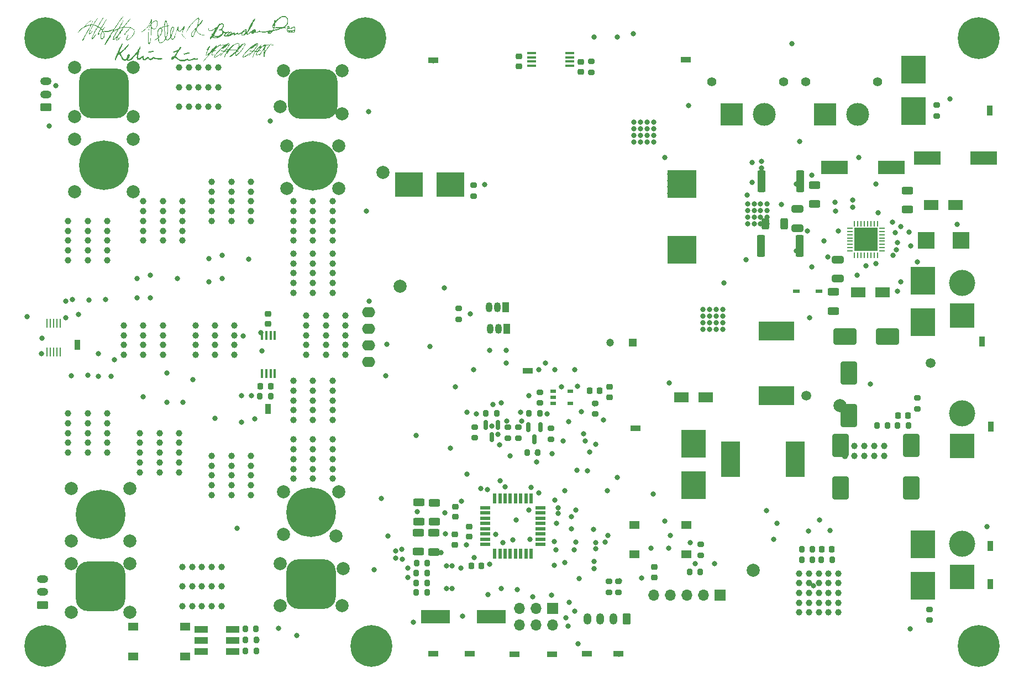
<source format=gts>
G04 #@! TF.GenerationSoftware,KiCad,Pcbnew,7.0.1*
G04 #@! TF.CreationDate,2023-09-16T11:04:41-10:00*
G04 #@! TF.ProjectId,rps01,72707330-312e-46b6-9963-61645f706362,1*
G04 #@! TF.SameCoordinates,Original*
G04 #@! TF.FileFunction,Soldermask,Top*
G04 #@! TF.FilePolarity,Negative*
%FSLAX46Y46*%
G04 Gerber Fmt 4.6, Leading zero omitted, Abs format (unit mm)*
G04 Created by KiCad (PCBNEW 7.0.1) date 2023-09-16 11:04:41*
%MOMM*%
%LPD*%
G01*
G04 APERTURE LIST*
G04 Aperture macros list*
%AMRoundRect*
0 Rectangle with rounded corners*
0 $1 Rounding radius*
0 $2 $3 $4 $5 $6 $7 $8 $9 X,Y pos of 4 corners*
0 Add a 4 corners polygon primitive as box body*
4,1,4,$2,$3,$4,$5,$6,$7,$8,$9,$2,$3,0*
0 Add four circle primitives for the rounded corners*
1,1,$1+$1,$2,$3*
1,1,$1+$1,$4,$5*
1,1,$1+$1,$6,$7*
1,1,$1+$1,$8,$9*
0 Add four rect primitives between the rounded corners*
20,1,$1+$1,$2,$3,$4,$5,0*
20,1,$1+$1,$4,$5,$6,$7,0*
20,1,$1+$1,$6,$7,$8,$9,0*
20,1,$1+$1,$8,$9,$2,$3,0*%
G04 Aperture macros list end*
%ADD10R,3.800000X3.800000*%
%ADD11C,4.000000*%
%ADD12RoundRect,1.900000X-1.900000X1.900000X-1.900000X-1.900000X1.900000X-1.900000X1.900000X1.900000X0*%
%ADD13C,7.600000*%
%ADD14R,1.700000X1.700000*%
%ADD15O,1.700000X1.700000*%
%ADD16R,2.000000X1.100000*%
%ADD17R,1.600200X0.812800*%
%ADD18RoundRect,0.225000X0.250000X-0.225000X0.250000X0.225000X-0.250000X0.225000X-0.250000X-0.225000X0*%
%ADD19RoundRect,0.250000X0.625000X-0.312500X0.625000X0.312500X-0.625000X0.312500X-0.625000X-0.312500X0*%
%ADD20O,2.000000X1.600000*%
%ADD21RoundRect,0.200000X0.200000X0.275000X-0.200000X0.275000X-0.200000X-0.275000X0.200000X-0.275000X0*%
%ADD22RoundRect,0.150000X-0.150000X0.587500X-0.150000X-0.587500X0.150000X-0.587500X0.150000X0.587500X0*%
%ADD23R,0.812800X1.600200*%
%ADD24RoundRect,0.200000X-0.275000X0.200000X-0.275000X-0.200000X0.275000X-0.200000X0.275000X0.200000X0*%
%ADD25RoundRect,0.225000X-0.250000X0.225000X-0.250000X-0.225000X0.250000X-0.225000X0.250000X0.225000X0*%
%ADD26R,4.241800X3.810000*%
%ADD27RoundRect,0.250000X0.625000X-0.350000X0.625000X0.350000X-0.625000X0.350000X-0.625000X-0.350000X0*%
%ADD28O,1.750000X1.200000*%
%ADD29RoundRect,0.200000X-0.200000X-0.275000X0.200000X-0.275000X0.200000X0.275000X-0.200000X0.275000X0*%
%ADD30RoundRect,0.250000X-0.362500X-1.425000X0.362500X-1.425000X0.362500X1.425000X-0.362500X1.425000X0*%
%ADD31RoundRect,0.225000X-0.225000X-0.250000X0.225000X-0.250000X0.225000X0.250000X-0.225000X0.250000X0*%
%ADD32RoundRect,0.250000X1.000000X-1.500000X1.000000X1.500000X-1.000000X1.500000X-1.000000X-1.500000X0*%
%ADD33R,1.050000X1.500000*%
%ADD34O,1.050000X1.500000*%
%ADD35R,0.804800X0.249200*%
%ADD36R,0.249200X0.804800*%
%ADD37R,3.550000X3.550000*%
%ADD38R,1.111200X0.600800*%
%ADD39RoundRect,0.250000X1.500000X1.000000X-1.500000X1.000000X-1.500000X-1.000000X1.500000X-1.000000X0*%
%ADD40R,2.184400X1.625600*%
%ADD41R,3.810000X4.241800*%
%ADD42RoundRect,0.250000X-0.625000X0.312500X-0.625000X-0.312500X0.625000X-0.312500X0.625000X0.312500X0*%
%ADD43R,0.279400X1.333500*%
%ADD44C,1.400000*%
%ADD45R,3.500000X3.500000*%
%ADD46C,3.500000*%
%ADD47C,0.800000*%
%ADD48C,6.400000*%
%ADD49RoundRect,1.900000X1.900000X-1.900000X1.900000X1.900000X-1.900000X1.900000X-1.900000X-1.900000X0*%
%ADD50R,1.600000X0.550000*%
%ADD51R,0.550000X1.600000*%
%ADD52RoundRect,0.225000X0.225000X0.250000X-0.225000X0.250000X-0.225000X-0.250000X0.225000X-0.250000X0*%
%ADD53R,0.952500X0.508000*%
%ADD54R,0.355600X1.473200*%
%ADD55RoundRect,0.200000X0.275000X-0.200000X0.275000X0.200000X-0.275000X0.200000X-0.275000X-0.200000X0*%
%ADD56R,2.560396X2.499995*%
%ADD57R,4.100000X2.000000*%
%ADD58RoundRect,0.250000X0.650000X-0.325000X0.650000X0.325000X-0.650000X0.325000X-0.650000X-0.325000X0*%
%ADD59R,4.521200X4.241800*%
%ADD60RoundRect,0.250000X-0.312500X-0.625000X0.312500X-0.625000X0.312500X0.625000X-0.312500X0.625000X0*%
%ADD61R,2.895600X5.410200*%
%ADD62R,1.550000X1.300000*%
%ADD63RoundRect,0.250000X0.350000X0.625000X-0.350000X0.625000X-0.350000X-0.625000X0.350000X-0.625000X0*%
%ADD64O,1.200000X1.750000*%
%ADD65R,1.473200X0.355600*%
%ADD66R,1.200000X1.200000*%
%ADD67C,1.200000*%
%ADD68R,4.500000X2.000000*%
%ADD69R,5.410200X2.895600*%
%ADD70C,1.500000*%
%ADD71C,1.000000*%
%ADD72C,2.000000*%
G04 APERTURE END LIST*
G36*
X74430564Y-36409953D02*
G01*
X74522528Y-36409953D01*
X74523889Y-36481629D01*
X74530589Y-36515744D01*
X74546553Y-36521368D01*
X74566866Y-36512395D01*
X74608698Y-36503431D01*
X74690300Y-36497782D01*
X74804898Y-36495705D01*
X74945714Y-36497454D01*
X74955587Y-36497706D01*
X75094447Y-36500563D01*
X75194015Y-36500349D01*
X75261576Y-36496565D01*
X75304415Y-36488710D01*
X75329817Y-36476284D01*
X75335090Y-36471626D01*
X75381808Y-36448183D01*
X75456285Y-36450280D01*
X75459500Y-36450784D01*
X75548790Y-36465062D01*
X75548790Y-36266531D01*
X75548790Y-36068000D01*
X75470071Y-36068000D01*
X75388893Y-36072692D01*
X75318464Y-36082578D01*
X75268241Y-36098683D01*
X75248501Y-36130535D01*
X75245576Y-36175874D01*
X75245576Y-36254593D01*
X75099800Y-36259470D01*
X75006301Y-36262376D01*
X74918578Y-36264740D01*
X74872390Y-36265737D01*
X74807881Y-36272105D01*
X74761490Y-36285700D01*
X74759362Y-36286945D01*
X74717317Y-36288601D01*
X74690911Y-36269704D01*
X74666716Y-36230510D01*
X74678031Y-36182915D01*
X74679673Y-36179478D01*
X74699505Y-36121972D01*
X74716332Y-36045988D01*
X74719245Y-36027183D01*
X74724559Y-35962575D01*
X74715498Y-35933082D01*
X74699642Y-35928055D01*
X74630429Y-35942904D01*
X74596509Y-35987964D01*
X74592500Y-36020915D01*
X74584607Y-36084009D01*
X74564929Y-36162135D01*
X74557514Y-36184621D01*
X74536594Y-36269125D01*
X74524091Y-36368302D01*
X74522528Y-36409953D01*
X74430564Y-36409953D01*
X74435383Y-36322372D01*
X74446371Y-36238362D01*
X74455901Y-36196283D01*
X74474296Y-36116251D01*
X74490826Y-36019708D01*
X74496588Y-35975308D01*
X74510866Y-35847630D01*
X74614714Y-35829943D01*
X74696944Y-35823101D01*
X74756019Y-35838200D01*
X74774131Y-35848666D01*
X74805341Y-35874222D01*
X74820789Y-35907468D01*
X74824384Y-35962678D01*
X74821890Y-36022978D01*
X74821377Y-36112294D01*
X74835291Y-36161770D01*
X74867928Y-36177102D01*
X74923584Y-36163986D01*
X74927219Y-36162620D01*
X74982630Y-36147000D01*
X75014482Y-36143625D01*
X75084375Y-36141801D01*
X75119136Y-36123124D01*
X75128938Y-36081865D01*
X75128955Y-36079162D01*
X75139378Y-36035165D01*
X75175638Y-36003013D01*
X75245226Y-35978253D01*
X75327211Y-35961249D01*
X75411109Y-35950830D01*
X75498581Y-35946739D01*
X75575259Y-35948888D01*
X75626777Y-35957187D01*
X75638191Y-35963166D01*
X75645892Y-35994074D01*
X75650634Y-36061378D01*
X75652630Y-36154932D01*
X75652089Y-36264592D01*
X75649222Y-36380212D01*
X75644240Y-36491648D01*
X75637354Y-36588755D01*
X75628774Y-36661387D01*
X75623129Y-36688217D01*
X75575482Y-36790127D01*
X75505327Y-36853738D01*
X75417909Y-36876580D01*
X75318476Y-36856183D01*
X75292225Y-36843971D01*
X75241313Y-36821152D01*
X75195034Y-36813359D01*
X75135306Y-36819690D01*
X75071703Y-36832964D01*
X74964011Y-36850241D01*
X74893713Y-36845657D01*
X74885110Y-36842424D01*
X74820777Y-36832941D01*
X74782998Y-36840816D01*
X74695539Y-36849456D01*
X74586971Y-36820269D01*
X74540021Y-36798839D01*
X74493485Y-36764195D01*
X74476816Y-36712540D01*
X74475879Y-36686868D01*
X74474437Y-36673462D01*
X74571546Y-36673462D01*
X74587077Y-36697254D01*
X74602789Y-36709858D01*
X74669482Y-36740024D01*
X74719357Y-36738677D01*
X74924251Y-36738677D01*
X74954852Y-36737586D01*
X74956327Y-36737171D01*
X75010878Y-36723559D01*
X75076476Y-36709302D01*
X75137001Y-36688280D01*
X75146232Y-36675180D01*
X75292225Y-36675180D01*
X75311638Y-36721612D01*
X75358756Y-36747285D01*
X75416892Y-36745780D01*
X75443832Y-36733506D01*
X75480596Y-36695368D01*
X75490480Y-36665752D01*
X75481655Y-36632803D01*
X75472987Y-36627780D01*
X75439691Y-36627780D01*
X75381553Y-36627780D01*
X75373859Y-36627780D01*
X75317707Y-36632919D01*
X75295005Y-36653189D01*
X75292225Y-36675180D01*
X75146232Y-36675180D01*
X75154694Y-36663170D01*
X75132047Y-36640936D01*
X75071548Y-36628540D01*
X75047321Y-36627780D01*
X74984721Y-36632034D01*
X74947175Y-36642799D01*
X74942362Y-36649196D01*
X74934668Y-36687858D01*
X74927172Y-36710198D01*
X74924251Y-36738677D01*
X74719357Y-36738677D01*
X74736464Y-36738215D01*
X74774428Y-36716412D01*
X74802853Y-36671915D01*
X74787927Y-36641691D01*
X74731504Y-36628491D01*
X74714952Y-36628137D01*
X74647588Y-36634390D01*
X74597026Y-36649250D01*
X74592500Y-36651904D01*
X74571546Y-36673462D01*
X74474437Y-36673462D01*
X74469654Y-36628983D01*
X74454474Y-36594249D01*
X74452555Y-36592794D01*
X74438870Y-36561457D01*
X74431521Y-36497132D01*
X74430395Y-36413033D01*
X74430564Y-36409953D01*
G37*
G36*
X72470977Y-35063937D02*
G01*
X72565441Y-35063937D01*
X72570898Y-35115113D01*
X72573121Y-35124344D01*
X72588442Y-35165438D01*
X72609642Y-35166918D01*
X72623159Y-35157072D01*
X72644827Y-35130851D01*
X72633076Y-35101953D01*
X72618453Y-35084899D01*
X72581504Y-35053682D01*
X72565441Y-35063937D01*
X72470977Y-35063937D01*
X72470673Y-35042436D01*
X72474396Y-34984525D01*
X72485579Y-34951057D01*
X72506637Y-34930968D01*
X72518182Y-34924297D01*
X72555972Y-34911173D01*
X72590747Y-34923429D01*
X72636937Y-34964666D01*
X72704633Y-35032361D01*
X72894393Y-34849362D01*
X73062307Y-34699699D01*
X73236435Y-34566791D01*
X73407866Y-34456550D01*
X73567690Y-34374887D01*
X73663270Y-34339278D01*
X73798736Y-34310260D01*
X73946097Y-34298653D01*
X74090486Y-34304120D01*
X74217035Y-34326323D01*
X74290758Y-34353485D01*
X74405319Y-34431047D01*
X74492143Y-34535751D01*
X74552705Y-34671029D01*
X74588475Y-34840314D01*
X74600926Y-35047037D01*
X74600909Y-35076724D01*
X74583435Y-35301331D01*
X74532770Y-35495737D01*
X74446758Y-35664569D01*
X74323242Y-35812454D01*
X74214981Y-35904731D01*
X74075725Y-36009690D01*
X74192237Y-36028655D01*
X74273722Y-36051005D01*
X74321415Y-36083464D01*
X74330370Y-36121382D01*
X74315426Y-36144487D01*
X74284442Y-36153734D01*
X74217142Y-36162055D01*
X74123859Y-36168467D01*
X74028940Y-36171742D01*
X73919415Y-36174808D01*
X73833063Y-36180854D01*
X73756397Y-36192586D01*
X73675929Y-36212710D01*
X73578175Y-36243931D01*
X73456059Y-36286673D01*
X73264388Y-36350946D01*
X73045155Y-36418066D01*
X72816230Y-36482960D01*
X72595483Y-36540557D01*
X72406586Y-36584547D01*
X72326834Y-36607199D01*
X72269255Y-36642176D01*
X72213174Y-36702768D01*
X72203387Y-36715177D01*
X72090314Y-36840203D01*
X71971960Y-36926495D01*
X71836350Y-36981482D01*
X71739584Y-37002903D01*
X71635177Y-37009086D01*
X71548454Y-36992266D01*
X71491233Y-36955041D01*
X71485389Y-36947028D01*
X71467655Y-36879810D01*
X71470641Y-36866050D01*
X71607009Y-36866050D01*
X71626818Y-36882360D01*
X71678228Y-36883811D01*
X71749214Y-36872060D01*
X71827749Y-36848761D01*
X71875236Y-36829113D01*
X71939448Y-36794183D01*
X71998792Y-36754101D01*
X72044708Y-36716041D01*
X72068635Y-36687176D01*
X72062011Y-36674683D01*
X72059614Y-36674606D01*
X72001334Y-36683583D01*
X71922415Y-36706629D01*
X71833975Y-36739042D01*
X71747133Y-36776118D01*
X71673008Y-36813156D01*
X71622719Y-36845451D01*
X71607009Y-36866050D01*
X71470641Y-36866050D01*
X71484131Y-36803877D01*
X71519543Y-36749837D01*
X71572023Y-36693956D01*
X71502050Y-36710119D01*
X71444707Y-36723884D01*
X71359906Y-36744837D01*
X71265382Y-36768595D01*
X71259590Y-36770064D01*
X71095842Y-36804891D01*
X70938246Y-36825990D01*
X70797385Y-36832636D01*
X70683840Y-36824105D01*
X70636962Y-36812712D01*
X70558801Y-36795733D01*
X70463400Y-36787735D01*
X70417119Y-36788177D01*
X70329652Y-36787736D01*
X70269571Y-36772887D01*
X70227344Y-36746622D01*
X70166209Y-36698534D01*
X70105083Y-36746615D01*
X70024216Y-36794650D01*
X69917186Y-36838212D01*
X69804415Y-36870379D01*
X69706322Y-36884233D01*
X69698626Y-36884345D01*
X69611543Y-36867799D01*
X69553445Y-36821879D01*
X69531207Y-36752166D01*
X69531159Y-36748395D01*
X69525724Y-36708330D01*
X69517229Y-36697752D01*
X69495720Y-36713795D01*
X69452958Y-36755778D01*
X69400252Y-36812366D01*
X69299895Y-36910782D01*
X69201794Y-36982960D01*
X69111822Y-37026389D01*
X69035853Y-37038556D01*
X68979764Y-37016948D01*
X68964496Y-36998745D01*
X68950073Y-36944884D01*
X68969106Y-36878161D01*
X69001326Y-36828816D01*
X69181297Y-36828816D01*
X69196003Y-36824876D01*
X69233581Y-36794980D01*
X69262582Y-36768063D01*
X69307645Y-36720647D01*
X69332162Y-36687348D01*
X69333601Y-36679013D01*
X69313091Y-36687214D01*
X69275020Y-36718632D01*
X69231975Y-36760886D01*
X69196543Y-36801596D01*
X69181310Y-36828381D01*
X69181297Y-36828816D01*
X69001326Y-36828816D01*
X69023540Y-36794796D01*
X69115319Y-36691008D01*
X69131005Y-36674892D01*
X69200377Y-36603595D01*
X69242887Y-36557864D01*
X69257142Y-36538471D01*
X69241747Y-36546192D01*
X69195309Y-36581799D01*
X69116434Y-36646069D01*
X69003727Y-36739774D01*
X68983042Y-36757065D01*
X68857032Y-36859245D01*
X68731943Y-36954896D01*
X68614160Y-37039652D01*
X68510064Y-37109147D01*
X68426039Y-37159016D01*
X68368467Y-37184895D01*
X68353589Y-37187559D01*
X68309320Y-37166854D01*
X68273879Y-37115195D01*
X68255276Y-37048272D01*
X68257011Y-36998384D01*
X68271413Y-36926374D01*
X68189088Y-36998656D01*
X68136587Y-37041529D01*
X68097773Y-37067440D01*
X68088047Y-37070939D01*
X68062244Y-37085834D01*
X68014969Y-37124341D01*
X67971891Y-37163630D01*
X67869203Y-37242138D01*
X67763893Y-37289844D01*
X67662777Y-37307852D01*
X67572667Y-37297270D01*
X67500379Y-37259203D01*
X67452726Y-37194756D01*
X67439633Y-37122258D01*
X67572652Y-37122258D01*
X67585158Y-37169435D01*
X67587480Y-37172010D01*
X67631717Y-37186296D01*
X67706780Y-37169759D01*
X67770186Y-37143693D01*
X67838871Y-37105875D01*
X67894444Y-37064736D01*
X67904596Y-37054576D01*
X67937469Y-37005316D01*
X67972730Y-36933970D01*
X68005279Y-36853970D01*
X68030014Y-36778744D01*
X68041832Y-36721722D01*
X68039483Y-36699483D01*
X68007571Y-36687340D01*
X67947156Y-36690580D01*
X67872650Y-36706304D01*
X67798467Y-36731611D01*
X67746498Y-36758446D01*
X67695799Y-36807726D01*
X67648389Y-36880909D01*
X67608943Y-36965833D01*
X67582139Y-37050337D01*
X67572652Y-37122258D01*
X67439633Y-37122258D01*
X67436523Y-37105037D01*
X67438376Y-37077044D01*
X67444577Y-37016575D01*
X67446997Y-36981391D01*
X67446614Y-36977744D01*
X67421069Y-36985670D01*
X67364470Y-37005932D01*
X67289201Y-37033863D01*
X67207647Y-37064792D01*
X67132191Y-37094052D01*
X67075217Y-37116974D01*
X67060021Y-37123481D01*
X66974852Y-37146659D01*
X66913498Y-37131808D01*
X66879053Y-37080461D01*
X66872563Y-37030563D01*
X66870355Y-37005480D01*
X66858515Y-36996364D01*
X66828552Y-37005020D01*
X66771975Y-37033254D01*
X66714768Y-37064122D01*
X66626675Y-37113980D01*
X66544904Y-37163593D01*
X66486659Y-37202510D01*
X66485156Y-37203626D01*
X66405385Y-37247760D01*
X66344383Y-37249719D01*
X66305271Y-37211271D01*
X66291169Y-37134187D01*
X66293058Y-37094702D01*
X66294064Y-37029030D01*
X66282507Y-37001270D01*
X66260398Y-37015016D01*
X66253898Y-37024644D01*
X66224052Y-37048812D01*
X66169960Y-37077158D01*
X66160648Y-37081169D01*
X66105049Y-37109155D01*
X66025295Y-37155145D01*
X65935706Y-37210762D01*
X65904894Y-37230808D01*
X65762498Y-37317069D01*
X65636189Y-37374041D01*
X65510487Y-37406779D01*
X65369911Y-37420337D01*
X65321150Y-37421434D01*
X65210986Y-37422661D01*
X65099514Y-37424208D01*
X65010366Y-37425746D01*
X65008331Y-37425787D01*
X64930136Y-37424145D01*
X64880591Y-37411202D01*
X64842003Y-37381008D01*
X64827569Y-37364981D01*
X64790471Y-37309358D01*
X64773193Y-37258834D01*
X64773033Y-37255073D01*
X64774994Y-37246521D01*
X64920052Y-37246521D01*
X64938411Y-37282653D01*
X64993567Y-37298363D01*
X65073545Y-37299550D01*
X65158800Y-37286112D01*
X65167248Y-37283852D01*
X65210573Y-37257003D01*
X65242732Y-37198227D01*
X65243068Y-37197206D01*
X65390117Y-37197206D01*
X65402203Y-37206884D01*
X65437208Y-37197476D01*
X65500256Y-37167361D01*
X65596470Y-37114914D01*
X65630600Y-37095696D01*
X65747259Y-37029212D01*
X65828294Y-36980918D01*
X65878922Y-36946461D01*
X65904356Y-36921484D01*
X65909813Y-36901634D01*
X65900507Y-36882558D01*
X65894687Y-36875207D01*
X65861699Y-36847662D01*
X65820317Y-36842499D01*
X65761950Y-36861507D01*
X65678006Y-36906475D01*
X65642646Y-36927670D01*
X65520685Y-37011942D01*
X65439575Y-37092520D01*
X65395825Y-37170066D01*
X65390117Y-37197206D01*
X65243068Y-37197206D01*
X65254085Y-37163726D01*
X65294978Y-37075767D01*
X65361919Y-36981004D01*
X65441040Y-36896773D01*
X65508239Y-36845985D01*
X65508544Y-36840056D01*
X65471316Y-36846147D01*
X65403694Y-36862848D01*
X65356136Y-36876043D01*
X65246770Y-36910634D01*
X65168205Y-36945293D01*
X65105247Y-36987857D01*
X65060132Y-37028697D01*
X64983731Y-37113627D01*
X64936093Y-37188204D01*
X64920052Y-37246521D01*
X64774994Y-37246521D01*
X64789903Y-37181500D01*
X64835359Y-37092953D01*
X64901670Y-37003734D01*
X64919441Y-36984219D01*
X64961349Y-36934103D01*
X64968342Y-36907165D01*
X64957647Y-36900290D01*
X64912915Y-36887049D01*
X64851716Y-36867670D01*
X64851710Y-36867668D01*
X64804952Y-36856534D01*
X64768815Y-36864870D01*
X64727025Y-36899121D01*
X64698644Y-36928273D01*
X64640202Y-37004456D01*
X64589448Y-37094659D01*
X64576554Y-37125165D01*
X64509588Y-37250498D01*
X64404506Y-37365421D01*
X64257642Y-37473673D01*
X64201591Y-37507304D01*
X64016869Y-37602919D01*
X63846729Y-37666946D01*
X63676619Y-37704228D01*
X63577026Y-37715147D01*
X63439650Y-37718944D01*
X63330406Y-37703358D01*
X63233185Y-37663804D01*
X63131881Y-37595698D01*
X63117336Y-37584322D01*
X63028473Y-37513941D01*
X62905067Y-37659795D01*
X62842827Y-37731905D01*
X62788431Y-37792346D01*
X62751685Y-37830287D01*
X62746626Y-37834805D01*
X62693797Y-37860151D01*
X62640452Y-37860172D01*
X62619436Y-37848410D01*
X62602726Y-37802446D01*
X62608587Y-37732637D01*
X62634108Y-37654211D01*
X62668193Y-37593401D01*
X62762971Y-37452024D01*
X62787857Y-37409139D01*
X62930425Y-37409139D01*
X62942087Y-37420801D01*
X62953749Y-37409139D01*
X62947437Y-37402827D01*
X63140895Y-37402827D01*
X63165806Y-37446088D01*
X63232187Y-37500317D01*
X63249300Y-37511900D01*
X63323126Y-37555155D01*
X63390386Y-37576897D01*
X63474536Y-37583853D01*
X63500965Y-37584070D01*
X63609115Y-37577434D01*
X63725538Y-37560527D01*
X63780536Y-37548422D01*
X63904875Y-37506660D01*
X64041078Y-37445913D01*
X64171934Y-37374947D01*
X64280231Y-37302529D01*
X64308362Y-37279566D01*
X64388184Y-37209857D01*
X64278860Y-37281006D01*
X64137899Y-37361696D01*
X63986116Y-37429850D01*
X63836713Y-37480649D01*
X63702894Y-37509274D01*
X63640881Y-37513821D01*
X63554464Y-37505205D01*
X63450281Y-37482307D01*
X63346778Y-37450391D01*
X63262399Y-37414720D01*
X63233976Y-37397717D01*
X63186974Y-37370943D01*
X63156883Y-37365870D01*
X63155202Y-37367067D01*
X63140895Y-37402827D01*
X62947437Y-37402827D01*
X62942087Y-37397477D01*
X62930425Y-37409139D01*
X62787857Y-37409139D01*
X62831837Y-37333349D01*
X62857340Y-37275903D01*
X63038126Y-37275903D01*
X63047778Y-37280856D01*
X63067825Y-37261953D01*
X63068970Y-37254715D01*
X63279014Y-37254715D01*
X63302164Y-37288089D01*
X63353129Y-37316114D01*
X63408624Y-37338280D01*
X63509482Y-37360629D01*
X63636411Y-37365356D01*
X63772654Y-37353332D01*
X63901457Y-37325428D01*
X63946270Y-37310348D01*
X64054975Y-37259027D01*
X64181820Y-37183416D01*
X64312504Y-37092742D01*
X64431928Y-36996931D01*
X64488048Y-36941658D01*
X64517675Y-36888754D01*
X64531922Y-36816230D01*
X64534171Y-36794685D01*
X64533322Y-36676173D01*
X64501589Y-36589973D01*
X64434594Y-36530010D01*
X64327957Y-36490209D01*
X64312006Y-36486435D01*
X64214034Y-36485766D01*
X64165679Y-36503455D01*
X64088678Y-36528956D01*
X64034640Y-36519419D01*
X64008391Y-36475793D01*
X64007840Y-36472356D01*
X64021324Y-36421548D01*
X64065956Y-36376487D01*
X64126809Y-36350227D01*
X64150148Y-36347890D01*
X64207068Y-36332996D01*
X64283867Y-36293840D01*
X64367011Y-36238712D01*
X64442963Y-36175902D01*
X64462571Y-36156542D01*
X64531426Y-36064183D01*
X64584955Y-35952326D01*
X64619819Y-35833668D01*
X64632679Y-35720904D01*
X64620197Y-35626730D01*
X64608943Y-35599984D01*
X64564427Y-35561743D01*
X64493248Y-35550517D01*
X64403957Y-35562727D01*
X64305106Y-35594796D01*
X64205247Y-35643143D01*
X64112930Y-35704192D01*
X64036709Y-35774363D01*
X63985133Y-35850079D01*
X63979354Y-35863442D01*
X63949788Y-35935925D01*
X63914856Y-36018203D01*
X63907777Y-36034447D01*
X63883750Y-36084341D01*
X63843496Y-36162795D01*
X63791621Y-36261315D01*
X63732734Y-36371404D01*
X63671442Y-36484567D01*
X63612353Y-36592307D01*
X63560075Y-36686129D01*
X63519216Y-36757537D01*
X63494383Y-36798036D01*
X63491482Y-36802011D01*
X63472956Y-36831947D01*
X63438610Y-36893150D01*
X63394068Y-36975462D01*
X63363221Y-37033739D01*
X63310866Y-37136415D01*
X63282356Y-37207115D01*
X63279014Y-37254715D01*
X63068970Y-37254715D01*
X63070370Y-37245870D01*
X63065379Y-37214751D01*
X63061203Y-37210884D01*
X63046163Y-37229122D01*
X63038611Y-37245870D01*
X63038126Y-37275903D01*
X62857340Y-37275903D01*
X62872677Y-37241357D01*
X62883776Y-37187528D01*
X62894626Y-37097432D01*
X63140342Y-37097432D01*
X63149621Y-37119314D01*
X63173147Y-37104888D01*
X63204454Y-37059645D01*
X63219628Y-37030121D01*
X63250576Y-36969798D01*
X63297342Y-36884711D01*
X63351548Y-36789978D01*
X63371485Y-36756063D01*
X63440977Y-36637453D01*
X63506080Y-36523872D01*
X63563067Y-36422094D01*
X63608210Y-36338890D01*
X63637781Y-36281032D01*
X63648052Y-36255294D01*
X63647525Y-36254593D01*
X63630702Y-36271841D01*
X63592947Y-36317840D01*
X63541248Y-36383973D01*
X63519824Y-36412031D01*
X63474070Y-36477927D01*
X63418170Y-36566816D01*
X63356964Y-36669961D01*
X63295291Y-36778620D01*
X63237988Y-36884056D01*
X63189895Y-36977529D01*
X63155850Y-37050298D01*
X63140692Y-37093625D01*
X63140342Y-37097432D01*
X62894626Y-37097432D01*
X62895218Y-37092516D01*
X62927192Y-37028277D01*
X62976172Y-37001379D01*
X62983963Y-37000966D01*
X63011044Y-36994960D01*
X63038225Y-36972399D01*
X63070441Y-36926468D01*
X63112627Y-36850353D01*
X63158382Y-36760108D01*
X63218792Y-36645022D01*
X63285362Y-36528464D01*
X63348404Y-36426965D01*
X63382969Y-36376807D01*
X63487830Y-36234364D01*
X63273269Y-36365250D01*
X63076834Y-36474112D01*
X62897858Y-36551055D01*
X62740669Y-36594436D01*
X62644361Y-36603964D01*
X62566284Y-36598399D01*
X62507574Y-36574386D01*
X62448935Y-36527205D01*
X62393051Y-36467050D01*
X62364796Y-36405450D01*
X62353570Y-36334747D01*
X62350284Y-36258934D01*
X62361414Y-36211602D01*
X62389823Y-36176711D01*
X62443902Y-36146501D01*
X62495083Y-36146488D01*
X62527247Y-36176429D01*
X62528094Y-36178790D01*
X62517505Y-36202546D01*
X62491705Y-36207945D01*
X62445175Y-36224572D01*
X62428477Y-36275464D01*
X62433963Y-36331281D01*
X62468154Y-36412536D01*
X62528973Y-36475892D01*
X62603160Y-36508981D01*
X62626833Y-36511159D01*
X62700494Y-36501427D01*
X62797878Y-36476125D01*
X62901264Y-36441094D01*
X62992932Y-36402176D01*
X63043565Y-36373792D01*
X63094621Y-36340903D01*
X63170024Y-36294409D01*
X63253799Y-36244156D01*
X63256963Y-36242286D01*
X63466026Y-36105225D01*
X63640532Y-35958458D01*
X63792542Y-35790571D01*
X63915509Y-35619010D01*
X63966387Y-35552620D01*
X64011707Y-35514157D01*
X64030588Y-35508221D01*
X64066317Y-35517811D01*
X64073308Y-35529369D01*
X64092788Y-35531216D01*
X64144276Y-35516742D01*
X64217343Y-35488993D01*
X64230746Y-35483351D01*
X64382014Y-35432097D01*
X64511435Y-35415892D01*
X64615742Y-35434891D01*
X64664366Y-35462823D01*
X64725079Y-35538679D01*
X64757162Y-35641951D01*
X64761804Y-35764180D01*
X64740191Y-35896908D01*
X64693511Y-36031677D01*
X64622953Y-36160028D01*
X64554096Y-36248072D01*
X64496087Y-36313089D01*
X64465996Y-36353485D01*
X64459714Y-36378555D01*
X64473131Y-36397595D01*
X64484123Y-36406387D01*
X64524992Y-36432773D01*
X64544926Y-36440445D01*
X64565368Y-36459396D01*
X64597892Y-36506543D01*
X64614898Y-36535238D01*
X64660666Y-36600021D01*
X64700236Y-36620486D01*
X64707075Y-36619531D01*
X64747935Y-36629019D01*
X64799163Y-36665781D01*
X64809672Y-36676153D01*
X64901261Y-36738600D01*
X64992251Y-36766934D01*
X65067291Y-36779103D01*
X65123801Y-36775601D01*
X65185009Y-36753045D01*
X65225975Y-36732881D01*
X65321689Y-36694716D01*
X65414053Y-36676025D01*
X65494399Y-36676096D01*
X65554057Y-36694216D01*
X65584355Y-36729674D01*
X65584040Y-36762292D01*
X65579702Y-36788249D01*
X65591739Y-36792884D01*
X65629251Y-36775223D01*
X65668161Y-36753299D01*
X65737775Y-36719829D01*
X65800062Y-36700176D01*
X65818322Y-36698033D01*
X65908116Y-36717307D01*
X65985432Y-36768848D01*
X66038371Y-36841800D01*
X66055342Y-36914321D01*
X66059389Y-36958802D01*
X66078636Y-36965373D01*
X66108340Y-36951718D01*
X66159747Y-36918591D01*
X66222008Y-36870676D01*
X66237435Y-36857601D01*
X66317749Y-36804226D01*
X66382370Y-36793352D01*
X66427052Y-36822793D01*
X66447547Y-36890366D01*
X66444576Y-36964158D01*
X66430528Y-37066644D01*
X66563902Y-36996596D01*
X66651661Y-36946757D01*
X66737008Y-36892275D01*
X66783373Y-36858799D01*
X66842563Y-36818092D01*
X66892107Y-36793930D01*
X66906402Y-36791049D01*
X66941828Y-36812054D01*
X66970958Y-36865793D01*
X66987311Y-36938353D01*
X66988827Y-36968036D01*
X66992422Y-37007331D01*
X67011968Y-37009382D01*
X67041306Y-36992484D01*
X67094239Y-36966110D01*
X67169918Y-36935969D01*
X67211830Y-36921564D01*
X67392355Y-36839949D01*
X67568073Y-36713695D01*
X67694249Y-36591678D01*
X67741741Y-36546145D01*
X67913905Y-36546145D01*
X68005314Y-36560329D01*
X68067093Y-36570150D01*
X68106948Y-36576920D01*
X68111498Y-36577822D01*
X68125951Y-36560409D01*
X68138594Y-36516990D01*
X68145001Y-36467722D01*
X68142814Y-36444632D01*
X68119314Y-36449469D01*
X68067641Y-36470704D01*
X68024309Y-36491280D01*
X67913905Y-36546145D01*
X67741741Y-36546145D01*
X67802884Y-36487523D01*
X67911190Y-36407322D01*
X68014012Y-36352344D01*
X68106194Y-36323858D01*
X68182581Y-36323132D01*
X68238017Y-36351435D01*
X68267347Y-36410034D01*
X68270631Y-36449874D01*
X68261267Y-36519995D01*
X68239437Y-36600425D01*
X68233746Y-36616118D01*
X68207583Y-36690155D01*
X68187908Y-36756132D01*
X68185136Y-36767725D01*
X68179409Y-36800878D01*
X68187271Y-36807003D01*
X68216113Y-36784121D01*
X68253004Y-36749537D01*
X68307569Y-36683747D01*
X68361123Y-36596947D01*
X68388528Y-36539620D01*
X68416019Y-36479210D01*
X68462307Y-36384646D01*
X68523825Y-36262710D01*
X68597007Y-36120185D01*
X68678285Y-35963854D01*
X68764091Y-35800500D01*
X68850860Y-35636906D01*
X68935024Y-35479855D01*
X69013015Y-35336130D01*
X69081268Y-35212513D01*
X69136214Y-35115787D01*
X69146946Y-35097461D01*
X69247522Y-34936573D01*
X69333413Y-34819575D01*
X69404874Y-34746169D01*
X69462161Y-34716054D01*
X69471915Y-34715199D01*
X69519797Y-34728940D01*
X69539943Y-34751095D01*
X69543695Y-34762974D01*
X69544146Y-34777261D01*
X69539158Y-34798592D01*
X69526591Y-34831605D01*
X69504308Y-34880937D01*
X69470170Y-34951223D01*
X69422038Y-35047102D01*
X69357774Y-35173211D01*
X69275239Y-35334185D01*
X69233781Y-35414924D01*
X69125232Y-35626388D01*
X69035386Y-35801222D01*
X68961482Y-35944210D01*
X68900759Y-36060141D01*
X68850456Y-36153798D01*
X68807813Y-36229969D01*
X68770069Y-36293440D01*
X68734462Y-36348997D01*
X68698232Y-36401425D01*
X68658617Y-36455511D01*
X68612857Y-36516041D01*
X68558191Y-36587801D01*
X68554030Y-36593276D01*
X68477828Y-36710588D01*
X68421715Y-36831351D01*
X68391684Y-36941452D01*
X68388276Y-36983639D01*
X68390641Y-37011455D01*
X68405412Y-37014919D01*
X68444105Y-36993653D01*
X68464079Y-36981148D01*
X68585737Y-36898617D01*
X68726177Y-36793694D01*
X68871389Y-36677167D01*
X68983042Y-36581545D01*
X69088635Y-36494720D01*
X69198801Y-36415533D01*
X69304453Y-36349530D01*
X69396503Y-36302256D01*
X69465863Y-36279256D01*
X69480629Y-36277918D01*
X69535146Y-36299722D01*
X69584298Y-36359067D01*
X69623348Y-36446847D01*
X69647556Y-36553958D01*
X69652438Y-36607965D01*
X69659442Y-36756063D01*
X69739093Y-36749621D01*
X69858176Y-36722264D01*
X69983898Y-36663501D01*
X70098018Y-36582027D01*
X70167597Y-36532042D01*
X70219981Y-36522969D01*
X70260956Y-36555127D01*
X70281478Y-36592139D01*
X70300641Y-36624747D01*
X70328931Y-36642477D01*
X70379308Y-36649777D01*
X70453359Y-36651104D01*
X70548216Y-36657258D01*
X70638807Y-36673105D01*
X70686234Y-36687814D01*
X70732966Y-36703641D01*
X70784721Y-36711822D01*
X70847998Y-36711559D01*
X70929301Y-36702053D01*
X71015721Y-36686090D01*
X71583685Y-36686090D01*
X71595347Y-36697752D01*
X71607009Y-36686090D01*
X71595347Y-36674428D01*
X71583685Y-36686090D01*
X71015721Y-36686090D01*
X71035129Y-36682505D01*
X71171986Y-36652116D01*
X71346372Y-36610087D01*
X71373767Y-36603324D01*
X71540686Y-36562271D01*
X71668217Y-36531811D01*
X71762184Y-36511052D01*
X71828410Y-36499101D01*
X71872721Y-36495065D01*
X71900941Y-36498052D01*
X71918892Y-36507168D01*
X71929644Y-36518119D01*
X71957065Y-36537532D01*
X72001902Y-36540024D01*
X72068093Y-36528870D01*
X72140378Y-36511477D01*
X72190848Y-36489195D01*
X72229988Y-36452440D01*
X72249112Y-36422070D01*
X72396723Y-36422070D01*
X72397093Y-36441187D01*
X72425107Y-36435568D01*
X72489293Y-36420181D01*
X72580740Y-36397233D01*
X72690534Y-36368929D01*
X72716506Y-36362139D01*
X72879568Y-36318886D01*
X73034040Y-36276945D01*
X73173898Y-36238045D01*
X73293117Y-36203912D01*
X73385671Y-36176273D01*
X73445535Y-36156855D01*
X73466683Y-36147385D01*
X73466573Y-36147154D01*
X73442564Y-36146468D01*
X73379693Y-36148220D01*
X73285666Y-36152101D01*
X73168186Y-36157801D01*
X73064501Y-36163349D01*
X72926916Y-36170026D01*
X72799891Y-36174403D01*
X72693200Y-36176277D01*
X72616611Y-36175448D01*
X72586623Y-36173224D01*
X72542086Y-36168630D01*
X72512225Y-36177119D01*
X72487132Y-36207460D01*
X72456897Y-36268426D01*
X72442141Y-36301132D01*
X72412900Y-36371743D01*
X72396723Y-36422070D01*
X72249112Y-36422070D01*
X72268281Y-36391629D01*
X72311856Y-36306034D01*
X72351425Y-36219097D01*
X72366904Y-36166656D01*
X72359597Y-36144081D01*
X72357736Y-36143312D01*
X72321563Y-36122646D01*
X72269934Y-36084201D01*
X72259223Y-36075358D01*
X72236118Y-36051914D01*
X72556750Y-36051914D01*
X72822421Y-36037053D01*
X72947457Y-36030417D01*
X73101146Y-36022800D01*
X73265531Y-36015065D01*
X73422654Y-36008073D01*
X73449617Y-36006925D01*
X73601520Y-35999641D01*
X73717321Y-35990271D01*
X73807553Y-35975553D01*
X73882746Y-35952228D01*
X73953434Y-35917036D01*
X74030146Y-35866718D01*
X74122606Y-35798622D01*
X74242151Y-35696712D01*
X74327210Y-35592292D01*
X74388384Y-35470883D01*
X74412081Y-35403262D01*
X74454827Y-35228784D01*
X74466621Y-35062999D01*
X74453441Y-34908036D01*
X74423920Y-34748718D01*
X74383220Y-34629802D01*
X74325914Y-34545401D01*
X74246578Y-34489626D01*
X74139787Y-34456587D01*
X74024135Y-34442039D01*
X73847734Y-34446374D01*
X73670669Y-34487250D01*
X73489704Y-34566276D01*
X73301603Y-34685064D01*
X73103129Y-34845225D01*
X72975462Y-34964046D01*
X72892715Y-35046679D01*
X72840208Y-35105359D01*
X72813015Y-35146791D01*
X72806212Y-35177674D01*
X72808793Y-35190876D01*
X72831930Y-35279745D01*
X72838413Y-35345019D01*
X72830214Y-35381702D01*
X72809303Y-35384799D01*
X72777650Y-35349316D01*
X72759091Y-35316864D01*
X72720444Y-35242128D01*
X72668023Y-35307869D01*
X72643852Y-35344486D01*
X72626833Y-35389806D01*
X72614810Y-35454142D01*
X72605623Y-35547808D01*
X72599905Y-35633340D01*
X72592201Y-35747580D01*
X72583702Y-35852445D01*
X72575584Y-35934384D01*
X72570478Y-35972491D01*
X72556750Y-36051914D01*
X72236118Y-36051914D01*
X72215504Y-36030997D01*
X72195228Y-35982225D01*
X72190729Y-35917378D01*
X72312916Y-35917378D01*
X72331044Y-35958266D01*
X72355093Y-35980780D01*
X72393134Y-36004885D01*
X72421034Y-36002527D01*
X72441674Y-35968763D01*
X72457932Y-35898645D01*
X72472690Y-35787229D01*
X72473836Y-35776902D01*
X72482891Y-35682398D01*
X72487907Y-35604496D01*
X72488175Y-35555663D01*
X72486876Y-35547297D01*
X72472357Y-35548171D01*
X72445186Y-35581687D01*
X72410995Y-35637571D01*
X72375415Y-35705547D01*
X72344075Y-35775340D01*
X72322607Y-35836676D01*
X72318361Y-35854808D01*
X72312916Y-35917378D01*
X72190729Y-35917378D01*
X72190119Y-35908587D01*
X72190113Y-35904591D01*
X72211994Y-35759435D01*
X72276414Y-35604316D01*
X72381533Y-35443659D01*
X72381803Y-35443310D01*
X72429223Y-35379980D01*
X72457168Y-35331513D01*
X72470366Y-35281798D01*
X72473542Y-35214724D01*
X72471992Y-35135856D01*
X72470977Y-35063937D01*
G37*
G36*
X53994911Y-39624649D02*
G01*
X54022610Y-39651906D01*
X54028258Y-39685165D01*
X54012742Y-39735529D01*
X53997654Y-39753694D01*
X53941429Y-39782368D01*
X53847976Y-39809963D01*
X53726883Y-39834528D01*
X53587733Y-39854112D01*
X53442722Y-39866615D01*
X53329589Y-39872214D01*
X53253891Y-39872711D01*
X53206445Y-39867322D01*
X53178066Y-39855264D01*
X53165034Y-39842930D01*
X53140927Y-39799024D01*
X53154075Y-39766575D01*
X53207382Y-39743508D01*
X53303749Y-39727748D01*
X53329761Y-39725169D01*
X53433857Y-39711727D01*
X53560448Y-39689692D01*
X53686952Y-39663126D01*
X53723926Y-39654282D01*
X53850789Y-39626366D01*
X53939377Y-39616312D01*
X53994911Y-39624649D01*
G37*
G36*
X59443055Y-39860473D02*
G01*
X59467087Y-39872842D01*
X59475982Y-39881028D01*
X59501367Y-39937460D01*
X59497782Y-39975193D01*
X59489361Y-39998177D01*
X59472834Y-40017557D01*
X59442101Y-40035497D01*
X59391062Y-40054155D01*
X59313619Y-40075694D01*
X59203670Y-40102274D01*
X59055117Y-40136056D01*
X59024045Y-40143015D01*
X58870276Y-40174999D01*
X58755163Y-40192862D01*
X58672834Y-40196941D01*
X58617413Y-40187574D01*
X58585940Y-40168182D01*
X58551293Y-40111204D01*
X58557294Y-40061693D01*
X58597923Y-40030842D01*
X58661027Y-40028621D01*
X58705396Y-40029689D01*
X58775199Y-40020160D01*
X58874773Y-39999076D01*
X59008455Y-39965477D01*
X59180584Y-39918403D01*
X59256403Y-39896946D01*
X59348663Y-39871732D01*
X59407230Y-39859839D01*
X59443055Y-39860473D01*
G37*
G36*
X56685638Y-40780245D02*
G01*
X56893438Y-40780245D01*
X56926646Y-40766466D01*
X56926986Y-40766284D01*
X56972080Y-40735242D01*
X56991162Y-40714792D01*
X56992202Y-40701083D01*
X56958994Y-40714862D01*
X56958654Y-40715044D01*
X56913560Y-40746086D01*
X56894479Y-40766535D01*
X56893438Y-40780245D01*
X56685638Y-40780245D01*
X56693234Y-40753323D01*
X56745505Y-40675357D01*
X56821920Y-40594695D01*
X56913236Y-40519671D01*
X57010209Y-40458619D01*
X57103597Y-40419872D01*
X57123882Y-40414933D01*
X57172436Y-40396048D01*
X57218584Y-40354934D01*
X57271972Y-40282403D01*
X57286416Y-40260113D01*
X57333384Y-40185159D01*
X57371186Y-40122445D01*
X57391718Y-40085414D01*
X57391827Y-40085180D01*
X57411593Y-40049650D01*
X57449459Y-39986906D01*
X57498088Y-39909042D01*
X57510465Y-39889575D01*
X57556895Y-39814735D01*
X57590412Y-39756684D01*
X57605509Y-39725116D01*
X57605587Y-39722223D01*
X57582117Y-39727162D01*
X57526145Y-39746345D01*
X57448390Y-39776018D01*
X57422728Y-39786279D01*
X57306732Y-39826248D01*
X57195869Y-39852216D01*
X57098367Y-39863621D01*
X57022454Y-39859902D01*
X56976355Y-39840496D01*
X56966230Y-39817452D01*
X56983031Y-39779828D01*
X57038219Y-39754438D01*
X57048166Y-39751840D01*
X57174937Y-39712156D01*
X57334763Y-39648279D01*
X57522087Y-39562493D01*
X57590783Y-39528875D01*
X57686000Y-39480385D01*
X57750380Y-39441808D01*
X57795360Y-39402932D01*
X57832376Y-39353544D01*
X57872865Y-39283431D01*
X57879776Y-39270805D01*
X57953636Y-39145082D01*
X58016206Y-39061506D01*
X58070767Y-39017730D01*
X58120602Y-39011406D01*
X58168991Y-39040187D01*
X58182659Y-39054141D01*
X58206096Y-39084225D01*
X58211860Y-39114032D01*
X58199721Y-39159625D01*
X58180435Y-39209569D01*
X58139485Y-39286737D01*
X58078682Y-39373155D01*
X58027639Y-39432363D01*
X57966173Y-39504695D01*
X57894629Y-39601804D01*
X57824919Y-39707133D01*
X57798381Y-39750990D01*
X57732605Y-39862654D01*
X57654575Y-39993938D01*
X57576410Y-40124491D01*
X57536740Y-40190286D01*
X57395260Y-40424148D01*
X57590874Y-40613275D01*
X57762708Y-40761716D01*
X57934624Y-40871658D01*
X58118588Y-40949889D01*
X58249195Y-40986690D01*
X58384449Y-41012742D01*
X58496359Y-41017948D01*
X58603986Y-41001308D01*
X58726389Y-40961825D01*
X58726778Y-40961678D01*
X58873551Y-40906724D01*
X58983459Y-40866832D01*
X59063331Y-40840242D01*
X59120000Y-40825198D01*
X59160294Y-40819940D01*
X59191043Y-40822712D01*
X59219079Y-40831755D01*
X59223915Y-40833727D01*
X59289876Y-40872097D01*
X59344128Y-40918122D01*
X59381302Y-40950097D01*
X59424268Y-40967352D01*
X59480318Y-40969114D01*
X59556747Y-40954608D01*
X59660849Y-40923061D01*
X59799916Y-40873697D01*
X59814930Y-40868157D01*
X59981088Y-40809500D01*
X60111914Y-40770409D01*
X60214084Y-40749780D01*
X60294275Y-40746509D01*
X60359166Y-40759492D01*
X60390468Y-40773014D01*
X60455944Y-40796144D01*
X60532371Y-40808470D01*
X60603641Y-40809141D01*
X60653641Y-40797310D01*
X60665032Y-40787484D01*
X60701864Y-40765795D01*
X60753121Y-40771875D01*
X60795264Y-40800968D01*
X60812907Y-40835186D01*
X60802162Y-40875836D01*
X60788410Y-40900461D01*
X60723835Y-40965686D01*
X60630559Y-41005271D01*
X60520225Y-41017340D01*
X60404472Y-41000020D01*
X60334717Y-40973519D01*
X60235426Y-40925453D01*
X59946911Y-41042556D01*
X59768815Y-41111890D01*
X59626144Y-41159617D01*
X59512997Y-41186141D01*
X59423477Y-41191870D01*
X59351685Y-41177206D01*
X59291721Y-41142557D01*
X59240030Y-41091131D01*
X59197256Y-41046402D01*
X59164591Y-41022718D01*
X59159724Y-41021586D01*
X59130855Y-41031153D01*
X59069500Y-41057063D01*
X58985252Y-41095127D01*
X58906554Y-41132118D01*
X58795928Y-41183243D01*
X58711891Y-41216358D01*
X58639810Y-41235659D01*
X58565053Y-41245339D01*
X58499594Y-41248767D01*
X58377684Y-41246521D01*
X58258742Y-41233436D01*
X58195263Y-41220233D01*
X57956258Y-41132633D01*
X57729249Y-41003636D01*
X57523257Y-40838571D01*
X57483657Y-40799968D01*
X57298780Y-40613455D01*
X57238639Y-40694617D01*
X57164848Y-40783977D01*
X57083565Y-40866105D01*
X57004804Y-40932142D01*
X56938579Y-40973232D01*
X56914340Y-40981464D01*
X56824960Y-40980176D01*
X56747405Y-40946585D01*
X56693333Y-40888521D01*
X56674348Y-40820259D01*
X56685638Y-40780245D01*
G37*
G36*
X49916854Y-40483009D02*
G01*
X50107093Y-40483009D01*
X50107676Y-40483152D01*
X50123901Y-40464668D01*
X50150431Y-40419507D01*
X50153880Y-40412922D01*
X50172468Y-40366341D01*
X50170905Y-40343240D01*
X50168476Y-40342691D01*
X50146566Y-40362385D01*
X50123286Y-40410067D01*
X50122273Y-40412922D01*
X50108207Y-40461006D01*
X50107093Y-40483009D01*
X49916854Y-40483009D01*
X49923163Y-40445613D01*
X49966906Y-40324240D01*
X50029879Y-40235192D01*
X50052907Y-40213849D01*
X50127233Y-40171957D01*
X50210670Y-40155010D01*
X50284011Y-40166135D01*
X50298729Y-40173803D01*
X50344077Y-40228625D01*
X50359104Y-40311011D01*
X50345435Y-40414294D01*
X50304694Y-40531808D01*
X50238506Y-40656888D01*
X50151058Y-40779718D01*
X50098829Y-40856320D01*
X50086479Y-40909414D01*
X50114343Y-40940561D01*
X50182759Y-40951323D01*
X50187988Y-40951355D01*
X50239738Y-40945712D01*
X50294569Y-40926515D01*
X50356731Y-40890360D01*
X50430476Y-40833844D01*
X50520056Y-40753565D01*
X50629723Y-40646119D01*
X50763728Y-40508104D01*
X50833475Y-40434724D01*
X51097226Y-40147099D01*
X51322741Y-39881965D01*
X51511610Y-39637193D01*
X51665422Y-39410657D01*
X51785767Y-39200227D01*
X51839269Y-39088323D01*
X51874738Y-39014805D01*
X51903277Y-38976597D01*
X51933027Y-38964683D01*
X51950071Y-38965647D01*
X51986612Y-38981592D01*
X52004850Y-39019397D01*
X52004376Y-39083413D01*
X51984783Y-39177993D01*
X51945660Y-39307486D01*
X51907592Y-39417991D01*
X51834997Y-39624894D01*
X51777842Y-39796069D01*
X51734294Y-39939309D01*
X51702518Y-40062401D01*
X51680681Y-40173138D01*
X51666947Y-40279308D01*
X51659483Y-40388703D01*
X51656803Y-40483152D01*
X51655167Y-40604446D01*
X51655683Y-40686771D01*
X51659619Y-40737968D01*
X51668240Y-40765882D01*
X51682814Y-40778354D01*
X51704606Y-40783227D01*
X51705281Y-40783323D01*
X51747601Y-40774801D01*
X51813148Y-40738618D01*
X51905742Y-40672467D01*
X51963359Y-40627446D01*
X52094158Y-40526895D01*
X52197607Y-40456683D01*
X52279300Y-40413878D01*
X52344830Y-40395547D01*
X52399611Y-40398713D01*
X52453488Y-40428791D01*
X52487656Y-40490138D01*
X52504223Y-40587938D01*
X52506599Y-40661791D01*
X52515137Y-40776797D01*
X52541028Y-40849149D01*
X52584691Y-40879843D01*
X52598522Y-40881125D01*
X52633589Y-40866643D01*
X52694255Y-40827503D01*
X52771136Y-40770167D01*
X52833487Y-40719368D01*
X52918641Y-40650673D01*
X52996799Y-40593374D01*
X53057625Y-40554748D01*
X53084581Y-40542657D01*
X53155989Y-40547701D01*
X53236094Y-40592262D01*
X53317892Y-40671749D01*
X53354994Y-40719957D01*
X53409759Y-40781043D01*
X53470538Y-40811124D01*
X53543870Y-40809798D01*
X53636297Y-40776668D01*
X53754358Y-40711334D01*
X53782452Y-40693844D01*
X53871171Y-40641910D01*
X53952004Y-40601812D01*
X54012430Y-40579474D01*
X54029886Y-40576793D01*
X54086611Y-40590135D01*
X54156285Y-40623717D01*
X54183010Y-40640933D01*
X54223436Y-40667220D01*
X54263991Y-40685948D01*
X54314403Y-40699066D01*
X54384404Y-40708525D01*
X54483722Y-40716275D01*
X54590101Y-40722514D01*
X54731554Y-40730831D01*
X54879355Y-40740374D01*
X55015457Y-40749932D01*
X55116829Y-40757868D01*
X55217113Y-40767275D01*
X55279918Y-40776745D01*
X55314492Y-40789293D01*
X55330086Y-40807934D01*
X55335075Y-40829015D01*
X55331859Y-40864837D01*
X55303915Y-40894303D01*
X55241736Y-40926841D01*
X55232146Y-40931124D01*
X55190782Y-40948369D01*
X55151511Y-40960457D01*
X55106264Y-40967766D01*
X55046971Y-40970674D01*
X54965563Y-40969561D01*
X54853971Y-40964803D01*
X54704127Y-40956780D01*
X54695336Y-40956291D01*
X54517027Y-40944926D01*
X54379477Y-40932165D01*
X54276624Y-40916529D01*
X54202405Y-40896539D01*
X54150761Y-40870716D01*
X54115627Y-40837582D01*
X54098359Y-40810652D01*
X54074590Y-40777572D01*
X54045124Y-40768517D01*
X54001438Y-40785560D01*
X53935006Y-40830775D01*
X53897048Y-40859608D01*
X53762140Y-40955194D01*
X53647926Y-41015244D01*
X53546948Y-41041633D01*
X53451750Y-41036240D01*
X53354876Y-41000940D01*
X53348422Y-40997695D01*
X53274869Y-40945402D01*
X53209093Y-40874939D01*
X53196895Y-40857234D01*
X53157694Y-40802132D01*
X53125396Y-40768705D01*
X53115436Y-40764074D01*
X53089093Y-40778878D01*
X53037610Y-40818516D01*
X52970025Y-40875821D01*
X52934985Y-40907079D01*
X52840464Y-40989496D01*
X52766967Y-41043488D01*
X52703443Y-41074737D01*
X52638840Y-41088925D01*
X52575675Y-41091816D01*
X52491469Y-41078388D01*
X52416850Y-41031730D01*
X52408841Y-41024726D01*
X52370241Y-40986562D01*
X52346423Y-40947968D01*
X52332505Y-40895147D01*
X52323604Y-40814303D01*
X52320684Y-40775639D01*
X52307613Y-40593641D01*
X52122104Y-40762302D01*
X52014120Y-40858076D01*
X51929444Y-40925185D01*
X51858517Y-40968313D01*
X51791783Y-40992144D01*
X51719685Y-41001361D01*
X51635519Y-41000767D01*
X51562555Y-40975691D01*
X51497548Y-40912071D01*
X51447403Y-40818171D01*
X51427587Y-40751927D01*
X51416310Y-40684991D01*
X51413725Y-40613789D01*
X51420286Y-40525306D01*
X51436445Y-40406526D01*
X51440504Y-40380308D01*
X51460271Y-40265337D01*
X51481902Y-40157297D01*
X51502284Y-40070963D01*
X51513687Y-40032639D01*
X51532683Y-39973090D01*
X51540835Y-39935622D01*
X51540152Y-39930285D01*
X51523506Y-39943723D01*
X51486176Y-39985778D01*
X51435797Y-40047781D01*
X51428704Y-40056834D01*
X51338652Y-40168199D01*
X51229244Y-40297225D01*
X51108495Y-40435027D01*
X50984420Y-40572719D01*
X50865034Y-40701419D01*
X50758354Y-40812242D01*
X50672393Y-40896303D01*
X50666190Y-40902030D01*
X50579841Y-40976176D01*
X50490769Y-41044382D01*
X50414413Y-41095055D01*
X50394612Y-41105966D01*
X50265020Y-41152122D01*
X50141793Y-41158802D01*
X50032318Y-41126877D01*
X49943982Y-41057215D01*
X49940025Y-41052479D01*
X49916457Y-41035529D01*
X49881996Y-41041768D01*
X49826786Y-41071125D01*
X49700562Y-41125201D01*
X49571204Y-41144677D01*
X49495077Y-41137559D01*
X49425549Y-41114488D01*
X49350011Y-41077725D01*
X49338695Y-41070983D01*
X49276030Y-41028023D01*
X49220132Y-40978451D01*
X49167314Y-40916494D01*
X49113892Y-40836375D01*
X49056180Y-40732320D01*
X48990493Y-40598555D01*
X48913146Y-40429305D01*
X48876534Y-40346785D01*
X48826026Y-40253131D01*
X48775798Y-40199079D01*
X48728834Y-40187238D01*
X48706808Y-40198535D01*
X48664178Y-40218015D01*
X48610762Y-40229422D01*
X48573381Y-40238472D01*
X48544106Y-40261820D01*
X48515335Y-40309067D01*
X48479466Y-40389815D01*
X48474735Y-40401217D01*
X48395104Y-40593254D01*
X48330745Y-40745893D01*
X48279221Y-40863080D01*
X48238095Y-40948758D01*
X48204930Y-41006872D01*
X48177288Y-41041367D01*
X48152732Y-41056187D01*
X48128826Y-41055277D01*
X48103131Y-41042581D01*
X48085702Y-41030850D01*
X48047224Y-40987865D01*
X48035263Y-40950386D01*
X48043722Y-40917638D01*
X48067145Y-40849132D01*
X48102599Y-40752373D01*
X48147152Y-40634869D01*
X48197873Y-40504126D01*
X48251827Y-40367650D01*
X48306085Y-40232947D01*
X48357712Y-40107526D01*
X48403778Y-39998891D01*
X48431378Y-39936336D01*
X48463920Y-39862275D01*
X48504378Y-39767400D01*
X48537805Y-39687208D01*
X48577622Y-39595517D01*
X48630794Y-39480433D01*
X48693678Y-39349129D01*
X48762629Y-39208779D01*
X48834005Y-39066558D01*
X48904162Y-38929638D01*
X48969456Y-38805193D01*
X49026246Y-38700397D01*
X49070887Y-38622424D01*
X49099735Y-38578447D01*
X49102655Y-38575031D01*
X49157570Y-38535611D01*
X49205846Y-38536734D01*
X49238063Y-38576313D01*
X49241882Y-38596868D01*
X49239305Y-38626796D01*
X49228899Y-38669631D01*
X49209233Y-38728904D01*
X49178874Y-38808148D01*
X49136392Y-38910893D01*
X49080354Y-39040673D01*
X49009329Y-39201020D01*
X48921885Y-39395465D01*
X48816590Y-39627540D01*
X48774196Y-39720631D01*
X48736834Y-39806041D01*
X48709505Y-39875158D01*
X48696370Y-39917158D01*
X48696035Y-39923979D01*
X48715865Y-39916817D01*
X48766522Y-39885569D01*
X48841601Y-39834537D01*
X48934695Y-39768023D01*
X49000797Y-39719298D01*
X49165072Y-39591431D01*
X49301902Y-39471634D01*
X49425603Y-39346805D01*
X49504115Y-39258661D01*
X49625765Y-39119328D01*
X49742650Y-38989257D01*
X49850059Y-38873399D01*
X49943283Y-38776707D01*
X50017612Y-38704133D01*
X50068336Y-38660628D01*
X50080310Y-38652820D01*
X50129214Y-38642832D01*
X50149600Y-38655223D01*
X50159484Y-38679140D01*
X50150698Y-38717171D01*
X50120598Y-38773747D01*
X50066541Y-38853301D01*
X49985885Y-38960265D01*
X49911137Y-39055134D01*
X49744346Y-39259193D01*
X49594677Y-39430312D01*
X49455149Y-39575690D01*
X49318782Y-39702528D01*
X49178596Y-39818026D01*
X49150834Y-39839374D01*
X48904732Y-40026655D01*
X48973483Y-40098173D01*
X49014499Y-40153373D01*
X49062895Y-40237034D01*
X49109940Y-40333658D01*
X49122327Y-40362475D01*
X49193795Y-40524350D01*
X49259291Y-40649021D01*
X49323844Y-40744790D01*
X49392481Y-40819964D01*
X49407653Y-40833708D01*
X49466828Y-40880307D01*
X49517355Y-40900204D01*
X49582344Y-40901103D01*
X49604166Y-40899204D01*
X49729002Y-40865955D01*
X49796715Y-40825599D01*
X49841946Y-40787136D01*
X49868981Y-40747940D01*
X49884735Y-40692705D01*
X49896124Y-40606126D01*
X49896198Y-40605436D01*
X49916854Y-40483009D01*
G37*
G36*
X59746902Y-37120277D02*
G01*
X59859666Y-37120277D01*
X59865571Y-37257288D01*
X59888076Y-37349641D01*
X59913935Y-37415031D01*
X59939000Y-37449695D01*
X59965505Y-37454772D01*
X59995684Y-37431401D01*
X60010801Y-37412263D01*
X60037009Y-37372056D01*
X60063048Y-37322626D01*
X60091732Y-37257864D01*
X60125873Y-37171659D01*
X60145286Y-37120171D01*
X60183862Y-37016762D01*
X60213788Y-36936721D01*
X60237568Y-36873412D01*
X60257707Y-36820201D01*
X60276709Y-36770451D01*
X60297078Y-36717528D01*
X60305377Y-36696038D01*
X60352963Y-36572507D01*
X60389778Y-36475567D01*
X60416738Y-36402010D01*
X60434759Y-36348624D01*
X60444756Y-36312201D01*
X60447646Y-36289531D01*
X60444344Y-36277406D01*
X60435765Y-36272615D01*
X60426402Y-36271904D01*
X60403451Y-36283409D01*
X60364325Y-36314899D01*
X60313420Y-36361836D01*
X60255136Y-36419683D01*
X60193872Y-36483902D01*
X60134024Y-36549957D01*
X60079992Y-36613309D01*
X60036174Y-36669421D01*
X60023026Y-36688035D01*
X59938760Y-36833853D01*
X59884185Y-36978533D01*
X59859666Y-37120277D01*
X59746902Y-37120277D01*
X59755857Y-37031442D01*
X59760052Y-37012642D01*
X59787700Y-36928713D01*
X59829552Y-36832764D01*
X59879761Y-36736254D01*
X59932479Y-36650644D01*
X59970554Y-36600008D01*
X60014317Y-36551647D01*
X60075545Y-36487982D01*
X60148501Y-36414591D01*
X60227449Y-36337052D01*
X60306655Y-36260944D01*
X60380382Y-36191846D01*
X60442895Y-36135335D01*
X60484685Y-36099963D01*
X60515343Y-36073000D01*
X60542419Y-36042062D01*
X60567790Y-36003122D01*
X60593333Y-35952155D01*
X60620927Y-35885135D01*
X60652449Y-35798038D01*
X60689777Y-35686837D01*
X60718054Y-35599692D01*
X60760059Y-35460593D01*
X60796651Y-35322507D01*
X60827380Y-35188784D01*
X60851794Y-35062774D01*
X60869443Y-34947826D01*
X60879878Y-34847291D01*
X60882648Y-34764517D01*
X60877303Y-34702855D01*
X60863392Y-34665655D01*
X60844939Y-34655757D01*
X60809394Y-34667577D01*
X60754172Y-34700843D01*
X60681477Y-34753640D01*
X60593517Y-34824051D01*
X60492495Y-34910162D01*
X60380617Y-35010056D01*
X60260089Y-35121817D01*
X60133117Y-35243530D01*
X60001905Y-35373278D01*
X59901325Y-35475446D01*
X59787957Y-35599793D01*
X59670229Y-35742882D01*
X59554851Y-35895701D01*
X59448528Y-36049242D01*
X59357970Y-36194493D01*
X59332235Y-36239894D01*
X59306721Y-36283732D01*
X59269226Y-36345040D01*
X59225448Y-36414606D01*
X59193671Y-36463965D01*
X59148344Y-36534437D01*
X59104657Y-36603771D01*
X59068543Y-36662479D01*
X59051025Y-36692037D01*
X59018518Y-36742788D01*
X58994477Y-36765554D01*
X58976273Y-36762372D01*
X58970301Y-36754722D01*
X58974153Y-36735951D01*
X58990930Y-36694112D01*
X59018120Y-36634178D01*
X59053214Y-36561122D01*
X59093700Y-36479918D01*
X59137066Y-36395540D01*
X59180803Y-36312961D01*
X59222400Y-36237155D01*
X59259344Y-36173096D01*
X59283786Y-36133767D01*
X59328750Y-36064994D01*
X59377112Y-35990778D01*
X59418007Y-35927796D01*
X59461268Y-35863416D01*
X59507940Y-35799359D01*
X59560334Y-35733124D01*
X59620759Y-35662213D01*
X59691527Y-35584124D01*
X59774948Y-35496359D01*
X59873332Y-35396418D01*
X59988990Y-35281800D01*
X60124232Y-35150007D01*
X60241390Y-35036958D01*
X60349235Y-34933339D01*
X60437014Y-34849409D01*
X60507661Y-34782592D01*
X60564109Y-34730313D01*
X60609290Y-34689996D01*
X60646138Y-34659065D01*
X60677586Y-34634944D01*
X60706567Y-34615058D01*
X60736014Y-34596830D01*
X60755764Y-34585249D01*
X60820926Y-34556005D01*
X60874377Y-34553552D01*
X60922757Y-34578454D01*
X60947280Y-34601511D01*
X60973700Y-34649461D01*
X60988933Y-34721186D01*
X60992610Y-34810335D01*
X60984363Y-34910556D01*
X60969863Y-34990357D01*
X60935040Y-35137906D01*
X60897566Y-35284965D01*
X60859676Y-35423297D01*
X60823608Y-35544662D01*
X60798720Y-35620691D01*
X60775782Y-35691137D01*
X60762983Y-35741903D01*
X60761160Y-35772254D01*
X60771149Y-35781458D01*
X60793790Y-35768783D01*
X60829919Y-35733496D01*
X60880373Y-35674865D01*
X60945991Y-35592157D01*
X61027608Y-35484638D01*
X61126064Y-35351578D01*
X61161179Y-35303599D01*
X61250197Y-35182139D01*
X61322747Y-35084326D01*
X61380891Y-35007707D01*
X61426689Y-34949830D01*
X61462204Y-34908241D01*
X61489499Y-34880487D01*
X61510634Y-34864115D01*
X61527673Y-34856672D01*
X61537851Y-34855458D01*
X61564188Y-34859585D01*
X61578027Y-34873442D01*
X61578354Y-34899247D01*
X61564154Y-34939217D01*
X61534411Y-34995568D01*
X61488111Y-35070517D01*
X61424239Y-35166281D01*
X61341780Y-35285077D01*
X61340011Y-35287594D01*
X61208513Y-35467474D01*
X61083284Y-35623421D01*
X60959379Y-35761484D01*
X60915665Y-35806443D01*
X60795956Y-35937507D01*
X60705830Y-36060422D01*
X60644471Y-36177067D01*
X60611065Y-36289324D01*
X60604796Y-36399073D01*
X60619545Y-36489328D01*
X60662170Y-36599546D01*
X60730584Y-36711947D01*
X60819573Y-36820747D01*
X60923921Y-36920161D01*
X61038415Y-37004404D01*
X61129334Y-37054879D01*
X61268694Y-37110305D01*
X61407074Y-37141496D01*
X61556378Y-37150864D01*
X61598484Y-37150023D01*
X61666754Y-37148600D01*
X61710096Y-37150789D01*
X61735490Y-37157666D01*
X61749916Y-37170306D01*
X61752144Y-37173692D01*
X61758973Y-37205223D01*
X61737166Y-37228121D01*
X61688991Y-37242079D01*
X61616721Y-37246789D01*
X61522626Y-37241945D01*
X61408978Y-37227239D01*
X61385414Y-37223314D01*
X61214885Y-37178128D01*
X61051621Y-37103963D01*
X60899977Y-37003716D01*
X60764305Y-36880284D01*
X60648961Y-36736566D01*
X60644797Y-36730384D01*
X60605588Y-36666563D01*
X60571579Y-36601933D01*
X60548935Y-36548438D01*
X60546002Y-36539030D01*
X60530189Y-36495462D01*
X60513402Y-36468378D01*
X60505650Y-36463965D01*
X60495104Y-36478326D01*
X60475039Y-36518856D01*
X60447100Y-36581724D01*
X60412933Y-36663098D01*
X60374184Y-36759147D01*
X60332497Y-36866040D01*
X60328645Y-36876094D01*
X60286323Y-36986203D01*
X60246760Y-37088156D01*
X60211666Y-37177627D01*
X60182749Y-37250289D01*
X60161718Y-37301815D01*
X60150281Y-37327877D01*
X60150096Y-37328237D01*
X60134588Y-37363088D01*
X60129014Y-37384255D01*
X60119171Y-37404004D01*
X60093761Y-37439360D01*
X60063650Y-37476284D01*
X60009475Y-37528810D01*
X59960109Y-37551804D01*
X59911262Y-37546424D01*
X59875895Y-37526969D01*
X59848568Y-37498561D01*
X59817217Y-37452802D01*
X59798507Y-37418935D01*
X59768652Y-37334915D01*
X59750775Y-37233694D01*
X59746101Y-37128220D01*
X59746902Y-37120277D01*
G37*
G36*
X53422029Y-35780227D02*
G01*
X53645724Y-35780227D01*
X53650470Y-35834271D01*
X53664413Y-35880163D01*
X53689150Y-35925755D01*
X53726277Y-35978896D01*
X53732987Y-35987969D01*
X53784504Y-36052775D01*
X53842295Y-36118461D01*
X53895214Y-36172467D01*
X53903248Y-36179875D01*
X53949308Y-36219909D01*
X53983628Y-36242673D01*
X54017600Y-36253023D01*
X54062618Y-36255811D01*
X54081678Y-36255899D01*
X54136166Y-36254197D01*
X54173806Y-36245498D01*
X54208000Y-36224418D01*
X54248654Y-36188798D01*
X54307855Y-36127149D01*
X54356642Y-36058540D01*
X54399667Y-35975090D01*
X54441581Y-35868919D01*
X54447769Y-35851379D01*
X54492542Y-35703992D01*
X54522770Y-35562803D01*
X54538659Y-35430976D01*
X54540418Y-35311676D01*
X54528254Y-35208065D01*
X54502375Y-35123308D01*
X54462987Y-35060568D01*
X54410299Y-35023009D01*
X54393075Y-35017406D01*
X54358483Y-35016092D01*
X54306761Y-35022036D01*
X54269689Y-35029341D01*
X54185696Y-35061082D01*
X54088874Y-35119508D01*
X53981391Y-35203025D01*
X53865411Y-35310036D01*
X53805491Y-35371245D01*
X53748327Y-35431900D01*
X53709373Y-35475852D01*
X53684732Y-35509548D01*
X53670508Y-35539437D01*
X53662804Y-35571966D01*
X53657726Y-35613585D01*
X53657444Y-35616279D01*
X53648581Y-35710180D01*
X53645724Y-35780227D01*
X53422029Y-35780227D01*
X53431145Y-35762732D01*
X53481901Y-35678516D01*
X53487136Y-35670379D01*
X53533051Y-35596452D01*
X53563047Y-35539600D01*
X53580797Y-35491584D01*
X53589976Y-35444167D01*
X53590656Y-35438306D01*
X53597748Y-35375429D01*
X53604904Y-35314717D01*
X53607755Y-35291595D01*
X53608728Y-35247269D01*
X53598210Y-35230813D01*
X53578294Y-35241113D01*
X53551071Y-35277056D01*
X53518633Y-35337525D01*
X53517646Y-35339611D01*
X53437423Y-35505253D01*
X53364415Y-35645451D01*
X53295510Y-35765057D01*
X53227599Y-35868926D01*
X53157570Y-35961910D01*
X53082313Y-36048865D01*
X53024549Y-36109054D01*
X52924604Y-36207504D01*
X52834505Y-36291148D01*
X52748006Y-36364729D01*
X52658863Y-36432989D01*
X52560830Y-36500669D01*
X52447664Y-36572512D01*
X52313118Y-36653259D01*
X52289852Y-36666933D01*
X52196813Y-36720490D01*
X52127620Y-36757680D01*
X52079342Y-36779676D01*
X52049046Y-36787648D01*
X52033800Y-36782767D01*
X52030468Y-36770510D01*
X52042939Y-36756928D01*
X52076075Y-36731174D01*
X52123457Y-36698137D01*
X52138502Y-36688183D01*
X52208255Y-36640846D01*
X52297283Y-36577772D01*
X52399828Y-36503181D01*
X52510136Y-36421289D01*
X52622448Y-36336313D01*
X52694677Y-36280742D01*
X52777047Y-36212130D01*
X52867859Y-36128645D01*
X52958809Y-36038545D01*
X53041591Y-35950090D01*
X53107903Y-35871541D01*
X53113899Y-35863776D01*
X53168042Y-35791107D01*
X53212380Y-35726525D01*
X53252033Y-35661430D01*
X53292118Y-35587222D01*
X53337755Y-35495301D01*
X53356801Y-35455647D01*
X53401521Y-35360702D01*
X53438090Y-35279303D01*
X53470598Y-35201497D01*
X53503133Y-35117334D01*
X53539783Y-35016861D01*
X53557355Y-34967493D01*
X53578754Y-34910450D01*
X53599354Y-34861003D01*
X53611737Y-34835452D01*
X53642913Y-34805349D01*
X53681010Y-34802323D01*
X53707796Y-34818646D01*
X53718661Y-34846427D01*
X53724872Y-34898582D01*
X53726328Y-34967800D01*
X53722924Y-35046770D01*
X53714559Y-35128181D01*
X53712367Y-35143549D01*
X53699003Y-35233697D01*
X53690210Y-35296946D01*
X53685640Y-35338026D01*
X53684947Y-35361670D01*
X53687784Y-35372608D01*
X53693803Y-35375570D01*
X53695351Y-35375622D01*
X53713136Y-35364623D01*
X53746390Y-35335234D01*
X53789176Y-35292864D01*
X53808661Y-35272390D01*
X53866036Y-35215913D01*
X53937985Y-35151993D01*
X54012536Y-35091069D01*
X54044188Y-35067083D01*
X54147607Y-34997228D01*
X54235761Y-34952124D01*
X54312543Y-34930873D01*
X54381845Y-34932580D01*
X54447558Y-34956348D01*
X54469558Y-34969159D01*
X54525797Y-35010207D01*
X54565002Y-35054782D01*
X54592604Y-35111708D01*
X54614033Y-35189810D01*
X54618602Y-35211415D01*
X54629301Y-35268406D01*
X54634778Y-35315633D01*
X54634961Y-35362931D01*
X54629780Y-35420132D01*
X54619163Y-35497073D01*
X54616396Y-35515596D01*
X54604507Y-35590695D01*
X54592474Y-35653148D01*
X54578008Y-35709753D01*
X54558818Y-35767309D01*
X54532616Y-35832616D01*
X54497112Y-35912473D01*
X54450015Y-36013678D01*
X54445242Y-36023826D01*
X54405149Y-36092995D01*
X54350673Y-36165501D01*
X54288811Y-36233744D01*
X54226561Y-36290126D01*
X54170921Y-36327047D01*
X54162488Y-36330897D01*
X54081928Y-36348595D01*
X54000578Y-36334532D01*
X53918057Y-36288619D01*
X53892427Y-36268118D01*
X53838776Y-36220100D01*
X53785606Y-36168974D01*
X53738160Y-36120219D01*
X53701683Y-36079317D01*
X53681420Y-36051749D01*
X53678987Y-36045061D01*
X53666116Y-36033055D01*
X53656824Y-36031829D01*
X53651535Y-36036258D01*
X53647005Y-36051191D01*
X53643136Y-36079095D01*
X53639831Y-36122439D01*
X53636991Y-36183691D01*
X53634520Y-36265317D01*
X53632319Y-36369787D01*
X53630292Y-36499568D01*
X53628341Y-36657128D01*
X53626940Y-36788067D01*
X53624530Y-36981298D01*
X53621446Y-37158311D01*
X53617769Y-37316447D01*
X53613581Y-37453043D01*
X53608962Y-37565441D01*
X53603993Y-37650980D01*
X53599095Y-37704355D01*
X53577468Y-37859160D01*
X53552404Y-38009306D01*
X53524854Y-38150847D01*
X53495771Y-38279837D01*
X53466106Y-38392330D01*
X53436812Y-38484380D01*
X53408841Y-38552043D01*
X53385757Y-38588634D01*
X53342434Y-38619882D01*
X53297977Y-38619253D01*
X53253016Y-38586830D01*
X53237963Y-38568889D01*
X53218391Y-38539224D01*
X53202174Y-38504217D01*
X53189100Y-38460996D01*
X53178957Y-38406688D01*
X53171532Y-38338421D01*
X53166615Y-38253322D01*
X53163992Y-38148519D01*
X53163453Y-38021138D01*
X53164785Y-37868308D01*
X53167776Y-37687155D01*
X53168854Y-37632333D01*
X53175245Y-37360574D01*
X53175362Y-37356955D01*
X53235834Y-37356955D01*
X53236062Y-37477851D01*
X53238338Y-37612381D01*
X53242404Y-37754023D01*
X53248004Y-37896255D01*
X53254881Y-38032556D01*
X53262779Y-38156403D01*
X53271440Y-38261275D01*
X53280595Y-38340556D01*
X53291128Y-38404583D01*
X53301341Y-38442632D01*
X53313457Y-38460630D01*
X53327094Y-38464595D01*
X53346287Y-38455041D01*
X53366617Y-38423580D01*
X53390614Y-38366007D01*
X53396943Y-38348558D01*
X53430509Y-38246099D01*
X53459624Y-38138463D01*
X53484553Y-38022871D01*
X53505560Y-37896544D01*
X53522909Y-37756702D01*
X53536865Y-37600567D01*
X53547693Y-37425358D01*
X53555657Y-37228296D01*
X53561022Y-37006603D01*
X53564052Y-36757498D01*
X53564884Y-36584002D01*
X53565238Y-36415139D01*
X53565325Y-36275356D01*
X53565032Y-36161727D01*
X53564246Y-36071323D01*
X53562852Y-36001215D01*
X53560738Y-35948476D01*
X53557790Y-35910177D01*
X53553895Y-35883389D01*
X53548939Y-35865186D01*
X53542808Y-35852637D01*
X53536202Y-35843769D01*
X53506569Y-35817577D01*
X53481961Y-35807758D01*
X53465880Y-35821785D01*
X53442585Y-35859340D01*
X53415134Y-35913635D01*
X53386587Y-35977881D01*
X53360003Y-36045290D01*
X53338441Y-36109074D01*
X53327293Y-36150960D01*
X53306051Y-36264682D01*
X53286970Y-36400425D01*
X53271178Y-36548220D01*
X53259804Y-36698094D01*
X53255601Y-36784066D01*
X53251501Y-36893453D01*
X53246788Y-37019205D01*
X53242049Y-37145701D01*
X53237910Y-37256214D01*
X53235834Y-37356955D01*
X53175362Y-37356955D01*
X53183087Y-37118291D01*
X53192787Y-36902966D01*
X53204756Y-36712081D01*
X53219400Y-36543119D01*
X53237129Y-36393561D01*
X53258350Y-36260891D01*
X53283473Y-36142590D01*
X53312906Y-36036142D01*
X53347056Y-35939028D01*
X53386333Y-35848731D01*
X53422029Y-35780227D01*
G37*
G36*
X55614659Y-35796806D02*
G01*
X55719398Y-35796806D01*
X55722582Y-35817683D01*
X55734845Y-35834588D01*
X55758600Y-35838343D01*
X55801477Y-35829336D01*
X55823768Y-35822831D01*
X55871853Y-35810782D01*
X55934402Y-35798282D01*
X55973400Y-35791798D01*
X56024638Y-35783154D01*
X56061506Y-35775180D01*
X56074182Y-35770639D01*
X56075997Y-35750429D01*
X56070889Y-35704947D01*
X56060060Y-35639883D01*
X56044713Y-35560925D01*
X56026052Y-35473765D01*
X56005279Y-35384090D01*
X55983596Y-35297591D01*
X55962207Y-35219958D01*
X55947987Y-35173731D01*
X55924197Y-35127929D01*
X55894075Y-35106682D01*
X55863337Y-35112322D01*
X55845489Y-35131902D01*
X55829376Y-35169587D01*
X55811161Y-35230983D01*
X55791970Y-35309807D01*
X55772929Y-35399774D01*
X55755164Y-35494599D01*
X55739803Y-35587999D01*
X55727970Y-35673690D01*
X55720793Y-35745387D01*
X55719398Y-35796806D01*
X55614659Y-35796806D01*
X55616261Y-35776020D01*
X55620659Y-35694891D01*
X55620806Y-35692031D01*
X55633377Y-35538325D01*
X55654068Y-35396444D01*
X55681829Y-35269367D01*
X55715611Y-35160076D01*
X55754363Y-35071549D01*
X55797036Y-35006767D01*
X55842581Y-34968709D01*
X55878866Y-34959491D01*
X55918735Y-34974730D01*
X55962622Y-35018697D01*
X56008105Y-35088759D01*
X56021841Y-35114754D01*
X56033597Y-35147731D01*
X56049282Y-35205189D01*
X56067404Y-35280066D01*
X56086469Y-35365297D01*
X56104982Y-35453816D01*
X56121450Y-35538559D01*
X56134380Y-35612461D01*
X56142276Y-35668458D01*
X56144008Y-35692531D01*
X56146751Y-35732783D01*
X56158189Y-35756532D01*
X56183973Y-35765951D01*
X56229752Y-35763214D01*
X56296908Y-35751334D01*
X56363482Y-35736295D01*
X56423142Y-35719366D01*
X56464482Y-35703844D01*
X56468694Y-35701678D01*
X56513358Y-35685859D01*
X56546017Y-35690960D01*
X56559811Y-35715716D01*
X56559894Y-35718503D01*
X56544716Y-35738295D01*
X56501979Y-35751726D01*
X56499876Y-35752078D01*
X56446565Y-35761817D01*
X56382278Y-35775074D01*
X56314729Y-35790056D01*
X56251634Y-35804970D01*
X56200709Y-35818022D01*
X56169670Y-35827418D01*
X56164059Y-35830142D01*
X56162379Y-35848730D01*
X56165229Y-35890743D01*
X56171988Y-35948014D01*
X56174232Y-35963872D01*
X56185037Y-36066408D01*
X56191564Y-36191229D01*
X56194016Y-36331120D01*
X56192598Y-36478866D01*
X56187512Y-36627252D01*
X56178964Y-36769061D01*
X56167155Y-36897080D01*
X56152291Y-37004092D01*
X56143623Y-37048149D01*
X56118819Y-37157728D01*
X56098710Y-37243264D01*
X56080982Y-37311946D01*
X56063321Y-37370964D01*
X56043411Y-37427507D01*
X56018938Y-37488765D01*
X55987588Y-37561927D01*
X55952500Y-37641807D01*
X55916590Y-37723305D01*
X55956812Y-37802678D01*
X56003457Y-37870909D01*
X56058853Y-37910417D01*
X56108505Y-37920267D01*
X56170376Y-37906382D01*
X56242530Y-37867854D01*
X56320447Y-37808424D01*
X56399611Y-37731833D01*
X56475503Y-37641820D01*
X56519586Y-37579928D01*
X56580674Y-37487921D01*
X56543247Y-37340058D01*
X56524534Y-37256572D01*
X56513192Y-37178146D01*
X56507855Y-37091949D01*
X56507389Y-37039686D01*
X56603981Y-37039686D01*
X56607520Y-37163446D01*
X56613524Y-37220203D01*
X56625808Y-37279925D01*
X56641740Y-37307848D01*
X56661235Y-37303964D01*
X56684204Y-37268265D01*
X56700878Y-37228205D01*
X56718946Y-37177554D01*
X56743142Y-37106901D01*
X56769904Y-37026754D01*
X56789067Y-36968123D01*
X56818345Y-36879432D01*
X56850612Y-36784600D01*
X56881010Y-36697788D01*
X56896116Y-36656025D01*
X56938291Y-36541023D01*
X56970594Y-36451313D01*
X56994467Y-36382239D01*
X57011347Y-36329147D01*
X57022674Y-36287382D01*
X57029888Y-36252290D01*
X57034426Y-36219216D01*
X57035991Y-36203624D01*
X57039014Y-36145748D01*
X57033655Y-36108784D01*
X57018225Y-36082338D01*
X57015804Y-36079585D01*
X56971368Y-36051865D01*
X56918100Y-36050007D01*
X56865105Y-36073362D01*
X56843847Y-36091847D01*
X56798151Y-36155465D01*
X56754724Y-36245634D01*
X56714677Y-36356916D01*
X56679119Y-36483872D01*
X56649160Y-36621066D01*
X56625911Y-36763058D01*
X56610481Y-36904411D01*
X56603981Y-37039686D01*
X56507389Y-37039686D01*
X56507036Y-37000134D01*
X56513988Y-36851814D01*
X56531949Y-36694028D01*
X56559246Y-36535249D01*
X56594209Y-36383946D01*
X56635166Y-36248592D01*
X56674892Y-36149289D01*
X56728384Y-36057474D01*
X56790250Y-35988857D01*
X56856916Y-35944426D01*
X56924811Y-35925167D01*
X56990361Y-35932068D01*
X57049993Y-35966115D01*
X57100134Y-36028296D01*
X57101871Y-36031345D01*
X57124279Y-36082124D01*
X57135250Y-36137890D01*
X57134167Y-36202817D01*
X57120413Y-36281079D01*
X57093370Y-36376850D01*
X57052419Y-36494305D01*
X57021276Y-36576000D01*
X56985231Y-36671943D01*
X56945882Y-36782292D01*
X56908958Y-36890746D01*
X56889093Y-36952118D01*
X56856819Y-37050150D01*
X56818374Y-37160059D01*
X56779467Y-37265790D01*
X56756523Y-37324946D01*
X56684367Y-37505714D01*
X56727236Y-37605035D01*
X56776045Y-37698875D01*
X56828586Y-37764197D01*
X56883594Y-37800040D01*
X56939802Y-37805447D01*
X56975119Y-37792868D01*
X56993630Y-37774601D01*
X57022976Y-37737078D01*
X57058003Y-37687958D01*
X57093558Y-37634896D01*
X57124487Y-37585547D01*
X57145639Y-37547569D01*
X57152081Y-37529950D01*
X57158272Y-37510646D01*
X57173950Y-37473225D01*
X57183516Y-37452102D01*
X57213788Y-37381466D01*
X57249889Y-37288867D01*
X57289458Y-37181232D01*
X57330133Y-37065491D01*
X57369550Y-36948572D01*
X57405349Y-36837405D01*
X57435166Y-36738917D01*
X57456639Y-36660039D01*
X57463113Y-36632018D01*
X57474537Y-36586815D01*
X57493606Y-36521415D01*
X57518579Y-36440948D01*
X57547716Y-36350546D01*
X57579276Y-36255337D01*
X57611517Y-36160453D01*
X57642700Y-36071023D01*
X57671082Y-35992178D01*
X57694923Y-35929048D01*
X57712482Y-35886764D01*
X57721420Y-35870815D01*
X57745091Y-35859368D01*
X57768854Y-35873559D01*
X57771842Y-35876488D01*
X57782873Y-35893196D01*
X57790567Y-35921057D01*
X57795547Y-35965404D01*
X57798437Y-36031567D01*
X57799777Y-36115189D01*
X57804555Y-36246744D01*
X57816868Y-36351371D01*
X57837746Y-36433484D01*
X57868218Y-36497496D01*
X57898124Y-36536427D01*
X57948107Y-36568468D01*
X58010069Y-36574949D01*
X58076481Y-36555687D01*
X58101680Y-36541344D01*
X58143718Y-36504983D01*
X58197883Y-36444405D01*
X58261164Y-36363598D01*
X58330550Y-36266550D01*
X58403028Y-36157247D01*
X58456262Y-36071841D01*
X58523490Y-35965329D01*
X58579670Y-35886105D01*
X58626573Y-35832130D01*
X58665969Y-35801361D01*
X58699144Y-35791753D01*
X58739047Y-35804463D01*
X58759533Y-35842361D01*
X58760484Y-35905096D01*
X58752558Y-35950416D01*
X58731381Y-36030746D01*
X58700614Y-36129150D01*
X58664115Y-36234655D01*
X58625743Y-36336287D01*
X58589355Y-36423074D01*
X58577176Y-36449206D01*
X58507789Y-36615267D01*
X58461300Y-36777836D01*
X58438341Y-36932820D01*
X58439542Y-37076127D01*
X58462399Y-37193717D01*
X58500840Y-37282786D01*
X58561987Y-37379696D01*
X58640156Y-37477501D01*
X58729664Y-37569256D01*
X58824826Y-37648016D01*
X58846901Y-37663553D01*
X58891257Y-37695510D01*
X58929133Y-37725763D01*
X58935873Y-37731773D01*
X58956752Y-37754975D01*
X58953920Y-37772605D01*
X58940873Y-37787009D01*
X58928155Y-37796560D01*
X58912912Y-37797387D01*
X58890443Y-37786820D01*
X58856049Y-37762191D01*
X58805029Y-37720830D01*
X58764371Y-37686779D01*
X58624781Y-37557690D01*
X58515276Y-37430007D01*
X58434168Y-37301246D01*
X58379770Y-37168922D01*
X58360234Y-37091784D01*
X58354760Y-37012571D01*
X58364359Y-36905876D01*
X58388896Y-36772386D01*
X58428235Y-36612785D01*
X58482241Y-36427758D01*
X58506267Y-36351899D01*
X58528281Y-36281972D01*
X58546003Y-36222393D01*
X58557376Y-36180283D01*
X58560525Y-36163840D01*
X58552955Y-36143172D01*
X58533597Y-36146334D01*
X58507479Y-36169917D01*
X58479630Y-36210515D01*
X58472796Y-36223298D01*
X58440351Y-36280284D01*
X58403753Y-36334637D01*
X58387434Y-36355340D01*
X58348111Y-36405677D01*
X58311099Y-36459807D01*
X58307030Y-36466419D01*
X58257214Y-36531841D01*
X58190537Y-36597169D01*
X58119848Y-36650391D01*
X58094682Y-36664905D01*
X58029763Y-36683122D01*
X57955462Y-36681334D01*
X57886332Y-36660793D01*
X57859280Y-36644655D01*
X57824225Y-36608961D01*
X57785349Y-36555002D01*
X57747991Y-36492202D01*
X57717491Y-36429989D01*
X57699187Y-36377790D01*
X57696252Y-36356804D01*
X57683862Y-36339532D01*
X57668244Y-36338949D01*
X57654814Y-36349092D01*
X57639018Y-36376883D01*
X57619517Y-36425672D01*
X57594972Y-36498810D01*
X57564047Y-36599645D01*
X57563880Y-36600205D01*
X57496949Y-36815962D01*
X57417282Y-37057198D01*
X57324402Y-37325343D01*
X57287734Y-37428475D01*
X57262648Y-37490850D01*
X57227405Y-37568581D01*
X57187765Y-37649250D01*
X57166846Y-37689128D01*
X57107412Y-37788472D01*
X57051255Y-37858512D01*
X56996044Y-37901459D01*
X56939444Y-37919523D01*
X56922764Y-37920423D01*
X56864374Y-37906399D01*
X56801702Y-37868263D01*
X56741584Y-37811922D01*
X56690855Y-37743282D01*
X56668761Y-37700920D01*
X56642220Y-37652472D01*
X56617733Y-37634932D01*
X56592855Y-37647514D01*
X56575605Y-37671000D01*
X56554650Y-37699751D01*
X56518274Y-37744540D01*
X56472702Y-37797818D01*
X56448293Y-37825415D01*
X56373071Y-37899358D01*
X56292968Y-37960701D01*
X56214482Y-38005408D01*
X56144111Y-38029440D01*
X56115117Y-38032446D01*
X56063111Y-38021261D01*
X56002563Y-37992092D01*
X55945401Y-37951567D01*
X55914737Y-37921125D01*
X55883231Y-37889903D01*
X55856233Y-37873256D01*
X55851364Y-37872408D01*
X55831347Y-37884746D01*
X55801079Y-37916963D01*
X55769810Y-37958325D01*
X55735252Y-38002765D01*
X55684258Y-38061304D01*
X55622957Y-38127614D01*
X55557477Y-38195361D01*
X55493948Y-38258215D01*
X55438498Y-38309845D01*
X55397256Y-38343920D01*
X55394978Y-38345541D01*
X55343497Y-38375017D01*
X55275368Y-38405366D01*
X55201088Y-38432807D01*
X55131155Y-38453559D01*
X55076065Y-38463841D01*
X55065223Y-38464332D01*
X55001032Y-38454280D01*
X54937209Y-38429007D01*
X54935383Y-38427990D01*
X54877007Y-38378812D01*
X54823314Y-38301513D01*
X54776189Y-38199860D01*
X54737518Y-38077621D01*
X54719247Y-37996418D01*
X54705707Y-37921739D01*
X54695017Y-37853388D01*
X54688586Y-37800893D01*
X54687353Y-37780379D01*
X54679634Y-37741186D01*
X54656000Y-37728497D01*
X54615584Y-37742229D01*
X54574378Y-37769340D01*
X54527434Y-37801923D01*
X54466847Y-37840669D01*
X54398202Y-37882399D01*
X54327084Y-37923933D01*
X54259076Y-37962091D01*
X54199763Y-37993694D01*
X54154731Y-38015561D01*
X54129563Y-38024513D01*
X54126746Y-38024220D01*
X54114227Y-38011992D01*
X54117309Y-37996534D01*
X54139245Y-37974015D01*
X54183289Y-37940609D01*
X54219157Y-37915488D01*
X54279011Y-37872706D01*
X54336354Y-37829288D01*
X54379745Y-37793925D01*
X54383209Y-37790871D01*
X54423622Y-37756778D01*
X54478986Y-37712602D01*
X54538342Y-37667058D01*
X54547261Y-37660387D01*
X54596738Y-37621287D01*
X54621549Y-37598855D01*
X54764070Y-37598855D01*
X54783244Y-37771643D01*
X54807239Y-37946668D01*
X54836951Y-38090419D01*
X54872461Y-38203132D01*
X54913855Y-38285043D01*
X54961214Y-38336390D01*
X54987908Y-38350968D01*
X55057272Y-38362286D01*
X55141747Y-38351037D01*
X55234845Y-38318284D01*
X55259279Y-38306571D01*
X55342189Y-38254953D01*
X55434321Y-38181342D01*
X55529586Y-38091859D01*
X55621897Y-37992622D01*
X55705168Y-37889751D01*
X55772613Y-37790519D01*
X55807627Y-37732637D01*
X55776388Y-37606461D01*
X55721277Y-37349917D01*
X55680081Y-37079805D01*
X55651976Y-36789979D01*
X55640511Y-36592005D01*
X55633207Y-36429021D01*
X55627058Y-36295679D01*
X55621939Y-36189637D01*
X55617723Y-36108553D01*
X55614283Y-36050085D01*
X55611495Y-36011890D01*
X55609231Y-35991626D01*
X55607902Y-35986868D01*
X55591275Y-35988395D01*
X55552912Y-35997336D01*
X55509283Y-36009414D01*
X55443673Y-36027402D01*
X55364693Y-36047292D01*
X55295518Y-36063401D01*
X55224359Y-36082241D01*
X55184010Y-36101453D01*
X55173298Y-36122658D01*
X55191047Y-36147479D01*
X55219799Y-36167886D01*
X55253099Y-36195186D01*
X55279162Y-36235017D01*
X55303754Y-36296463D01*
X55306422Y-36304349D01*
X55322029Y-36353296D01*
X55330948Y-36392398D01*
X55333618Y-36431326D01*
X55330477Y-36479753D01*
X55321964Y-36547351D01*
X55318556Y-36571903D01*
X55305154Y-36652124D01*
X55288281Y-36730855D01*
X55270687Y-36795956D01*
X55262493Y-36819561D01*
X55236488Y-36887259D01*
X55209000Y-36961180D01*
X55198225Y-36990975D01*
X55155835Y-37087440D01*
X55095107Y-37195879D01*
X55021998Y-37307424D01*
X54942465Y-37413209D01*
X54862466Y-37504366D01*
X54835044Y-37531567D01*
X54764070Y-37598855D01*
X54621549Y-37598855D01*
X54634298Y-37587329D01*
X54653839Y-37564191D01*
X54655295Y-37559819D01*
X54653684Y-37537359D01*
X54649257Y-37489362D01*
X54642626Y-37422116D01*
X54634399Y-37341911D01*
X54631106Y-37310518D01*
X54621978Y-37205658D01*
X54614336Y-37083061D01*
X54608911Y-36956993D01*
X54607299Y-36882016D01*
X54707719Y-36882016D01*
X54715739Y-37070887D01*
X54718523Y-37112167D01*
X54727366Y-37230686D01*
X54735593Y-37319986D01*
X54744322Y-37382811D01*
X54754670Y-37421906D01*
X54767755Y-37440013D01*
X54784695Y-37439879D01*
X54806608Y-37424245D01*
X54834238Y-37396258D01*
X54898734Y-37316745D01*
X54967356Y-37214902D01*
X55035440Y-37099182D01*
X55098320Y-36978034D01*
X55151331Y-36859908D01*
X55189806Y-36753255D01*
X55190485Y-36750999D01*
X55207362Y-36677957D01*
X55219712Y-36591825D01*
X55226964Y-36502050D01*
X55228546Y-36418078D01*
X55223889Y-36349353D01*
X55216770Y-36315853D01*
X55197374Y-36274986D01*
X55165700Y-36248190D01*
X55127767Y-36231164D01*
X55084977Y-36216533D01*
X55051734Y-36212707D01*
X55013733Y-36219830D01*
X54972638Y-36232731D01*
X54896276Y-36267645D01*
X54833733Y-36318447D01*
X54784421Y-36387173D01*
X54747752Y-36475858D01*
X54723137Y-36586536D01*
X54709989Y-36721244D01*
X54707719Y-36882016D01*
X54607299Y-36882016D01*
X54606432Y-36841719D01*
X54606360Y-36826739D01*
X54606765Y-36723545D01*
X54608942Y-36645108D01*
X54613560Y-36584196D01*
X54621288Y-36533575D01*
X54632793Y-36486011D01*
X54640145Y-36461201D01*
X54691041Y-36338721D01*
X54760398Y-36242011D01*
X54849231Y-36169999D01*
X54958554Y-36121617D01*
X54964028Y-36119962D01*
X55013263Y-36102261D01*
X55050441Y-36083369D01*
X55061473Y-36074372D01*
X55081333Y-36063106D01*
X55125464Y-36044541D01*
X55187571Y-36020871D01*
X55261356Y-35994292D01*
X55340522Y-35966997D01*
X55382833Y-35953037D01*
X55711627Y-35953037D01*
X55711971Y-36100467D01*
X55714485Y-36242302D01*
X55721046Y-36400098D01*
X55731110Y-36567846D01*
X55744129Y-36739536D01*
X55759559Y-36909157D01*
X55776853Y-37070700D01*
X55795466Y-37218154D01*
X55814852Y-37345508D01*
X55834104Y-37445161D01*
X55852121Y-37509917D01*
X55870723Y-37543333D01*
X55891081Y-37545364D01*
X55914364Y-37515961D01*
X55941744Y-37455076D01*
X55947274Y-37440567D01*
X56001606Y-37279572D01*
X56043974Y-37116950D01*
X56075142Y-36947149D01*
X56095869Y-36764619D01*
X56106918Y-36563808D01*
X56109050Y-36339164D01*
X56108095Y-36268004D01*
X56105728Y-36160759D01*
X56102750Y-36064295D01*
X56099372Y-35983185D01*
X56095804Y-35921999D01*
X56092257Y-35885309D01*
X56090084Y-35876784D01*
X56079268Y-35873866D01*
X56054593Y-35875722D01*
X56012494Y-35883045D01*
X55949406Y-35896525D01*
X55861763Y-35916852D01*
X55771646Y-35938491D01*
X55711627Y-35953037D01*
X55382833Y-35953037D01*
X55418770Y-35941180D01*
X55489803Y-35919035D01*
X55547325Y-35902757D01*
X55569136Y-35897486D01*
X55586533Y-35892710D01*
X55598557Y-35883687D01*
X55606596Y-35864906D01*
X55612035Y-35830855D01*
X55614659Y-35796806D01*
G37*
G36*
X42622705Y-36487972D02*
G01*
X42614702Y-36495975D01*
X42606700Y-36487972D01*
X42614702Y-36479970D01*
X42622705Y-36487972D01*
G37*
G36*
X42638710Y-36680033D02*
G01*
X42630707Y-36688035D01*
X42622705Y-36680033D01*
X42630707Y-36672030D01*
X42638710Y-36680033D01*
G37*
G36*
X42670720Y-36648023D02*
G01*
X42662717Y-36656025D01*
X42654715Y-36648023D01*
X42662717Y-36640020D01*
X42670720Y-36648023D01*
G37*
G36*
X42846775Y-36263902D02*
G01*
X42838773Y-36271904D01*
X42830770Y-36263902D01*
X42838773Y-36255899D01*
X42846775Y-36263902D01*
G37*
G36*
X43230896Y-38072471D02*
G01*
X43222894Y-38080474D01*
X43214891Y-38072471D01*
X43222894Y-38064469D01*
X43230896Y-38072471D01*
G37*
G36*
X43262906Y-38040461D02*
G01*
X43254904Y-38048464D01*
X43246901Y-38040461D01*
X43254904Y-38032459D01*
X43262906Y-38040461D01*
G37*
G36*
X43422957Y-35815761D02*
G01*
X43414954Y-35823763D01*
X43406952Y-35815761D01*
X43414954Y-35807758D01*
X43422957Y-35815761D01*
G37*
G36*
X43454967Y-37496290D02*
G01*
X43446964Y-37504292D01*
X43438962Y-37496290D01*
X43446964Y-37488287D01*
X43454967Y-37496290D01*
G37*
G36*
X43967128Y-35383624D02*
G01*
X43959126Y-35391627D01*
X43951123Y-35383624D01*
X43959126Y-35375622D01*
X43967128Y-35383624D01*
G37*
G36*
X44335244Y-37032144D02*
G01*
X44327242Y-37040146D01*
X44319239Y-37032144D01*
X44327242Y-37024141D01*
X44335244Y-37032144D01*
G37*
G36*
X44559315Y-36808073D02*
G01*
X44551312Y-36816076D01*
X44543310Y-36808073D01*
X44551312Y-36800071D01*
X44559315Y-36808073D01*
G37*
G36*
X44655345Y-35927796D02*
G01*
X44647342Y-35935798D01*
X44639340Y-35927796D01*
X44647342Y-35919793D01*
X44655345Y-35927796D01*
G37*
G36*
X44783385Y-37752370D02*
G01*
X44775383Y-37760373D01*
X44767380Y-37752370D01*
X44775383Y-37744368D01*
X44783385Y-37752370D01*
G37*
G36*
X44911426Y-37592320D02*
G01*
X44903423Y-37600323D01*
X44895421Y-37592320D01*
X44903423Y-37584318D01*
X44911426Y-37592320D01*
G37*
G36*
X44975446Y-35383624D02*
G01*
X44967443Y-35391627D01*
X44959441Y-35383624D01*
X44967443Y-35375622D01*
X44975446Y-35383624D01*
G37*
G36*
X44975446Y-37496290D02*
G01*
X44967443Y-37504292D01*
X44959441Y-37496290D01*
X44967443Y-37488287D01*
X44975446Y-37496290D01*
G37*
G36*
X45039466Y-37400260D02*
G01*
X45031463Y-37408262D01*
X45023461Y-37400260D01*
X45031463Y-37392257D01*
X45039466Y-37400260D01*
G37*
G36*
X45087481Y-37112169D02*
G01*
X45079479Y-37120171D01*
X45071476Y-37112169D01*
X45079479Y-37104166D01*
X45087481Y-37112169D01*
G37*
G36*
X45167506Y-35687720D02*
G01*
X45159504Y-35695723D01*
X45151501Y-35687720D01*
X45159504Y-35679718D01*
X45167506Y-35687720D01*
G37*
G36*
X45215521Y-36199882D02*
G01*
X45207519Y-36207884D01*
X45199516Y-36199882D01*
X45207519Y-36191879D01*
X45215521Y-36199882D01*
G37*
G36*
X45247531Y-34775433D02*
G01*
X45239529Y-34783435D01*
X45231526Y-34775433D01*
X45239529Y-34767430D01*
X45247531Y-34775433D01*
G37*
G36*
X45311552Y-34679403D02*
G01*
X45303549Y-34687405D01*
X45295547Y-34679403D01*
X45303549Y-34671400D01*
X45311552Y-34679403D01*
G37*
G36*
X45407582Y-34583372D02*
G01*
X45399579Y-34591375D01*
X45391577Y-34583372D01*
X45399579Y-34575370D01*
X45407582Y-34583372D01*
G37*
G36*
X45535622Y-35655710D02*
G01*
X45527620Y-35663713D01*
X45519617Y-35655710D01*
X45527620Y-35647708D01*
X45535622Y-35655710D01*
G37*
G36*
X45599642Y-35559680D02*
G01*
X45591640Y-35567682D01*
X45583637Y-35559680D01*
X45591640Y-35551677D01*
X45599642Y-35559680D01*
G37*
G36*
X45727683Y-36712043D02*
G01*
X45719680Y-36720045D01*
X45711678Y-36712043D01*
X45719680Y-36704040D01*
X45727683Y-36712043D01*
G37*
G36*
X45807708Y-36231892D02*
G01*
X45799705Y-36239894D01*
X45791703Y-36231892D01*
X45799705Y-36223889D01*
X45807708Y-36231892D01*
G37*
G36*
X45855723Y-36487972D02*
G01*
X45847721Y-36495975D01*
X45839718Y-36487972D01*
X45847721Y-36479970D01*
X45855723Y-36487972D01*
G37*
G36*
X46063789Y-34807443D02*
G01*
X46055786Y-34815445D01*
X46047784Y-34807443D01*
X46055786Y-34799440D01*
X46063789Y-34807443D01*
G37*
G36*
X46063789Y-36487972D02*
G01*
X46055786Y-36495975D01*
X46047784Y-36487972D01*
X46055786Y-36479970D01*
X46063789Y-36487972D01*
G37*
G36*
X46079794Y-36295912D02*
G01*
X46071791Y-36303914D01*
X46063789Y-36295912D01*
X46071791Y-36287909D01*
X46079794Y-36295912D01*
G37*
G36*
X46191829Y-35655710D02*
G01*
X46183826Y-35663713D01*
X46175824Y-35655710D01*
X46183826Y-35647708D01*
X46191829Y-35655710D01*
G37*
G36*
X46447910Y-35239579D02*
G01*
X46439907Y-35247582D01*
X46431905Y-35239579D01*
X46439907Y-35231577D01*
X46447910Y-35239579D01*
G37*
G36*
X46511930Y-36087846D02*
G01*
X46503927Y-36095849D01*
X46495925Y-36087846D01*
X46503927Y-36079844D01*
X46511930Y-36087846D01*
G37*
G36*
X46543940Y-35319604D02*
G01*
X46535937Y-35327607D01*
X46527935Y-35319604D01*
X46535937Y-35311602D01*
X46543940Y-35319604D01*
G37*
G36*
X46543940Y-38472597D02*
G01*
X46535937Y-38480600D01*
X46527935Y-38472597D01*
X46535937Y-38464595D01*
X46543940Y-38472597D01*
G37*
G36*
X46575950Y-35031514D02*
G01*
X46567947Y-35039516D01*
X46559945Y-35031514D01*
X46567947Y-35023511D01*
X46575950Y-35031514D01*
G37*
G36*
X46639970Y-34935483D02*
G01*
X46631968Y-34943486D01*
X46623965Y-34935483D01*
X46631968Y-34927481D01*
X46639970Y-34935483D01*
G37*
G36*
X46671980Y-35111539D02*
G01*
X46663978Y-35119541D01*
X46655975Y-35111539D01*
X46663978Y-35103536D01*
X46671980Y-35111539D01*
G37*
G36*
X46736000Y-34999503D02*
G01*
X46727998Y-35007506D01*
X46719995Y-34999503D01*
X46727998Y-34991501D01*
X46736000Y-34999503D01*
G37*
G36*
X46768010Y-38472597D02*
G01*
X46760008Y-38480600D01*
X46752005Y-38472597D01*
X46760008Y-38464595D01*
X46768010Y-38472597D01*
G37*
G36*
X46864041Y-38328552D02*
G01*
X46856038Y-38336554D01*
X46848036Y-38328552D01*
X46856038Y-38320549D01*
X46864041Y-38328552D01*
G37*
G36*
X46928061Y-38232522D02*
G01*
X46920058Y-38240524D01*
X46912056Y-38232522D01*
X46920058Y-38224519D01*
X46928061Y-38232522D01*
G37*
G36*
X46992081Y-38136491D02*
G01*
X46984078Y-38144494D01*
X46976076Y-38136491D01*
X46984078Y-38128489D01*
X46992081Y-38136491D01*
G37*
G36*
X47056101Y-38040461D02*
G01*
X47048099Y-38048464D01*
X47040096Y-38040461D01*
X47048099Y-38032459D01*
X47056101Y-38040461D01*
G37*
G36*
X47136126Y-37704355D02*
G01*
X47128124Y-37712358D01*
X47120121Y-37704355D01*
X47128124Y-37696353D01*
X47136126Y-37704355D01*
G37*
G36*
X47152131Y-37672345D02*
G01*
X47144129Y-37680348D01*
X47136126Y-37672345D01*
X47144129Y-37664343D01*
X47152131Y-37672345D01*
G37*
G36*
X47232157Y-37304229D02*
G01*
X47224154Y-37312232D01*
X47216152Y-37304229D01*
X47224154Y-37296227D01*
X47232157Y-37304229D01*
G37*
G36*
X47408212Y-37528300D02*
G01*
X47400209Y-37536302D01*
X47392207Y-37528300D01*
X47400209Y-37520297D01*
X47408212Y-37528300D01*
G37*
G36*
X47840348Y-37512295D02*
G01*
X47832346Y-37520297D01*
X47824343Y-37512295D01*
X47832346Y-37504292D01*
X47840348Y-37512295D01*
G37*
G36*
X47936378Y-37976441D02*
G01*
X47928376Y-37984444D01*
X47920373Y-37976441D01*
X47928376Y-37968439D01*
X47936378Y-37976441D01*
G37*
G36*
X47968388Y-37576315D02*
G01*
X47960386Y-37584318D01*
X47952383Y-37576315D01*
X47960386Y-37568313D01*
X47968388Y-37576315D01*
G37*
G36*
X48064419Y-36295912D02*
G01*
X48056416Y-36303914D01*
X48048414Y-36295912D01*
X48056416Y-36287909D01*
X48064419Y-36295912D01*
G37*
G36*
X48128439Y-36199882D02*
G01*
X48120436Y-36207884D01*
X48112434Y-36199882D01*
X48120436Y-36191879D01*
X48128439Y-36199882D01*
G37*
G36*
X48224469Y-37720360D02*
G01*
X48216467Y-37728363D01*
X48208464Y-37720360D01*
X48216467Y-37712358D01*
X48224469Y-37720360D01*
G37*
G36*
X48256479Y-37688350D02*
G01*
X48248477Y-37696353D01*
X48240474Y-37688350D01*
X48248477Y-37680348D01*
X48256479Y-37688350D01*
G37*
G36*
X48288489Y-36455962D02*
G01*
X48280487Y-36463965D01*
X48272484Y-36455962D01*
X48280487Y-36447960D01*
X48288489Y-36455962D01*
G37*
G36*
X48496555Y-36199882D02*
G01*
X48488552Y-36207884D01*
X48480550Y-36199882D01*
X48488552Y-36191879D01*
X48496555Y-36199882D01*
G37*
G36*
X48512560Y-36584002D02*
G01*
X48504557Y-36592005D01*
X48496555Y-36584002D01*
X48504557Y-36576000D01*
X48512560Y-36584002D01*
G37*
G36*
X48720625Y-36872093D02*
G01*
X48712623Y-36880096D01*
X48704620Y-36872093D01*
X48712623Y-36864091D01*
X48720625Y-36872093D01*
G37*
G36*
X48752635Y-35943801D02*
G01*
X48744633Y-35951803D01*
X48736630Y-35943801D01*
X48744633Y-35935798D01*
X48752635Y-35943801D01*
G37*
G36*
X48784646Y-36760058D02*
G01*
X48776643Y-36768060D01*
X48768640Y-36760058D01*
X48776643Y-36752055D01*
X48784646Y-36760058D01*
G37*
G36*
X48848666Y-35783750D02*
G01*
X48840663Y-35791753D01*
X48832661Y-35783750D01*
X48840663Y-35775748D01*
X48848666Y-35783750D01*
G37*
G36*
X48848666Y-36664028D02*
G01*
X48840663Y-36672030D01*
X48832661Y-36664028D01*
X48840663Y-36656025D01*
X48848666Y-36664028D01*
G37*
G36*
X48880676Y-34839453D02*
G01*
X48872673Y-34847456D01*
X48864671Y-34839453D01*
X48872673Y-34831451D01*
X48880676Y-34839453D01*
G37*
G36*
X48912686Y-36567997D02*
G01*
X48904683Y-36576000D01*
X48896681Y-36567997D01*
X48904683Y-36559995D01*
X48912686Y-36567997D01*
G37*
G36*
X49040726Y-34615382D02*
G01*
X49032724Y-34623385D01*
X49024721Y-34615382D01*
X49032724Y-34607380D01*
X49040726Y-34615382D01*
G37*
G36*
X49072736Y-34583372D02*
G01*
X49064734Y-34591375D01*
X49056731Y-34583372D01*
X49064734Y-34575370D01*
X49072736Y-34583372D01*
G37*
G36*
X49296807Y-36263902D02*
G01*
X49288804Y-36271904D01*
X49280802Y-36263902D01*
X49288804Y-36255899D01*
X49296807Y-36263902D01*
G37*
G36*
X49472862Y-35815761D02*
G01*
X49464860Y-35823763D01*
X49456857Y-35815761D01*
X49464860Y-35807758D01*
X49472862Y-35815761D01*
G37*
G36*
X49792963Y-36696038D02*
G01*
X49784961Y-36704040D01*
X49776958Y-36696038D01*
X49784961Y-36688035D01*
X49792963Y-36696038D01*
G37*
G36*
X49856983Y-37576315D02*
G01*
X49848981Y-37584318D01*
X49840978Y-37576315D01*
X49848981Y-37568313D01*
X49856983Y-37576315D01*
G37*
G36*
X50017034Y-36439957D02*
G01*
X50009031Y-36447960D01*
X50001029Y-36439957D01*
X50009031Y-36431955D01*
X50017034Y-36439957D01*
G37*
G36*
X50049044Y-35079529D02*
G01*
X50041041Y-35087531D01*
X50033039Y-35079529D01*
X50041041Y-35071526D01*
X50049044Y-35079529D01*
G37*
G36*
X50145074Y-35159554D02*
G01*
X50137071Y-35167556D01*
X50129069Y-35159554D01*
X50137071Y-35151551D01*
X50145074Y-35159554D01*
G37*
G36*
X50273114Y-34999503D02*
G01*
X50265112Y-35007506D01*
X50257109Y-34999503D01*
X50265112Y-34991501D01*
X50273114Y-34999503D01*
G37*
G36*
X50289119Y-36135861D02*
G01*
X50281117Y-36143864D01*
X50273114Y-36135861D01*
X50281117Y-36127859D01*
X50289119Y-36135861D01*
G37*
G36*
X50401155Y-36199882D02*
G01*
X50393152Y-36207884D01*
X50385150Y-36199882D01*
X50393152Y-36191879D01*
X50401155Y-36199882D01*
G37*
G36*
X50401155Y-37816391D02*
G01*
X50393152Y-37824393D01*
X50385150Y-37816391D01*
X50393152Y-37808388D01*
X50401155Y-37816391D01*
G37*
G36*
X50433165Y-36167871D02*
G01*
X50425162Y-36175874D01*
X50417160Y-36167871D01*
X50425162Y-36159869D01*
X50433165Y-36167871D01*
G37*
G36*
X50689245Y-36103851D02*
G01*
X50681243Y-36111854D01*
X50673240Y-36103851D01*
X50681243Y-36095849D01*
X50689245Y-36103851D01*
G37*
G36*
X50769271Y-37208199D02*
G01*
X50761268Y-37216202D01*
X50753266Y-37208199D01*
X50761268Y-37200197D01*
X50769271Y-37208199D01*
G37*
G36*
X50961331Y-36856088D02*
G01*
X50953329Y-36864091D01*
X50945326Y-36856088D01*
X50953329Y-36848086D01*
X50961331Y-36856088D01*
G37*
G36*
X44826065Y-37461612D02*
G01*
X44827981Y-37480606D01*
X44826065Y-37482952D01*
X44816550Y-37480755D01*
X44815395Y-37472282D01*
X44821251Y-37459108D01*
X44826065Y-37461612D01*
G37*
G36*
X45098151Y-37285557D02*
G01*
X45100067Y-37304551D01*
X45098151Y-37306897D01*
X45088636Y-37304700D01*
X45087481Y-37296227D01*
X45093337Y-37283053D01*
X45098151Y-37285557D01*
G37*
G36*
X45898403Y-35060856D02*
G01*
X45900319Y-35079850D01*
X45898403Y-35082196D01*
X45888888Y-35079999D01*
X45887733Y-35071526D01*
X45893589Y-35058352D01*
X45898403Y-35060856D01*
G37*
G36*
X47162801Y-37397592D02*
G01*
X47164717Y-37416586D01*
X47162801Y-37418932D01*
X47153286Y-37416735D01*
X47152131Y-37408262D01*
X47157987Y-37395088D01*
X47162801Y-37397592D01*
G37*
G36*
X47354862Y-37397592D02*
G01*
X47356777Y-37416586D01*
X47354862Y-37418932D01*
X47345347Y-37416735D01*
X47344192Y-37408262D01*
X47350048Y-37395088D01*
X47354862Y-37397592D01*
G37*
G36*
X48491220Y-37205532D02*
G01*
X48493135Y-37224526D01*
X48491220Y-37226872D01*
X48481705Y-37224675D01*
X48480550Y-37216202D01*
X48486406Y-37203028D01*
X48491220Y-37205532D01*
G37*
G36*
X48619260Y-37013471D02*
G01*
X48621176Y-37032465D01*
X48619260Y-37034811D01*
X48609745Y-37032614D01*
X48608590Y-37024141D01*
X48614446Y-37010967D01*
X48619260Y-37013471D01*
G37*
G36*
X48859336Y-36069174D02*
G01*
X48857139Y-36078689D01*
X48848666Y-36079844D01*
X48835492Y-36073988D01*
X48837996Y-36069174D01*
X48856990Y-36067258D01*
X48859336Y-36069174D01*
G37*
G36*
X49531547Y-35717063D02*
G01*
X49533463Y-35736057D01*
X49531547Y-35738403D01*
X49522032Y-35736206D01*
X49520877Y-35727733D01*
X49526733Y-35714559D01*
X49531547Y-35717063D01*
G37*
G36*
X49915668Y-35444977D02*
G01*
X49913471Y-35454492D01*
X49904998Y-35455647D01*
X49891824Y-35449791D01*
X49894328Y-35444977D01*
X49913323Y-35443062D01*
X49915668Y-35444977D01*
G37*
G36*
X49979689Y-36677365D02*
G01*
X49977492Y-36686880D01*
X49969019Y-36688035D01*
X49955845Y-36682179D01*
X49958349Y-36677365D01*
X49977343Y-36675450D01*
X49979689Y-36677365D01*
G37*
G36*
X43437669Y-35829060D02*
G01*
X43493784Y-35829060D01*
X43503774Y-35831562D01*
X43529636Y-35824460D01*
X43569255Y-35810700D01*
X43624346Y-35789582D01*
X43667336Y-35772141D01*
X43713998Y-35751272D01*
X43744715Y-35734749D01*
X43752696Y-35726701D01*
X43760306Y-35720737D01*
X43780403Y-35718333D01*
X43810647Y-35713223D01*
X43862455Y-35700718D01*
X43926862Y-35683062D01*
X43959126Y-35673566D01*
X44045748Y-35650831D01*
X44145524Y-35629658D01*
X44239679Y-35613941D01*
X44257854Y-35611592D01*
X44329075Y-35602648D01*
X44375379Y-35594655D01*
X44403644Y-35584852D01*
X44420747Y-35570480D01*
X44433565Y-35548778D01*
X44438176Y-35539224D01*
X44452342Y-35499677D01*
X44454364Y-35471178D01*
X44453074Y-35468080D01*
X44452406Y-35458219D01*
X44459659Y-35461409D01*
X44476129Y-35458116D01*
X44488175Y-35435506D01*
X44491187Y-35406273D01*
X44485852Y-35389297D01*
X44483799Y-35378026D01*
X44490771Y-35380828D01*
X44504647Y-35373066D01*
X44523054Y-35341271D01*
X44543420Y-35292625D01*
X44563176Y-35234307D01*
X44579751Y-35173498D01*
X44590575Y-35117379D01*
X44592887Y-35095534D01*
X44594730Y-35038788D01*
X44588953Y-35007050D01*
X44573177Y-34993747D01*
X44555313Y-34991881D01*
X44513927Y-34999023D01*
X44458852Y-35017593D01*
X44396237Y-35044335D01*
X44332227Y-35075992D01*
X44272972Y-35109306D01*
X44224619Y-35141023D01*
X44193315Y-35167884D01*
X44185208Y-35186634D01*
X44185731Y-35187663D01*
X44185978Y-35196847D01*
X44177578Y-35193038D01*
X44156831Y-35196041D01*
X44123098Y-35214809D01*
X44084760Y-35242731D01*
X44050196Y-35273195D01*
X44027789Y-35299590D01*
X44024499Y-35313792D01*
X44021115Y-35324367D01*
X44012332Y-35324002D01*
X43995862Y-35331659D01*
X43995534Y-35340800D01*
X43990695Y-35354102D01*
X43983475Y-35351826D01*
X43965704Y-35357498D01*
X43931959Y-35380404D01*
X43888412Y-35415055D01*
X43841236Y-35455961D01*
X43796604Y-35497631D01*
X43760687Y-35534576D01*
X43739659Y-35561305D01*
X43737088Y-35570972D01*
X43733030Y-35580585D01*
X43724241Y-35580083D01*
X43707530Y-35587155D01*
X43707046Y-35595691D01*
X43699133Y-35611497D01*
X43691041Y-35611696D01*
X43675610Y-35619777D01*
X43675433Y-35628891D01*
X43671343Y-35642715D01*
X43664932Y-35640879D01*
X43646785Y-35648110D01*
X43612486Y-35680798D01*
X43563330Y-35737563D01*
X43505203Y-35811031D01*
X43493784Y-35829060D01*
X43437669Y-35829060D01*
X43438897Y-35826082D01*
X43465373Y-35785144D01*
X43509381Y-35726814D01*
X43559015Y-35664883D01*
X43600746Y-35611215D01*
X43631958Y-35566398D01*
X43648844Y-35536197D01*
X43650150Y-35526892D01*
X43650021Y-35521495D01*
X43657099Y-35524854D01*
X43675110Y-35518720D01*
X43709631Y-35494880D01*
X43754848Y-35458572D01*
X43804951Y-35415033D01*
X43854125Y-35369500D01*
X43896558Y-35327211D01*
X43926438Y-35293404D01*
X43937952Y-35273314D01*
X43937786Y-35271947D01*
X43939729Y-35263643D01*
X43943381Y-35266514D01*
X43959725Y-35261949D01*
X43994728Y-35240747D01*
X44042438Y-35206739D01*
X44073796Y-35182494D01*
X44129502Y-35139060D01*
X44178862Y-35102070D01*
X44214455Y-35077021D01*
X44224698Y-35070729D01*
X44245101Y-35050957D01*
X44245192Y-35036240D01*
X44244173Y-35026025D01*
X44251302Y-35029093D01*
X44276960Y-35033900D01*
X44301185Y-35025170D01*
X44310692Y-35008862D01*
X44308672Y-35003356D01*
X44308248Y-34993805D01*
X44314279Y-34996438D01*
X44336925Y-34996539D01*
X44378677Y-34986471D01*
X44415682Y-34973867D01*
X44477852Y-34954241D01*
X44538800Y-34941664D01*
X44590815Y-34936947D01*
X44626189Y-34940901D01*
X44637271Y-34950538D01*
X44649297Y-35043721D01*
X44647417Y-35135139D01*
X44630428Y-35231882D01*
X44597125Y-35341043D01*
X44551027Y-35458570D01*
X44526362Y-35517521D01*
X44507287Y-35563997D01*
X44496612Y-35591113D01*
X44495295Y-35595205D01*
X44509986Y-35597363D01*
X44548811Y-35598953D01*
X44603893Y-35599677D01*
X44613751Y-35599692D01*
X44732208Y-35599692D01*
X44765985Y-35542446D01*
X44784740Y-35502464D01*
X44790559Y-35472126D01*
X44789007Y-35466422D01*
X44786651Y-35456420D01*
X44791917Y-35460076D01*
X44805640Y-35453247D01*
X44830558Y-35424834D01*
X44862505Y-35381340D01*
X44897315Y-35329265D01*
X44930820Y-35275108D01*
X44958855Y-35225371D01*
X44977253Y-35186554D01*
X44981847Y-35165158D01*
X44981468Y-35164353D01*
X44980355Y-35154028D01*
X44987227Y-35156944D01*
X45006211Y-35153066D01*
X45027630Y-35130199D01*
X45043928Y-35099766D01*
X45047549Y-35073189D01*
X45045661Y-35068601D01*
X45044242Y-35057979D01*
X45051247Y-35060913D01*
X45070232Y-35057035D01*
X45091650Y-35034169D01*
X45107948Y-35003736D01*
X45111569Y-34977159D01*
X45109681Y-34972571D01*
X45108286Y-34962036D01*
X45116215Y-34965469D01*
X45134777Y-34961495D01*
X45154688Y-34938118D01*
X45168500Y-34906709D01*
X45170104Y-34883214D01*
X45175193Y-34867319D01*
X45181255Y-34867209D01*
X45197881Y-34857300D01*
X45226251Y-34827220D01*
X45261234Y-34784000D01*
X45297700Y-34734670D01*
X45330518Y-34686260D01*
X45354558Y-34645800D01*
X45364690Y-34620323D01*
X45364185Y-34616531D01*
X45362833Y-34607872D01*
X45367727Y-34611437D01*
X45389274Y-34612575D01*
X45417473Y-34599611D01*
X45449778Y-34584440D01*
X45463172Y-34590928D01*
X45457718Y-34614957D01*
X45433480Y-34652405D01*
X45416358Y-34672652D01*
X45386065Y-34711280D01*
X45369861Y-34742325D01*
X45369498Y-34754546D01*
X45370699Y-34764950D01*
X45363697Y-34761980D01*
X45349214Y-34770436D01*
X45322842Y-34800776D01*
X45288454Y-34847027D01*
X45249922Y-34903212D01*
X45211118Y-34963356D01*
X45175915Y-35021483D01*
X45148184Y-35071617D01*
X45131797Y-35107784D01*
X45129693Y-35123099D01*
X45130415Y-35133058D01*
X45123889Y-35130262D01*
X45111661Y-35135126D01*
X45089209Y-35159984D01*
X45055472Y-35206383D01*
X45009391Y-35275872D01*
X44949903Y-35369998D01*
X44875949Y-35490310D01*
X44865987Y-35506688D01*
X44800929Y-35613747D01*
X44892189Y-35632643D01*
X44974329Y-35653424D01*
X45072618Y-35683929D01*
X45174741Y-35719863D01*
X45268382Y-35756928D01*
X45332158Y-35786138D01*
X45378182Y-35805953D01*
X45413922Y-35815118D01*
X45426660Y-35813861D01*
X45436975Y-35812571D01*
X45433118Y-35821290D01*
X45430106Y-35837773D01*
X45434646Y-35839625D01*
X45448944Y-35826589D01*
X45474056Y-35792206D01*
X45505917Y-35743318D01*
X45540465Y-35686763D01*
X45573637Y-35629381D01*
X45601369Y-35578012D01*
X45619600Y-35539495D01*
X45624264Y-35520672D01*
X45624193Y-35520546D01*
X45626847Y-35500510D01*
X45633864Y-35494293D01*
X45645089Y-35492137D01*
X45641183Y-35501189D01*
X45635122Y-35517900D01*
X45637190Y-35519667D01*
X45649751Y-35506840D01*
X45670766Y-35474768D01*
X45694837Y-35433065D01*
X45716570Y-35391346D01*
X45730568Y-35359226D01*
X45733018Y-35348918D01*
X45739008Y-35334353D01*
X45742934Y-35335143D01*
X45754642Y-35325005D01*
X45778066Y-35293031D01*
X45809465Y-35245417D01*
X45845100Y-35188356D01*
X45881228Y-35128046D01*
X45914111Y-35070680D01*
X45940007Y-35022454D01*
X45955175Y-34989564D01*
X45957562Y-34979669D01*
X45963435Y-34966524D01*
X45968884Y-34968189D01*
X45983505Y-34961488D01*
X46002241Y-34936582D01*
X46018282Y-34905356D01*
X46024820Y-34879694D01*
X46023138Y-34873492D01*
X46024333Y-34870080D01*
X46026782Y-34871801D01*
X46041072Y-34865331D01*
X46062728Y-34838688D01*
X46086369Y-34801066D01*
X46106619Y-34761657D01*
X46118098Y-34729653D01*
X46117822Y-34716205D01*
X46116716Y-34705887D01*
X46123585Y-34708802D01*
X46142285Y-34704660D01*
X46164032Y-34681913D01*
X46180890Y-34652022D01*
X46184926Y-34626450D01*
X46183302Y-34622536D01*
X46185868Y-34610795D01*
X46194640Y-34610985D01*
X46211351Y-34603912D01*
X46211835Y-34595376D01*
X46219748Y-34579570D01*
X46227840Y-34579371D01*
X46243995Y-34572311D01*
X46244392Y-34565008D01*
X46253731Y-34553228D01*
X46272401Y-34554870D01*
X46297013Y-34566374D01*
X46300580Y-34586319D01*
X46282509Y-34620263D01*
X46262480Y-34647769D01*
X46238705Y-34686522D01*
X46231261Y-34715715D01*
X46232942Y-34721196D01*
X46235515Y-34732968D01*
X46227721Y-34729817D01*
X46211541Y-34736228D01*
X46188941Y-34763018D01*
X46165350Y-34800828D01*
X46146199Y-34840301D01*
X46136917Y-34872080D01*
X46138427Y-34883698D01*
X46139009Y-34893323D01*
X46133218Y-34890811D01*
X46116125Y-34896043D01*
X46095377Y-34920380D01*
X46077727Y-34952660D01*
X46069927Y-34981718D01*
X46072056Y-34991930D01*
X46071461Y-35004240D01*
X46065422Y-35003901D01*
X46051726Y-35015352D01*
X46025790Y-35049644D01*
X45990749Y-35101544D01*
X45949740Y-35165819D01*
X45905899Y-35237235D01*
X45862363Y-35310559D01*
X45822267Y-35380557D01*
X45788749Y-35441997D01*
X45764945Y-35489644D01*
X45753990Y-35518265D01*
X45754045Y-35523477D01*
X45755119Y-35533594D01*
X45749402Y-35531201D01*
X45737133Y-35540991D01*
X45712700Y-35572256D01*
X45680076Y-35618829D01*
X45643239Y-35674543D01*
X45606163Y-35733232D01*
X45572826Y-35788727D01*
X45547202Y-35834863D01*
X45533268Y-35865472D01*
X45532702Y-35867329D01*
X45542572Y-35884439D01*
X45572970Y-35912354D01*
X45616604Y-35946048D01*
X45666182Y-35980497D01*
X45714410Y-36010675D01*
X45753995Y-36031557D01*
X45777645Y-36038117D01*
X45779568Y-36037439D01*
X45789121Y-36037118D01*
X45786097Y-36043956D01*
X45791449Y-36062661D01*
X45816678Y-36091853D01*
X45839061Y-36111334D01*
X45902577Y-36161639D01*
X45950941Y-36084730D01*
X45976201Y-36039142D01*
X45990544Y-36002354D01*
X45991717Y-35986983D01*
X45992522Y-35973311D01*
X45998429Y-35974983D01*
X46014045Y-35968230D01*
X46036128Y-35941160D01*
X46059310Y-35903198D01*
X46078219Y-35863770D01*
X46087485Y-35832298D01*
X46086129Y-35821066D01*
X46084489Y-35810299D01*
X46092644Y-35813811D01*
X46109485Y-35808458D01*
X46130107Y-35784663D01*
X46147154Y-35753995D01*
X46153271Y-35728021D01*
X46151178Y-35721759D01*
X46152374Y-35718347D01*
X46154822Y-35720069D01*
X46169229Y-35713708D01*
X46190856Y-35687055D01*
X46214398Y-35649274D01*
X46234550Y-35609532D01*
X46246006Y-35576992D01*
X46245769Y-35562943D01*
X46242914Y-35552327D01*
X46248037Y-35555768D01*
X46263351Y-35551347D01*
X46286518Y-35526902D01*
X46311651Y-35491318D01*
X46332860Y-35453483D01*
X46344260Y-35422284D01*
X46344084Y-35410802D01*
X46344535Y-35397059D01*
X46350312Y-35398661D01*
X46368022Y-35394037D01*
X46388198Y-35370396D01*
X46403810Y-35339291D01*
X46407829Y-35312275D01*
X46405996Y-35307148D01*
X46402948Y-35296279D01*
X46408088Y-35299687D01*
X46423402Y-35295266D01*
X46446569Y-35270821D01*
X46471701Y-35235238D01*
X46492911Y-35197403D01*
X46504311Y-35166203D01*
X46504135Y-35154721D01*
X46504647Y-35141021D01*
X46510492Y-35142660D01*
X46525225Y-35134712D01*
X46549783Y-35105459D01*
X46579695Y-35062241D01*
X46610488Y-35012393D01*
X46637693Y-34963253D01*
X46656836Y-34922157D01*
X46663449Y-34896444D01*
X46662545Y-34893153D01*
X46660478Y-34881865D01*
X46667409Y-34884643D01*
X46684242Y-34878069D01*
X46710027Y-34850359D01*
X46729091Y-34823096D01*
X46767144Y-34772226D01*
X46797639Y-34752192D01*
X46820894Y-34762803D01*
X46823703Y-34766905D01*
X46818526Y-34785426D01*
X46797066Y-34829261D01*
X46760285Y-34896756D01*
X46709142Y-34986255D01*
X46644596Y-35096102D01*
X46567608Y-35224643D01*
X46479136Y-35370221D01*
X46389125Y-35516643D01*
X46350585Y-35581895D01*
X46320590Y-35638256D01*
X46302081Y-35679783D01*
X46297996Y-35700530D01*
X46298087Y-35700701D01*
X46300661Y-35710978D01*
X46295422Y-35707388D01*
X46280457Y-35711986D01*
X46258039Y-35736912D01*
X46233685Y-35773232D01*
X46212912Y-35812011D01*
X46201238Y-35844312D01*
X46201816Y-35858984D01*
X46203452Y-35869704D01*
X46197742Y-35867430D01*
X46185925Y-35877542D01*
X46161866Y-35909354D01*
X46129347Y-35956855D01*
X46092148Y-36014032D01*
X46054053Y-36074875D01*
X46018842Y-36133373D01*
X45990297Y-36183514D01*
X45972200Y-36219287D01*
X45967758Y-36233002D01*
X45979681Y-36237356D01*
X45991574Y-36234180D01*
X46010189Y-36235305D01*
X46011580Y-36244471D01*
X46019866Y-36259399D01*
X46028967Y-36259504D01*
X46041990Y-36264693D01*
X46039222Y-36272808D01*
X46042344Y-36294346D01*
X46063477Y-36326529D01*
X46073075Y-36337264D01*
X46105044Y-36365976D01*
X46124873Y-36370509D01*
X46132351Y-36363973D01*
X46142043Y-36354228D01*
X46139101Y-36368605D01*
X46141501Y-36400702D01*
X46151852Y-36421294D01*
X46165227Y-36434727D01*
X46178450Y-36430435D01*
X46197053Y-36404280D01*
X46213949Y-36374850D01*
X46235507Y-36330174D01*
X46246007Y-36295719D01*
X46245231Y-36283676D01*
X46244648Y-36274051D01*
X46250439Y-36276563D01*
X46267820Y-36271595D01*
X46288304Y-36247194D01*
X46305440Y-36214478D01*
X46312777Y-36184565D01*
X46310318Y-36173368D01*
X46308474Y-36162366D01*
X46316301Y-36165666D01*
X46336194Y-36162428D01*
X46358070Y-36140875D01*
X46373043Y-36112797D01*
X46372746Y-36090768D01*
X46373120Y-36082143D01*
X46379090Y-36084880D01*
X46399351Y-36080928D01*
X46428310Y-36058300D01*
X46433579Y-36052762D01*
X46453354Y-36028651D01*
X46455135Y-36020736D01*
X46451911Y-36022190D01*
X46434366Y-36022695D01*
X46431905Y-36015056D01*
X46443569Y-36003742D01*
X46457221Y-36006109D01*
X46487713Y-36014745D01*
X46497234Y-36015824D01*
X46511335Y-36025541D01*
X46503593Y-36050384D01*
X46479336Y-36080427D01*
X46459292Y-36109353D01*
X46457801Y-36130916D01*
X46459058Y-36141346D01*
X46451606Y-36138146D01*
X46434300Y-36144634D01*
X46407387Y-36173542D01*
X46374805Y-36218284D01*
X46340490Y-36272276D01*
X46308377Y-36328934D01*
X46282404Y-36381672D01*
X46266505Y-36423905D01*
X46264618Y-36449049D01*
X46265153Y-36450065D01*
X46267404Y-36461486D01*
X46259474Y-36458203D01*
X46241680Y-36462007D01*
X46232385Y-36478256D01*
X46236271Y-36513587D01*
X46263326Y-36570171D01*
X46285229Y-36605883D01*
X46316479Y-36652103D01*
X46340944Y-36684338D01*
X46353864Y-36696379D01*
X46354431Y-36696154D01*
X46360782Y-36703249D01*
X46362723Y-36716806D01*
X46369600Y-36744915D01*
X46385924Y-36791827D01*
X46406921Y-36844380D01*
X46455398Y-36998348D01*
X46475469Y-37159874D01*
X46467288Y-37322645D01*
X46431007Y-37480347D01*
X46388986Y-37584318D01*
X46362482Y-37640782D01*
X46342954Y-37686152D01*
X46333576Y-37712906D01*
X46333247Y-37716359D01*
X46325449Y-37724839D01*
X46323561Y-37724362D01*
X46304875Y-37731622D01*
X46275479Y-37754667D01*
X46271545Y-37758357D01*
X46231396Y-37789077D01*
X46179462Y-37819543D01*
X46163183Y-37827409D01*
X46116109Y-37845885D01*
X46080485Y-37849572D01*
X46040120Y-37839828D01*
X46035142Y-37838148D01*
X45994250Y-37825888D01*
X45966995Y-37820856D01*
X45963757Y-37821112D01*
X45955170Y-37812220D01*
X45955755Y-37804387D01*
X45949645Y-37787846D01*
X45943179Y-37787239D01*
X45928124Y-37776732D01*
X45924751Y-37763231D01*
X45918149Y-37732688D01*
X45903606Y-37686576D01*
X45895521Y-37664343D01*
X45882952Y-37624294D01*
X45875939Y-37580349D01*
X45873881Y-37524114D01*
X45875906Y-37456277D01*
X45964864Y-37456277D01*
X45970358Y-37574887D01*
X45987632Y-37664137D01*
X46016601Y-37723911D01*
X46057178Y-37754095D01*
X46109277Y-37754572D01*
X46168277Y-37728081D01*
X46218041Y-37688075D01*
X46255916Y-37640415D01*
X46274984Y-37594626D01*
X46275880Y-37579970D01*
X46280004Y-37560155D01*
X46287131Y-37559860D01*
X46301468Y-37552445D01*
X46319225Y-37519409D01*
X46338266Y-37466655D01*
X46356451Y-37400086D01*
X46371329Y-37327444D01*
X46380971Y-37184528D01*
X46364173Y-37033503D01*
X46322521Y-36881723D01*
X46257601Y-36736541D01*
X46235527Y-36698166D01*
X46178583Y-36604265D01*
X46154963Y-36650151D01*
X46106787Y-36760158D01*
X46062195Y-36892565D01*
X46023448Y-37037790D01*
X45992805Y-37186250D01*
X45972526Y-37328362D01*
X45964871Y-37454544D01*
X45964864Y-37456277D01*
X45875906Y-37456277D01*
X45876177Y-37447196D01*
X45877764Y-37416265D01*
X45904732Y-37186568D01*
X45961008Y-36955178D01*
X46047331Y-36719251D01*
X46074114Y-36658299D01*
X46103160Y-36588074D01*
X46116543Y-36540611D01*
X46114026Y-36517479D01*
X46095371Y-36520250D01*
X46094876Y-36520553D01*
X46086191Y-36517679D01*
X46088260Y-36508540D01*
X46081420Y-36490429D01*
X46058202Y-36458349D01*
X46024804Y-36418976D01*
X45987425Y-36378987D01*
X45952262Y-36345059D01*
X45925513Y-36323868D01*
X45914024Y-36320857D01*
X45904382Y-36336404D01*
X45881619Y-36375218D01*
X45848389Y-36432712D01*
X45807344Y-36504299D01*
X45766474Y-36576000D01*
X45698596Y-36697911D01*
X45640504Y-36807273D01*
X45592962Y-36902180D01*
X45556736Y-36980725D01*
X45532590Y-37040999D01*
X45521290Y-37081095D01*
X45523600Y-37099107D01*
X45540286Y-37093126D01*
X45571634Y-37061793D01*
X45600809Y-37024095D01*
X45617043Y-36994502D01*
X45618315Y-36985212D01*
X45620611Y-36976707D01*
X45624845Y-36979988D01*
X45646039Y-36982885D01*
X45654187Y-36978472D01*
X45683979Y-36961635D01*
X45700720Y-36954704D01*
X45720949Y-36951734D01*
X45721640Y-36969456D01*
X45718534Y-36980228D01*
X45702840Y-37014776D01*
X45676087Y-37060814D01*
X45662102Y-37082124D01*
X45638288Y-37121970D01*
X45627206Y-37151116D01*
X45628283Y-37159482D01*
X45626459Y-37166624D01*
X45615647Y-37165519D01*
X45596928Y-37170823D01*
X45595641Y-37180190D01*
X45592129Y-37196926D01*
X45587639Y-37197571D01*
X45564824Y-37199602D01*
X45531413Y-37207361D01*
X45485827Y-37210557D01*
X45464948Y-37201316D01*
X45444289Y-37191444D01*
X45434439Y-37203530D01*
X45430852Y-37200196D01*
X45429556Y-37171274D01*
X45430715Y-37126126D01*
X45435724Y-37074429D01*
X45447486Y-37023214D01*
X45468710Y-36964038D01*
X45502103Y-36888464D01*
X45517307Y-36856282D01*
X45548473Y-36787988D01*
X45572391Y-36729611D01*
X45586677Y-36687420D01*
X45589024Y-36667798D01*
X45589061Y-36658600D01*
X45595522Y-36661481D01*
X45608542Y-36652211D01*
X45632661Y-36620985D01*
X45664063Y-36574168D01*
X45698929Y-36518126D01*
X45733442Y-36459224D01*
X45763784Y-36403827D01*
X45786136Y-36358300D01*
X45796681Y-36329009D01*
X45797038Y-36325513D01*
X45803558Y-36311111D01*
X45808035Y-36312119D01*
X45821816Y-36304710D01*
X45836333Y-36280945D01*
X45843068Y-36259875D01*
X45838402Y-36240756D01*
X45818019Y-36217329D01*
X45777599Y-36183332D01*
X45758732Y-36168415D01*
X45708844Y-36132491D01*
X45669128Y-36110079D01*
X45646215Y-36104868D01*
X45645268Y-36105328D01*
X45634170Y-36107290D01*
X45637641Y-36099107D01*
X45630989Y-36081440D01*
X45600481Y-36053249D01*
X45558341Y-36023692D01*
X45512489Y-35995334D01*
X45478851Y-35976367D01*
X45464676Y-35970876D01*
X45464666Y-35970890D01*
X45438399Y-36011682D01*
X45404396Y-36069114D01*
X45365547Y-36137754D01*
X45324741Y-36212171D01*
X45284870Y-36286931D01*
X45248822Y-36356603D01*
X45219488Y-36415754D01*
X45199758Y-36458952D01*
X45192522Y-36480765D01*
X45192763Y-36481991D01*
X45195111Y-36493549D01*
X45187744Y-36490588D01*
X45174315Y-36499752D01*
X45149728Y-36531826D01*
X45117221Y-36581131D01*
X45080030Y-36641986D01*
X45041395Y-36708711D01*
X45004553Y-36775626D01*
X44972741Y-36837051D01*
X44949197Y-36887306D01*
X44937159Y-36920712D01*
X44936951Y-36930566D01*
X44938845Y-36941609D01*
X44930845Y-36938223D01*
X44917498Y-36947188D01*
X44894730Y-36979153D01*
X44865799Y-37027727D01*
X44833962Y-37086518D01*
X44802478Y-37149136D01*
X44774604Y-37209189D01*
X44753597Y-37260284D01*
X44742716Y-37296031D01*
X44742504Y-37307736D01*
X44742892Y-37322554D01*
X44736980Y-37321230D01*
X44724737Y-37330266D01*
X44707001Y-37364021D01*
X44685784Y-37416092D01*
X44663097Y-37480078D01*
X44640951Y-37549579D01*
X44621356Y-37618193D01*
X44606324Y-37679521D01*
X44597865Y-37727160D01*
X44597991Y-37754711D01*
X44599791Y-37757907D01*
X44616378Y-37754664D01*
X44643140Y-37731875D01*
X44673713Y-37697402D01*
X44701732Y-37659105D01*
X44720836Y-37624847D01*
X44724956Y-37603282D01*
X44721799Y-37586990D01*
X44731149Y-37596880D01*
X44744546Y-37600303D01*
X44766980Y-37581647D01*
X44801207Y-37538349D01*
X44815352Y-37518511D01*
X44848897Y-37468085D01*
X44873531Y-37426088D01*
X44884559Y-37400619D01*
X44884751Y-37398803D01*
X44895043Y-37381681D01*
X44902089Y-37381142D01*
X44915638Y-37371003D01*
X44917234Y-37356418D01*
X44920973Y-37336694D01*
X44927487Y-37336274D01*
X44944232Y-37331036D01*
X44963800Y-37307091D01*
X44979193Y-37276199D01*
X44983412Y-37250121D01*
X44981641Y-37245287D01*
X44980219Y-37234658D01*
X44987166Y-37237561D01*
X45004406Y-37231033D01*
X45033966Y-37204131D01*
X45069624Y-37162571D01*
X45071611Y-37160009D01*
X45117576Y-37106337D01*
X45152657Y-37077733D01*
X45175187Y-37075079D01*
X45183498Y-37099257D01*
X45183511Y-37100816D01*
X45174897Y-37122889D01*
X45150991Y-37166451D01*
X45114703Y-37226656D01*
X45068939Y-37298660D01*
X45023791Y-37366962D01*
X44972953Y-37444019D01*
X44929794Y-37512259D01*
X44897008Y-37567189D01*
X44877286Y-37604313D01*
X44872933Y-37618787D01*
X44871550Y-37629359D01*
X44866957Y-37628728D01*
X44847703Y-37637384D01*
X44819039Y-37664718D01*
X44787936Y-37701907D01*
X44761366Y-37740126D01*
X44746299Y-37770554D01*
X44745934Y-37781900D01*
X44748504Y-37792082D01*
X44743717Y-37788828D01*
X44724627Y-37790632D01*
X44693121Y-37809494D01*
X44683906Y-37816837D01*
X44634943Y-37848832D01*
X44591882Y-37853227D01*
X44546871Y-37831488D01*
X44519878Y-37793269D01*
X44511529Y-37730377D01*
X44521525Y-37643942D01*
X44549568Y-37535094D01*
X44595356Y-37404962D01*
X44658592Y-37254677D01*
X44738974Y-37085367D01*
X44751060Y-37061240D01*
X44794284Y-36973784D01*
X44831269Y-36895724D01*
X44859972Y-36831643D01*
X44878354Y-36786122D01*
X44884373Y-36763744D01*
X44884074Y-36762649D01*
X44884490Y-36754156D01*
X44890032Y-36756728D01*
X44904988Y-36749137D01*
X44928372Y-36720333D01*
X44955583Y-36678342D01*
X44982022Y-36631190D01*
X45003087Y-36586901D01*
X45014179Y-36553502D01*
X45013652Y-36541067D01*
X45012244Y-36530476D01*
X45019579Y-36533588D01*
X45036403Y-36527634D01*
X45058906Y-36500652D01*
X45082042Y-36461773D01*
X45100769Y-36420130D01*
X45110043Y-36384856D01*
X45109222Y-36371273D01*
X45105718Y-36354459D01*
X45115754Y-36365275D01*
X45130286Y-36377449D01*
X45140769Y-36361274D01*
X45144589Y-36324252D01*
X45141487Y-36307916D01*
X45137875Y-36290761D01*
X45147688Y-36301132D01*
X45158914Y-36302106D01*
X45178658Y-36282444D01*
X45208649Y-36239842D01*
X45250615Y-36171996D01*
X45273237Y-36133692D01*
X45313877Y-36064035D01*
X45348452Y-36004458D01*
X45373863Y-35960323D01*
X45387014Y-35936992D01*
X45388060Y-35934956D01*
X45378022Y-35920847D01*
X45342521Y-35899820D01*
X45286864Y-35873789D01*
X45216357Y-35844669D01*
X45136306Y-35814370D01*
X45052017Y-35784808D01*
X44968796Y-35757896D01*
X44891948Y-35735546D01*
X44826781Y-35719671D01*
X44778599Y-35712186D01*
X44769329Y-35711851D01*
X44746320Y-35725007D01*
X44719587Y-35757118D01*
X44695598Y-35797418D01*
X44680823Y-35835141D01*
X44681123Y-35858637D01*
X44682625Y-35869359D01*
X44675918Y-35866599D01*
X44663144Y-35876079D01*
X44639587Y-35908230D01*
X44608628Y-35957015D01*
X44573648Y-36016399D01*
X44538027Y-36080344D01*
X44505145Y-36142815D01*
X44478383Y-36197776D01*
X44461122Y-36239190D01*
X44456425Y-36258510D01*
X44453170Y-36278562D01*
X44449242Y-36279202D01*
X44436631Y-36284243D01*
X44419098Y-36309034D01*
X44402043Y-36343023D01*
X44390864Y-36375658D01*
X44390120Y-36394737D01*
X44391127Y-36410300D01*
X44385478Y-36409318D01*
X44373865Y-36419510D01*
X44352521Y-36453537D01*
X44324155Y-36505741D01*
X44291477Y-36570464D01*
X44257196Y-36642048D01*
X44224023Y-36714833D01*
X44194667Y-36783162D01*
X44171838Y-36841377D01*
X44158250Y-36883802D01*
X44149092Y-36933787D01*
X44147308Y-36973770D01*
X44149442Y-36985354D01*
X44159011Y-37000148D01*
X44176215Y-36998245D01*
X44210014Y-36978541D01*
X44211286Y-36977723D01*
X44243614Y-36952542D01*
X44259052Y-36931782D01*
X44259220Y-36928187D01*
X44263778Y-36915345D01*
X44267223Y-36915665D01*
X44291497Y-36910331D01*
X44322534Y-36890158D01*
X44349410Y-36864240D01*
X44361202Y-36841670D01*
X44360632Y-36837908D01*
X44363450Y-36821129D01*
X44371831Y-36820269D01*
X44387126Y-36812146D01*
X44387261Y-36804072D01*
X44395174Y-36788266D01*
X44403266Y-36788067D01*
X44418697Y-36779987D01*
X44418874Y-36770872D01*
X44422425Y-36756673D01*
X44428277Y-36758205D01*
X44445360Y-36752730D01*
X44474096Y-36730871D01*
X44506547Y-36700451D01*
X44534775Y-36669289D01*
X44550842Y-36645206D01*
X44551131Y-36637172D01*
X44557342Y-36631090D01*
X44578814Y-36630177D01*
X44606878Y-36639570D01*
X44616635Y-36669558D01*
X44616936Y-36675232D01*
X44614637Y-36705600D01*
X44607510Y-36715245D01*
X44589172Y-36724102D01*
X44563465Y-36750738D01*
X44538227Y-36784764D01*
X44521292Y-36815788D01*
X44519345Y-36832150D01*
X44517251Y-36844566D01*
X44508488Y-36844481D01*
X44492019Y-36852138D01*
X44491690Y-36861279D01*
X44488064Y-36875426D01*
X44482135Y-36873852D01*
X44463416Y-36878055D01*
X44436745Y-36898980D01*
X44410956Y-36927222D01*
X44394884Y-36953379D01*
X44395039Y-36966566D01*
X44394005Y-36974430D01*
X44383259Y-36973458D01*
X44364738Y-36979260D01*
X44363650Y-36989319D01*
X44359994Y-37003446D01*
X44354034Y-37001855D01*
X44335750Y-37004917D01*
X44305565Y-37020533D01*
X44273783Y-37041848D01*
X44250704Y-37062005D01*
X44246084Y-37073705D01*
X44235947Y-37078501D01*
X44202873Y-37083126D01*
X44183144Y-37084714D01*
X44123229Y-37078422D01*
X44084529Y-37049219D01*
X44065630Y-36995602D01*
X44063158Y-36957119D01*
X44066186Y-36913666D01*
X44076341Y-36864804D01*
X44095233Y-36806297D01*
X44124472Y-36733905D01*
X44165665Y-36643391D01*
X44220422Y-36530519D01*
X44240409Y-36490312D01*
X44280774Y-36407435D01*
X44314640Y-36333975D01*
X44339895Y-36274849D01*
X44354426Y-36234972D01*
X44356697Y-36219755D01*
X44356662Y-36210459D01*
X44363104Y-36213322D01*
X44380527Y-36210858D01*
X44392170Y-36189670D01*
X44392071Y-36163045D01*
X44388841Y-36155952D01*
X44388562Y-36146421D01*
X44395114Y-36149302D01*
X44412437Y-36146531D01*
X44424546Y-36125436D01*
X44424771Y-36099668D01*
X44422134Y-36094008D01*
X44424077Y-36082896D01*
X44429695Y-36083448D01*
X44444467Y-36072427D01*
X44468949Y-36039638D01*
X44499115Y-35992228D01*
X44530938Y-35937343D01*
X44560394Y-35882129D01*
X44583455Y-35833732D01*
X44596098Y-35799298D01*
X44596551Y-35787261D01*
X44596181Y-35777878D01*
X44601920Y-35780407D01*
X44619408Y-35774738D01*
X44641974Y-35748273D01*
X44645311Y-35742867D01*
X44673160Y-35695723D01*
X44555181Y-35695723D01*
X44437203Y-35695723D01*
X44409966Y-35752840D01*
X44395050Y-35793401D01*
X44391927Y-35823000D01*
X44393469Y-35827335D01*
X44394633Y-35837602D01*
X44388778Y-35835176D01*
X44375316Y-35844107D01*
X44352569Y-35876118D01*
X44324576Y-35925186D01*
X44312569Y-35948740D01*
X44269670Y-36033032D01*
X44213911Y-36138659D01*
X44148717Y-36259398D01*
X44077517Y-36389030D01*
X44003738Y-36521331D01*
X43930807Y-36650082D01*
X43862150Y-36769059D01*
X43838160Y-36809963D01*
X43793730Y-36886396D01*
X43755661Y-36953932D01*
X43726741Y-37007462D01*
X43709757Y-37041878D01*
X43706439Y-37051446D01*
X43698609Y-37064819D01*
X43694052Y-37063542D01*
X43680062Y-37068144D01*
X43670555Y-37090565D01*
X43670357Y-37116616D01*
X43673456Y-37124089D01*
X43673879Y-37133727D01*
X43667608Y-37131002D01*
X43652496Y-37138726D01*
X43627466Y-37167717D01*
X43597051Y-37210680D01*
X43565782Y-37260318D01*
X43538191Y-37309336D01*
X43518811Y-37350437D01*
X43512173Y-37376326D01*
X43513119Y-37379705D01*
X43513935Y-37389726D01*
X43506889Y-37386669D01*
X43491461Y-37394974D01*
X43464708Y-37428554D01*
X43428893Y-37483704D01*
X43386282Y-37556716D01*
X43339139Y-37643885D01*
X43289729Y-37741503D01*
X43288326Y-37744368D01*
X43261444Y-37800518D01*
X43249061Y-37830365D01*
X43251928Y-37833829D01*
X43270798Y-37810828D01*
X43306421Y-37761284D01*
X43320715Y-37740906D01*
X43360994Y-37690989D01*
X43390070Y-37669346D01*
X43406267Y-37673694D01*
X43407911Y-37701747D01*
X43393328Y-37751220D01*
X43368282Y-37805792D01*
X43353428Y-37844506D01*
X43351559Y-37872662D01*
X43352753Y-37875351D01*
X43354128Y-37885856D01*
X43346086Y-37882360D01*
X43328521Y-37887017D01*
X43308689Y-37910912D01*
X43293141Y-37942510D01*
X43288425Y-37970276D01*
X43291554Y-37978413D01*
X43293917Y-37984794D01*
X43289408Y-37981602D01*
X43271923Y-37985946D01*
X43243105Y-38009367D01*
X43227731Y-38025616D01*
X43184581Y-38062944D01*
X43142479Y-38079769D01*
X43108398Y-38074636D01*
X43091692Y-38053998D01*
X43089800Y-38023435D01*
X43096757Y-37976763D01*
X43102458Y-37953967D01*
X43115285Y-37904186D01*
X43120055Y-37880411D01*
X43214891Y-37880411D01*
X43222894Y-37888413D01*
X43230896Y-37880411D01*
X43222894Y-37872408D01*
X43214891Y-37880411D01*
X43120055Y-37880411D01*
X43123341Y-37864032D01*
X43124552Y-37853164D01*
X43129056Y-37833762D01*
X43133357Y-37833554D01*
X43143678Y-37825032D01*
X43162069Y-37794396D01*
X43185002Y-37749365D01*
X43208944Y-37697657D01*
X43230367Y-37646993D01*
X43245739Y-37605091D01*
X43251531Y-37579672D01*
X43250918Y-37576490D01*
X43250039Y-37568504D01*
X43254510Y-37571818D01*
X43267416Y-37564398D01*
X43290749Y-37535097D01*
X43320557Y-37490636D01*
X43352888Y-37437733D01*
X43383790Y-37383109D01*
X43409312Y-37333480D01*
X43425501Y-37295568D01*
X43428422Y-37276116D01*
X43428268Y-37266872D01*
X43435686Y-37270195D01*
X43454310Y-37266754D01*
X43472485Y-37244889D01*
X43482195Y-37217277D01*
X43479454Y-37200972D01*
X43482167Y-37181028D01*
X43489189Y-37174822D01*
X43500414Y-37172667D01*
X43496508Y-37181719D01*
X43490530Y-37198425D01*
X43492662Y-37200197D01*
X43507555Y-37187085D01*
X43529751Y-37154226D01*
X43554037Y-37111335D01*
X43575199Y-37068126D01*
X43588026Y-37034315D01*
X43588934Y-37020782D01*
X43588006Y-37010649D01*
X43595017Y-37013669D01*
X43611697Y-37007564D01*
X43634775Y-36981085D01*
X43658716Y-36943560D01*
X43677984Y-36904319D01*
X43687045Y-36872689D01*
X43685373Y-36861394D01*
X43683721Y-36850553D01*
X43691047Y-36853619D01*
X43707727Y-36847514D01*
X43730805Y-36821034D01*
X43754746Y-36783510D01*
X43774015Y-36744269D01*
X43783076Y-36712639D01*
X43781403Y-36701343D01*
X43779754Y-36690513D01*
X43787190Y-36693638D01*
X43803370Y-36687227D01*
X43825971Y-36660438D01*
X43849562Y-36622628D01*
X43868713Y-36583155D01*
X43877995Y-36551376D01*
X43876484Y-36539757D01*
X43876095Y-36530261D01*
X43882075Y-36532880D01*
X43894795Y-36523025D01*
X43919561Y-36489415D01*
X43953417Y-36436571D01*
X43993406Y-36369014D01*
X44019120Y-36323286D01*
X44095316Y-36184777D01*
X44156993Y-36071449D01*
X44205456Y-35980659D01*
X44242009Y-35909762D01*
X44267956Y-35856113D01*
X44284601Y-35817069D01*
X44293248Y-35789985D01*
X44295201Y-35772217D01*
X44294026Y-35765845D01*
X44289661Y-35747149D01*
X44298943Y-35756426D01*
X44300004Y-35757904D01*
X44314697Y-35769650D01*
X44329443Y-35754272D01*
X44333524Y-35746952D01*
X44347371Y-35718236D01*
X44351249Y-35706300D01*
X44336811Y-35701203D01*
X44297097Y-35704006D01*
X44237510Y-35713469D01*
X44163451Y-35728349D01*
X44080323Y-35747406D01*
X43993526Y-35769399D01*
X43908462Y-35793087D01*
X43830535Y-35817230D01*
X43765145Y-35840585D01*
X43762940Y-35841456D01*
X43674133Y-35879014D01*
X43580624Y-35922581D01*
X43486587Y-35969763D01*
X43396190Y-36018167D01*
X43313605Y-36065398D01*
X43243003Y-36109063D01*
X43188556Y-36146768D01*
X43154434Y-36176119D01*
X43144809Y-36194723D01*
X43145347Y-36195889D01*
X43145527Y-36205285D01*
X43138710Y-36202257D01*
X43117265Y-36205308D01*
X43082600Y-36224469D01*
X43043715Y-36252810D01*
X43009612Y-36283399D01*
X42989291Y-36309308D01*
X42987216Y-36318904D01*
X42981590Y-36330338D01*
X42974332Y-36327623D01*
X42954951Y-36332991D01*
X42919377Y-36358049D01*
X42872198Y-36398139D01*
X42818005Y-36448607D01*
X42761388Y-36504796D01*
X42706937Y-36562051D01*
X42659241Y-36615714D01*
X42622891Y-36661132D01*
X42602476Y-36693647D01*
X42600453Y-36706881D01*
X42601963Y-36717595D01*
X42594948Y-36714672D01*
X42576157Y-36719854D01*
X42548257Y-36744973D01*
X42535643Y-36760214D01*
X42497041Y-36800266D01*
X42464841Y-36816488D01*
X42444168Y-36810681D01*
X42440148Y-36784648D01*
X42457906Y-36740189D01*
X42461475Y-36734142D01*
X42479600Y-36696350D01*
X42484433Y-36668652D01*
X42483266Y-36665159D01*
X42481626Y-36656196D01*
X42486221Y-36659484D01*
X42503215Y-36657267D01*
X42525361Y-36636621D01*
X42544466Y-36608212D01*
X42552334Y-36582707D01*
X42550533Y-36575758D01*
X42552731Y-36563491D01*
X42561496Y-36563600D01*
X42578207Y-36556527D01*
X42578691Y-36547991D01*
X42582683Y-36532120D01*
X42587656Y-36531986D01*
X42604611Y-36523415D01*
X42634606Y-36496936D01*
X42671649Y-36459207D01*
X42709751Y-36416890D01*
X42742920Y-36376645D01*
X42765164Y-36345132D01*
X42770493Y-36329011D01*
X42770364Y-36328868D01*
X42771962Y-36321520D01*
X42782755Y-36322587D01*
X42801276Y-36316785D01*
X42802365Y-36306726D01*
X42806270Y-36292773D01*
X42812488Y-36294504D01*
X42834206Y-36291915D01*
X42864646Y-36273342D01*
X42892504Y-36247778D01*
X42906481Y-36224214D01*
X42906487Y-36219715D01*
X42908655Y-36215887D01*
X42910795Y-36215887D01*
X42918798Y-36223889D01*
X42926801Y-36215887D01*
X42918798Y-36207884D01*
X42910795Y-36215887D01*
X42908655Y-36215887D01*
X42915842Y-36203200D01*
X42926801Y-36200629D01*
X42956491Y-36191726D01*
X42990245Y-36171180D01*
X43019845Y-36145904D01*
X43037072Y-36122812D01*
X43035071Y-36109527D01*
X43029063Y-36100436D01*
X43047040Y-36099324D01*
X43072803Y-36092088D01*
X43114988Y-36071382D01*
X43166651Y-36041673D01*
X43220847Y-36007428D01*
X43270634Y-35973112D01*
X43309068Y-35943191D01*
X43329204Y-35922131D01*
X43330531Y-35916991D01*
X43335922Y-35908417D01*
X43341336Y-35910804D01*
X43364173Y-35912249D01*
X43394983Y-35902310D01*
X43421253Y-35886796D01*
X43430473Y-35871516D01*
X43429717Y-35869769D01*
X43427748Y-35853124D01*
X43437669Y-35829060D01*
G37*
G36*
X50376649Y-34727418D02*
G01*
X50401155Y-34727418D01*
X50409157Y-34735420D01*
X50417160Y-34727418D01*
X50409157Y-34719415D01*
X50401155Y-34727418D01*
X50376649Y-34727418D01*
X50404430Y-34709727D01*
X50424921Y-34706085D01*
X50426038Y-34706954D01*
X50429367Y-34715165D01*
X50426099Y-34729354D01*
X50414494Y-34751987D01*
X50392807Y-34785531D01*
X50359295Y-34832454D01*
X50312215Y-34895221D01*
X50249824Y-34976301D01*
X50170378Y-35078159D01*
X50103521Y-35163353D01*
X50027745Y-35260517D01*
X49959236Y-35349832D01*
X49900303Y-35428167D01*
X49853258Y-35492393D01*
X49820413Y-35539379D01*
X49804078Y-35565994D01*
X49802799Y-35570649D01*
X49800275Y-35580747D01*
X49795258Y-35580083D01*
X49775749Y-35588956D01*
X49749796Y-35616095D01*
X49725004Y-35651006D01*
X49708979Y-35683193D01*
X49707940Y-35700584D01*
X49707391Y-35709075D01*
X49700564Y-35705970D01*
X49683423Y-35712114D01*
X49656844Y-35737647D01*
X49627219Y-35774135D01*
X49600943Y-35813145D01*
X49584407Y-35846243D01*
X49582230Y-35862069D01*
X49580109Y-35871247D01*
X49575776Y-35867992D01*
X49562158Y-35873776D01*
X49537832Y-35895411D01*
X49511775Y-35923507D01*
X49492963Y-35948672D01*
X49488871Y-35958914D01*
X49504005Y-35959296D01*
X49545912Y-35959790D01*
X49609358Y-35960350D01*
X49689107Y-35960928D01*
X49756955Y-35961347D01*
X49889794Y-35963702D01*
X50001581Y-35969660D01*
X50103155Y-35980095D01*
X50205359Y-35995885D01*
X50222135Y-35998901D01*
X50304847Y-36013634D01*
X50362053Y-36022416D01*
X50399647Y-36025519D01*
X50423522Y-36023216D01*
X50439571Y-36015782D01*
X50447466Y-36009363D01*
X50481933Y-35988788D01*
X50511511Y-35986887D01*
X50528770Y-35999907D01*
X50526278Y-36024096D01*
X50512447Y-36042174D01*
X50512621Y-36056894D01*
X50541391Y-36074960D01*
X50572466Y-36087733D01*
X50716150Y-36150337D01*
X50843716Y-36223159D01*
X50908448Y-36269564D01*
X50951816Y-36300916D01*
X50985722Y-36320058D01*
X51002212Y-36322951D01*
X51007043Y-36323412D01*
X51002870Y-36332078D01*
X51003780Y-36357680D01*
X51022434Y-36391856D01*
X51023326Y-36393002D01*
X51073664Y-36482313D01*
X51098803Y-36587962D01*
X51099167Y-36707103D01*
X51075177Y-36836884D01*
X51027257Y-36974459D01*
X50955830Y-37116978D01*
X50903312Y-37201512D01*
X50865358Y-37260154D01*
X50835178Y-37309984D01*
X50816670Y-37344380D01*
X50812744Y-37355357D01*
X50805072Y-37371211D01*
X50801190Y-37371362D01*
X50782969Y-37380266D01*
X50757368Y-37406943D01*
X50732201Y-37440993D01*
X50715281Y-37472013D01*
X50713296Y-37488356D01*
X50711201Y-37500773D01*
X50702439Y-37500688D01*
X50685728Y-37507760D01*
X50685244Y-37516296D01*
X50677331Y-37532102D01*
X50669239Y-37532301D01*
X50653807Y-37540381D01*
X50653631Y-37549496D01*
X50649852Y-37563537D01*
X50643766Y-37561877D01*
X50623845Y-37564858D01*
X50601566Y-37584620D01*
X50587453Y-37609146D01*
X50589179Y-37624194D01*
X50590390Y-37630616D01*
X50583903Y-37627615D01*
X50564951Y-37632752D01*
X50533809Y-37655425D01*
X50497485Y-37688573D01*
X50462987Y-37725138D01*
X50437323Y-37758059D01*
X50427502Y-37780275D01*
X50428774Y-37783890D01*
X50429529Y-37789875D01*
X50420833Y-37785800D01*
X50398115Y-37788325D01*
X50364620Y-37806688D01*
X50330676Y-37833066D01*
X50306610Y-37859636D01*
X50301520Y-37876175D01*
X50295959Y-37883678D01*
X50290111Y-37881024D01*
X50268416Y-37883127D01*
X50231195Y-37899521D01*
X50209551Y-37912132D01*
X50115029Y-37963732D01*
X50024074Y-37998377D01*
X49942729Y-38014410D01*
X49877041Y-38010170D01*
X49865703Y-38006512D01*
X49835124Y-37980501D01*
X49809550Y-37934242D01*
X49794664Y-37879487D01*
X49792963Y-37856019D01*
X49800019Y-37803953D01*
X49819770Y-37729720D01*
X49850091Y-37639525D01*
X49888857Y-37539574D01*
X49933943Y-37436074D01*
X49944527Y-37413385D01*
X49972608Y-37350824D01*
X49993079Y-37299071D01*
X50003469Y-37264771D01*
X50003484Y-37254769D01*
X50004449Y-37250416D01*
X50013032Y-37254593D01*
X50027191Y-37258458D01*
X50034820Y-37244221D01*
X50039282Y-37205151D01*
X50039547Y-37201533D01*
X50047322Y-37192194D01*
X50049044Y-37192194D01*
X50057046Y-37200197D01*
X50065049Y-37192194D01*
X50057046Y-37184192D01*
X50049044Y-37192194D01*
X50047322Y-37192194D01*
X50054350Y-37183752D01*
X50085729Y-37173289D01*
X50118557Y-37173019D01*
X50136410Y-37183121D01*
X50133342Y-37202529D01*
X50118172Y-37244801D01*
X50093203Y-37304217D01*
X50060738Y-37375056D01*
X50050899Y-37395577D01*
X49983463Y-37541338D01*
X49934326Y-37662536D01*
X49903089Y-37760588D01*
X49889350Y-37836910D01*
X49892709Y-37892921D01*
X49903245Y-37918135D01*
X49917411Y-37929932D01*
X49941692Y-37930636D01*
X49980934Y-37918983D01*
X50039982Y-37893709D01*
X50092741Y-37868668D01*
X50141617Y-37842143D01*
X50173576Y-37819158D01*
X50182460Y-37804168D01*
X50182297Y-37803874D01*
X50182581Y-37795013D01*
X50189255Y-37798016D01*
X50210934Y-37794699D01*
X50248846Y-37773505D01*
X50297364Y-37739235D01*
X50350858Y-37696693D01*
X50403702Y-37650681D01*
X50450267Y-37606002D01*
X50484926Y-37567459D01*
X50502050Y-37539854D01*
X50501996Y-37531138D01*
X50502722Y-37522913D01*
X50509534Y-37526040D01*
X50527117Y-37519841D01*
X50557294Y-37494166D01*
X50594308Y-37455768D01*
X50632401Y-37411397D01*
X50665814Y-37367805D01*
X50688790Y-37331743D01*
X50695569Y-37309963D01*
X50694996Y-37308588D01*
X50694411Y-37298806D01*
X50701612Y-37301981D01*
X50718169Y-37294677D01*
X50746154Y-37264289D01*
X50782118Y-37216079D01*
X50822617Y-37155306D01*
X50864202Y-37087233D01*
X50903429Y-37017119D01*
X50936850Y-36950226D01*
X50947078Y-36927290D01*
X50993072Y-36791764D01*
X51009591Y-36668562D01*
X50996577Y-36557385D01*
X50953970Y-36457933D01*
X50881712Y-36369907D01*
X50828739Y-36325834D01*
X50779228Y-36292487D01*
X50737554Y-36269998D01*
X50711727Y-36262593D01*
X50709735Y-36263037D01*
X50694966Y-36263361D01*
X50696331Y-36257383D01*
X50687074Y-36245369D01*
X50654908Y-36226751D01*
X50607375Y-36204791D01*
X50552017Y-36182751D01*
X50496376Y-36163895D01*
X50454681Y-36152848D01*
X50422907Y-36149091D01*
X50398144Y-36157997D01*
X50370469Y-36184928D01*
X50350648Y-36209068D01*
X50321464Y-36249189D01*
X50303984Y-36280202D01*
X50301520Y-36291223D01*
X50296231Y-36299491D01*
X50291316Y-36297270D01*
X50273707Y-36303318D01*
X50244711Y-36328689D01*
X50210486Y-36365929D01*
X50177189Y-36407587D01*
X50150980Y-36446210D01*
X50138014Y-36474346D01*
X50138477Y-36482244D01*
X50140568Y-36493531D01*
X50133154Y-36490497D01*
X50113536Y-36494892D01*
X50085175Y-36517743D01*
X50055897Y-36550120D01*
X50033531Y-36583091D01*
X50025903Y-36607726D01*
X50027157Y-36611441D01*
X50028014Y-36621520D01*
X50021261Y-36618625D01*
X50003870Y-36624940D01*
X49973786Y-36650664D01*
X49936774Y-36689059D01*
X49898602Y-36733382D01*
X49865036Y-36776893D01*
X49841842Y-36812851D01*
X49834786Y-36834516D01*
X49835360Y-36835938D01*
X49835716Y-36845491D01*
X49828679Y-36842373D01*
X49813919Y-36850410D01*
X49786132Y-36878193D01*
X49750525Y-36919159D01*
X49712306Y-36966745D01*
X49676683Y-37014391D01*
X49648864Y-37055533D01*
X49634058Y-37083608D01*
X49632913Y-37089054D01*
X49646507Y-37101078D01*
X49668761Y-37107054D01*
X49701708Y-37121182D01*
X49708278Y-37145133D01*
X49688777Y-37171053D01*
X49665758Y-37183846D01*
X49626377Y-37195504D01*
X49595114Y-37188456D01*
X49576989Y-37177723D01*
X49546262Y-37146981D01*
X49539188Y-37107002D01*
X49555451Y-37052300D01*
X49568207Y-37025485D01*
X49585841Y-36985795D01*
X49593036Y-36958811D01*
X49592214Y-36954100D01*
X49593240Y-36950344D01*
X49595025Y-36951576D01*
X49611192Y-36946923D01*
X49632391Y-36924230D01*
X49650714Y-36894734D01*
X49658251Y-36869672D01*
X49656771Y-36863849D01*
X49658970Y-36851582D01*
X49667734Y-36851690D01*
X49684445Y-36844618D01*
X49684929Y-36836082D01*
X49688578Y-36820206D01*
X49693294Y-36820077D01*
X49711751Y-36811762D01*
X49740408Y-36785409D01*
X49772114Y-36749553D01*
X49799720Y-36712733D01*
X49816077Y-36683487D01*
X49817098Y-36672237D01*
X49819026Y-36659583D01*
X49827785Y-36659630D01*
X49844254Y-36651973D01*
X49844583Y-36642832D01*
X49848470Y-36628867D01*
X49854670Y-36630588D01*
X49870572Y-36623278D01*
X49900399Y-36596672D01*
X49938745Y-36556987D01*
X49980207Y-36510442D01*
X50019381Y-36463257D01*
X50050863Y-36421651D01*
X50069248Y-36391841D01*
X50071368Y-36381216D01*
X50073426Y-36370887D01*
X50078187Y-36371539D01*
X50094705Y-36362292D01*
X50127596Y-36333855D01*
X50171832Y-36290844D01*
X50214409Y-36246476D01*
X50335114Y-36117014D01*
X50228328Y-36097338D01*
X50070563Y-36074094D01*
X49903634Y-36059725D01*
X49740067Y-36054911D01*
X49592390Y-36060335D01*
X49574879Y-36061839D01*
X49498227Y-36069337D01*
X49446397Y-36076389D01*
X49412311Y-36085242D01*
X49388896Y-36098145D01*
X49369074Y-36117346D01*
X49357573Y-36130885D01*
X49332013Y-36168031D01*
X49320526Y-36197874D01*
X49320994Y-36204714D01*
X49320057Y-36218385D01*
X49314138Y-36216706D01*
X49298085Y-36223879D01*
X49270795Y-36251442D01*
X49243657Y-36286044D01*
X49214091Y-36328750D01*
X49202657Y-36351040D01*
X49207760Y-36357705D01*
X49220533Y-36355586D01*
X49254592Y-36360905D01*
X49283965Y-36386650D01*
X49296566Y-36422101D01*
X49296562Y-36423010D01*
X49290704Y-36428990D01*
X49284341Y-36421128D01*
X49269859Y-36424694D01*
X49239724Y-36453821D01*
X49195355Y-36506992D01*
X49156987Y-36557171D01*
X49103234Y-36628344D01*
X49036969Y-36714610D01*
X48965787Y-36806156D01*
X48897284Y-36893170D01*
X48882465Y-36911814D01*
X48829021Y-36980240D01*
X48784214Y-37040185D01*
X48751243Y-37087157D01*
X48733304Y-37116667D01*
X48731165Y-37124277D01*
X48728341Y-37133301D01*
X48724392Y-37132572D01*
X48703904Y-37140737D01*
X48676849Y-37167111D01*
X48651159Y-37201366D01*
X48634766Y-37233176D01*
X48633923Y-37250357D01*
X48636168Y-37261830D01*
X48629270Y-37259103D01*
X48616647Y-37268738D01*
X48594452Y-37302865D01*
X48565169Y-37356324D01*
X48531281Y-37423952D01*
X48495271Y-37500591D01*
X48459624Y-37581079D01*
X48426823Y-37660254D01*
X48399351Y-37732957D01*
X48394445Y-37747056D01*
X48368479Y-37832059D01*
X48354836Y-37897636D01*
X48353751Y-37941007D01*
X48365464Y-37959391D01*
X48376425Y-37958257D01*
X48391903Y-37942038D01*
X48389957Y-37932278D01*
X48389760Y-37923148D01*
X48398140Y-37926952D01*
X48419388Y-37924163D01*
X48453227Y-37905220D01*
X48491348Y-37876846D01*
X48525441Y-37845767D01*
X48547196Y-37818706D01*
X48549936Y-37804122D01*
X48549781Y-37794797D01*
X48555963Y-37797535D01*
X48576495Y-37795419D01*
X48599513Y-37777038D01*
X48614432Y-37753564D01*
X48612626Y-37737734D01*
X48613834Y-37730029D01*
X48624595Y-37731030D01*
X48643314Y-37725726D01*
X48644601Y-37716359D01*
X48652514Y-37700553D01*
X48660606Y-37700354D01*
X48676412Y-37692441D01*
X48676611Y-37684349D01*
X48684525Y-37668543D01*
X48692617Y-37668344D01*
X48708048Y-37660264D01*
X48708225Y-37651149D01*
X48712003Y-37637109D01*
X48718090Y-37638768D01*
X48737670Y-37635820D01*
X48759903Y-37616551D01*
X48774304Y-37592693D01*
X48772677Y-37577684D01*
X48773712Y-37569957D01*
X48783918Y-37570980D01*
X48804783Y-37565850D01*
X48807926Y-37557642D01*
X48819326Y-37529849D01*
X48823223Y-37525632D01*
X48830420Y-37523362D01*
X48826280Y-37532301D01*
X48821941Y-37550048D01*
X48841464Y-37547469D01*
X48848037Y-37544305D01*
X48880676Y-37544305D01*
X48888678Y-37552307D01*
X48896681Y-37544305D01*
X48888678Y-37536302D01*
X48880676Y-37544305D01*
X48848037Y-37544305D01*
X48864752Y-37536259D01*
X48893993Y-37528696D01*
X48904093Y-37544653D01*
X48893255Y-37580750D01*
X48890884Y-37585465D01*
X48873271Y-37620263D01*
X48864009Y-37639673D01*
X48856668Y-37632333D01*
X48848666Y-37640335D01*
X48855620Y-37647290D01*
X48848947Y-37653039D01*
X48845585Y-37652646D01*
X48827500Y-37660998D01*
X48804776Y-37686872D01*
X48785563Y-37718445D01*
X48778015Y-37743896D01*
X48779334Y-37748722D01*
X48779710Y-37758162D01*
X48773838Y-37755583D01*
X48755992Y-37761538D01*
X48722907Y-37786094D01*
X48681037Y-37824312D01*
X48671333Y-37834017D01*
X48594635Y-37907587D01*
X48520321Y-37970843D01*
X48453697Y-38019711D01*
X48400065Y-38050118D01*
X48381324Y-38056757D01*
X48344867Y-38058612D01*
X48311368Y-38039705D01*
X48295454Y-38024874D01*
X48270991Y-37996698D01*
X48259423Y-37968124D01*
X48257536Y-37927136D01*
X48259736Y-37891299D01*
X48270516Y-37826840D01*
X48292577Y-37746406D01*
X48322481Y-37662452D01*
X48323757Y-37659281D01*
X48349452Y-37594907D01*
X48363526Y-37556101D01*
X48366710Y-37538896D01*
X48359729Y-37539327D01*
X48343313Y-37553429D01*
X48343159Y-37553574D01*
X48320035Y-37582305D01*
X48314940Y-37604110D01*
X48315463Y-37605122D01*
X48315404Y-37614098D01*
X48309568Y-37611461D01*
X48289308Y-37615589D01*
X48259030Y-37638194D01*
X48226373Y-37671056D01*
X48198979Y-37705955D01*
X48184486Y-37734668D01*
X48185092Y-37745396D01*
X48188383Y-37757968D01*
X48181066Y-37755221D01*
X48160534Y-37757337D01*
X48137516Y-37775718D01*
X48122597Y-37799192D01*
X48124403Y-37815022D01*
X48123194Y-37822727D01*
X48112434Y-37821726D01*
X48093714Y-37827030D01*
X48092427Y-37836397D01*
X48084514Y-37852203D01*
X48076422Y-37852402D01*
X48060617Y-37860315D01*
X48060417Y-37868407D01*
X48052504Y-37884213D01*
X48044412Y-37884412D01*
X48028981Y-37892492D01*
X48028804Y-37901607D01*
X48024452Y-37915249D01*
X48017762Y-37913261D01*
X47995411Y-37914719D01*
X47959287Y-37930277D01*
X47949344Y-37936019D01*
X47892030Y-37961040D01*
X47837751Y-37967810D01*
X47795097Y-37956254D01*
X47776891Y-37937481D01*
X47761929Y-37879175D01*
X47763539Y-37856689D01*
X47858289Y-37856689D01*
X47868432Y-37871526D01*
X47874196Y-37872408D01*
X47892297Y-37861835D01*
X47927552Y-37833197D01*
X47974531Y-37791120D01*
X48017760Y-37750063D01*
X48067722Y-37699515D01*
X48106622Y-37656432D01*
X48130115Y-37625883D01*
X48134770Y-37613624D01*
X48138469Y-37603498D01*
X48147255Y-37603927D01*
X48163966Y-37596855D01*
X48164450Y-37588319D01*
X48172363Y-37572513D01*
X48180455Y-37572314D01*
X48194958Y-37563058D01*
X48195793Y-37544305D01*
X48195339Y-37524255D01*
X48205311Y-37533288D01*
X48205741Y-37533921D01*
X48219270Y-37540868D01*
X48240538Y-37526655D01*
X48274054Y-37488253D01*
X48274430Y-37487783D01*
X48303792Y-37447475D01*
X48321494Y-37416266D01*
X48324104Y-37404948D01*
X48329392Y-37396679D01*
X48334303Y-37398899D01*
X48351188Y-37392292D01*
X48381047Y-37366506D01*
X48418054Y-37328266D01*
X48456378Y-37284298D01*
X48490192Y-37241326D01*
X48513666Y-37206077D01*
X48520973Y-37185275D01*
X48520486Y-37184068D01*
X48522054Y-37171534D01*
X48529265Y-37171791D01*
X48546054Y-37161092D01*
X48572025Y-37129230D01*
X48602564Y-37083927D01*
X48633058Y-37032904D01*
X48658894Y-36983883D01*
X48675459Y-36944588D01*
X48678139Y-36922738D01*
X48678097Y-36922663D01*
X48675752Y-36912708D01*
X48680843Y-36916236D01*
X48696953Y-36913577D01*
X48717444Y-36891839D01*
X48735179Y-36861810D01*
X48743023Y-36834277D01*
X48741156Y-36825077D01*
X48739925Y-36816572D01*
X48744803Y-36820145D01*
X48759401Y-36814600D01*
X48783566Y-36788649D01*
X48812007Y-36750244D01*
X48839434Y-36707334D01*
X48860559Y-36667868D01*
X48870091Y-36639796D01*
X48869256Y-36633113D01*
X48867560Y-36624098D01*
X48872071Y-36627313D01*
X48885193Y-36619534D01*
X48911377Y-36591045D01*
X48946175Y-36547929D01*
X48967255Y-36519982D01*
X49072736Y-36519982D01*
X49080739Y-36527985D01*
X49088741Y-36519982D01*
X49080739Y-36511980D01*
X49072736Y-36519982D01*
X48967255Y-36519982D01*
X48985139Y-36496271D01*
X48997536Y-36478928D01*
X49108670Y-36478928D01*
X49110860Y-36479970D01*
X49125466Y-36468703D01*
X49128754Y-36463965D01*
X49132832Y-36449002D01*
X49130643Y-36447960D01*
X49116037Y-36459227D01*
X49112749Y-36463965D01*
X49108670Y-36478928D01*
X48997536Y-36478928D01*
X49023820Y-36442156D01*
X49042143Y-36414907D01*
X49156686Y-36414907D01*
X49158875Y-36415950D01*
X49173481Y-36404682D01*
X49176769Y-36399945D01*
X49180847Y-36384982D01*
X49178658Y-36383939D01*
X49164052Y-36395207D01*
X49160764Y-36399945D01*
X49156686Y-36414907D01*
X49042143Y-36414907D01*
X49057769Y-36391669D01*
X49082538Y-36350893D01*
X49093677Y-36325913D01*
X49093897Y-36323921D01*
X49098771Y-36310366D01*
X49102019Y-36311857D01*
X49114251Y-36303549D01*
X49139912Y-36274502D01*
X49174211Y-36230296D01*
X49187005Y-36212785D01*
X49221821Y-36163174D01*
X49247231Y-36124551D01*
X49259127Y-36103254D01*
X49259382Y-36101104D01*
X49242090Y-36102254D01*
X49200288Y-36110528D01*
X49140272Y-36124345D01*
X49068336Y-36142125D01*
X48990774Y-36162288D01*
X48913881Y-36183251D01*
X48843951Y-36203436D01*
X48808653Y-36214293D01*
X48744422Y-36235752D01*
X48702432Y-36254271D01*
X48674099Y-36275541D01*
X48650842Y-36305252D01*
X48636331Y-36328535D01*
X48613417Y-36372686D01*
X48602095Y-36407083D01*
X48602793Y-36419518D01*
X48603513Y-36429345D01*
X48595740Y-36425902D01*
X48578286Y-36430654D01*
X48558379Y-36454464D01*
X48542713Y-36485716D01*
X48537984Y-36512793D01*
X48541207Y-36520519D01*
X48541892Y-36526444D01*
X48535715Y-36523550D01*
X48522855Y-36533358D01*
X48497918Y-36565338D01*
X48464467Y-36613733D01*
X48426064Y-36672786D01*
X48386271Y-36736739D01*
X48348652Y-36799837D01*
X48316770Y-36856321D01*
X48294186Y-36900434D01*
X48284463Y-36926420D01*
X48284488Y-36929522D01*
X48276736Y-36943633D01*
X48272895Y-36944116D01*
X48254132Y-36957539D01*
X48234363Y-36989121D01*
X48219779Y-37025829D01*
X48216569Y-37054630D01*
X48218285Y-37059094D01*
X48219674Y-37069671D01*
X48212421Y-37066599D01*
X48196649Y-37073619D01*
X48173316Y-37102449D01*
X48146711Y-37145164D01*
X48121128Y-37193839D01*
X48100856Y-37240550D01*
X48090187Y-37277372D01*
X48090356Y-37292012D01*
X48093866Y-37309128D01*
X48084513Y-37299457D01*
X48071553Y-37302666D01*
X48050144Y-37331863D01*
X48022338Y-37382798D01*
X47990187Y-37451219D01*
X47955743Y-37532877D01*
X47921058Y-37623520D01*
X47901961Y-37677596D01*
X47874645Y-37762589D01*
X47860224Y-37821331D01*
X47858289Y-37856689D01*
X47763539Y-37856689D01*
X47767715Y-37798363D01*
X47794332Y-37694331D01*
X47810005Y-37648338D01*
X47832354Y-37583374D01*
X47850030Y-37526514D01*
X47860277Y-37486854D01*
X47861681Y-37477812D01*
X47867233Y-37452914D01*
X47873424Y-37448934D01*
X47883667Y-37438113D01*
X47903506Y-37404875D01*
X47929586Y-37356076D01*
X47958551Y-37298570D01*
X47987047Y-37239214D01*
X48011717Y-37184861D01*
X48029205Y-37142369D01*
X48036157Y-37118592D01*
X48036013Y-37116767D01*
X48041333Y-37108620D01*
X48046340Y-37110887D01*
X48062371Y-37107552D01*
X48073159Y-37085867D01*
X48073193Y-37059489D01*
X48070000Y-37052234D01*
X48069174Y-37042325D01*
X48075035Y-37044818D01*
X48089678Y-37037010D01*
X48113067Y-37008172D01*
X48140508Y-36966329D01*
X48167311Y-36919503D01*
X48188782Y-36875718D01*
X48200229Y-36842998D01*
X48199938Y-36831234D01*
X48200666Y-36819267D01*
X48206390Y-36819680D01*
X48222443Y-36809233D01*
X48248102Y-36777737D01*
X48278733Y-36732814D01*
X48309702Y-36682081D01*
X48336375Y-36633161D01*
X48354118Y-36593671D01*
X48358297Y-36571233D01*
X48357950Y-36570476D01*
X48355658Y-36560592D01*
X48360742Y-36564125D01*
X48376852Y-36561466D01*
X48397343Y-36539728D01*
X48415079Y-36509699D01*
X48422922Y-36482166D01*
X48421055Y-36472966D01*
X48419579Y-36464201D01*
X48424217Y-36467550D01*
X48437406Y-36460779D01*
X48460513Y-36435440D01*
X48487079Y-36400467D01*
X48510640Y-36364792D01*
X48524736Y-36337349D01*
X48525383Y-36327690D01*
X48506910Y-36327981D01*
X48475156Y-36340176D01*
X48441301Y-36358368D01*
X48416525Y-36376648D01*
X48411091Y-36388088D01*
X48411241Y-36397257D01*
X48403433Y-36393740D01*
X48380384Y-36393408D01*
X48342263Y-36404981D01*
X48298037Y-36424094D01*
X48256675Y-36446377D01*
X48227142Y-36467463D01*
X48218405Y-36482985D01*
X48218764Y-36483688D01*
X48219271Y-36493416D01*
X48212381Y-36490393D01*
X48186723Y-36485586D01*
X48162498Y-36494316D01*
X48152991Y-36510624D01*
X48155011Y-36516130D01*
X48155235Y-36525237D01*
X48146492Y-36521248D01*
X48125630Y-36524434D01*
X48083295Y-36542636D01*
X48024783Y-36573316D01*
X47963962Y-36608714D01*
X47895632Y-36650104D01*
X47833735Y-36687571D01*
X47785479Y-36716752D01*
X47759592Y-36732376D01*
X47737452Y-36753405D01*
X47703534Y-36794663D01*
X47661768Y-36850369D01*
X47616088Y-36914741D01*
X47570425Y-36981998D01*
X47528714Y-37046359D01*
X47494885Y-37102043D01*
X47472871Y-37143269D01*
X47466424Y-37163367D01*
X47461325Y-37177493D01*
X47456249Y-37176203D01*
X47444578Y-37186652D01*
X47419539Y-37219559D01*
X47384304Y-37269974D01*
X47342046Y-37332950D01*
X47295937Y-37403539D01*
X47249150Y-37476792D01*
X47204858Y-37547761D01*
X47166232Y-37611497D01*
X47136446Y-37663054D01*
X47118671Y-37697482D01*
X47115062Y-37708357D01*
X47107004Y-37726985D01*
X47102523Y-37728363D01*
X47090143Y-37741325D01*
X47065251Y-37776570D01*
X47031300Y-37828641D01*
X46991746Y-37892077D01*
X46950043Y-37961420D01*
X46909647Y-38031210D01*
X46899947Y-38048464D01*
X46877606Y-38088476D01*
X46906835Y-38048970D01*
X46963857Y-37970913D01*
X47021829Y-37889829D01*
X47077699Y-37810180D01*
X47128416Y-37736425D01*
X47170930Y-37673025D01*
X47202190Y-37624442D01*
X47219144Y-37595134D01*
X47221305Y-37589208D01*
X47229320Y-37573365D01*
X47233719Y-37573203D01*
X47249887Y-37563508D01*
X47275945Y-37535458D01*
X47286777Y-37521585D01*
X47311607Y-37483805D01*
X47316763Y-37459171D01*
X47307888Y-37441560D01*
X47296094Y-37424783D01*
X47306461Y-37430613D01*
X47313955Y-37436382D01*
X47331358Y-37444324D01*
X47350335Y-37436122D01*
X47377318Y-37407645D01*
X47396970Y-37383038D01*
X47427250Y-37340281D01*
X47446224Y-37305865D01*
X47449836Y-37290898D01*
X47449503Y-37279961D01*
X47451615Y-37282524D01*
X47469929Y-37287469D01*
X47489005Y-37284659D01*
X47510407Y-37282614D01*
X47517437Y-37293125D01*
X47508919Y-37319037D01*
X47483680Y-37363197D01*
X47440545Y-37428451D01*
X47413547Y-37467515D01*
X47371382Y-37529784D01*
X47337082Y-37583851D01*
X47314352Y-37623639D01*
X47306847Y-37642449D01*
X47302374Y-37657514D01*
X47298715Y-37656211D01*
X47285444Y-37660678D01*
X47267208Y-37683771D01*
X47250619Y-37714273D01*
X47242285Y-37740965D01*
X47243543Y-37749844D01*
X47242773Y-37757944D01*
X47236380Y-37754981D01*
X47217396Y-37758859D01*
X47195977Y-37781725D01*
X47179680Y-37812158D01*
X47176058Y-37838735D01*
X47177947Y-37843323D01*
X47179365Y-37853946D01*
X47172360Y-37851011D01*
X47153376Y-37854889D01*
X47131957Y-37877756D01*
X47115659Y-37908189D01*
X47112038Y-37934766D01*
X47113926Y-37939353D01*
X47115321Y-37949869D01*
X47107167Y-37946317D01*
X47093612Y-37955742D01*
X47065990Y-37988034D01*
X47027181Y-38038903D01*
X46980064Y-38104057D01*
X46927518Y-38179208D01*
X46872422Y-38260064D01*
X46817657Y-38342335D01*
X46766100Y-38421732D01*
X46720631Y-38493964D01*
X46684131Y-38554741D01*
X46659477Y-38599773D01*
X46649549Y-38624769D01*
X46649866Y-38627708D01*
X46651115Y-38638132D01*
X46643667Y-38634932D01*
X46624109Y-38639428D01*
X46598192Y-38664238D01*
X46593455Y-38670554D01*
X46566280Y-38697689D01*
X46531896Y-38719056D01*
X46499994Y-38730291D01*
X46480266Y-38727033D01*
X46478148Y-38722457D01*
X46478905Y-38712673D01*
X46479920Y-38712673D01*
X46487922Y-38720675D01*
X46495925Y-38712673D01*
X46487922Y-38704670D01*
X46479920Y-38712673D01*
X46478905Y-38712673D01*
X46481697Y-38676604D01*
X46504319Y-38605144D01*
X46546019Y-38508066D01*
X46606804Y-38385356D01*
X46686680Y-38237002D01*
X46734744Y-38152497D01*
X46832031Y-38152497D01*
X46840033Y-38160499D01*
X46848036Y-38152497D01*
X46840033Y-38144494D01*
X46832031Y-38152497D01*
X46734744Y-38152497D01*
X46748992Y-38127447D01*
X46851960Y-38127447D01*
X46854149Y-38128489D01*
X46868755Y-38117222D01*
X46872043Y-38112484D01*
X46876122Y-38097521D01*
X46873932Y-38096479D01*
X46859326Y-38107746D01*
X46856038Y-38112484D01*
X46851960Y-38127447D01*
X46748992Y-38127447D01*
X46785653Y-38062991D01*
X46892712Y-37881680D01*
X46932398Y-37813887D01*
X46965180Y-37754948D01*
X46987881Y-37710792D01*
X46997323Y-37687346D01*
X46997416Y-37686322D01*
X47002935Y-37670857D01*
X47006752Y-37671330D01*
X47019164Y-37661347D01*
X47043905Y-37628889D01*
X47077649Y-37579399D01*
X47117066Y-37518321D01*
X47158828Y-37451098D01*
X47199607Y-37383174D01*
X47236075Y-37319991D01*
X47264902Y-37266994D01*
X47282761Y-37229626D01*
X47286598Y-37213652D01*
X47284770Y-37202607D01*
X47291652Y-37205403D01*
X47308157Y-37198793D01*
X47333611Y-37171828D01*
X47362541Y-37132733D01*
X47389477Y-37089732D01*
X47408946Y-37051047D01*
X47415476Y-37024903D01*
X47414310Y-37021059D01*
X47413062Y-37010604D01*
X47419993Y-37013528D01*
X47438978Y-37009650D01*
X47460396Y-36986784D01*
X47476694Y-36956351D01*
X47480316Y-36929774D01*
X47478427Y-36925186D01*
X47477008Y-36914564D01*
X47484014Y-36917498D01*
X47502998Y-36913620D01*
X47524416Y-36890754D01*
X47540714Y-36860320D01*
X47544336Y-36833743D01*
X47542447Y-36829156D01*
X47541029Y-36818533D01*
X47548034Y-36821468D01*
X47567018Y-36817590D01*
X47588437Y-36794723D01*
X47604734Y-36764290D01*
X47608356Y-36737713D01*
X47606467Y-36733125D01*
X47605026Y-36722462D01*
X47611657Y-36725192D01*
X47626366Y-36717056D01*
X47652684Y-36687966D01*
X47686052Y-36644600D01*
X47721914Y-36593633D01*
X47755711Y-36541741D01*
X47782887Y-36495598D01*
X47798884Y-36461882D01*
X47800615Y-36448411D01*
X47803515Y-36428755D01*
X47810550Y-36422585D01*
X47821775Y-36420430D01*
X47817869Y-36429482D01*
X47812349Y-36446168D01*
X47814833Y-36447960D01*
X47827891Y-36435635D01*
X47841302Y-36414168D01*
X47846962Y-36398923D01*
X47838241Y-36396752D01*
X47810909Y-36408869D01*
X47760736Y-36436489D01*
X47757838Y-36438136D01*
X47709075Y-36468373D01*
X47674442Y-36494669D01*
X47660618Y-36511868D01*
X47660688Y-36513130D01*
X47655328Y-36523174D01*
X47649651Y-36520825D01*
X47630463Y-36523169D01*
X47592542Y-36536573D01*
X47543814Y-36557290D01*
X47492207Y-36581570D01*
X47445648Y-36605664D01*
X47412064Y-36625823D01*
X47399383Y-36638299D01*
X47399619Y-36639065D01*
X47390817Y-36647144D01*
X47370672Y-36650793D01*
X47341866Y-36657102D01*
X47290845Y-36672006D01*
X47225454Y-36693107D01*
X47170074Y-36712129D01*
X47028223Y-36755250D01*
X46893419Y-36783014D01*
X46768978Y-36795623D01*
X46658218Y-36793275D01*
X46564455Y-36776170D01*
X46491008Y-36744508D01*
X46441193Y-36698486D01*
X46425150Y-36667350D01*
X46425056Y-36666641D01*
X46525342Y-36666641D01*
X46533212Y-36672505D01*
X46587127Y-36693578D01*
X46663828Y-36706180D01*
X46755151Y-36710018D01*
X46852935Y-36704798D01*
X46949016Y-36690228D01*
X46960071Y-36687832D01*
X46978335Y-36681946D01*
X46970716Y-36677824D01*
X46935234Y-36675178D01*
X46869913Y-36673722D01*
X46862387Y-36673638D01*
X46780183Y-36671880D01*
X46695951Y-36668610D01*
X46688985Y-36668204D01*
X47031033Y-36668204D01*
X47046765Y-36670767D01*
X47067524Y-36667824D01*
X47067771Y-36662361D01*
X47046350Y-36658540D01*
X47037095Y-36661097D01*
X47031033Y-36668204D01*
X46688985Y-36668204D01*
X46624340Y-36664436D01*
X46606306Y-36662993D01*
X46552644Y-36659180D01*
X46526915Y-36660232D01*
X46525342Y-36666641D01*
X46425056Y-36666641D01*
X46419558Y-36624948D01*
X46432498Y-36599293D01*
X46444101Y-36589213D01*
X46462579Y-36582505D01*
X46492971Y-36578871D01*
X46540318Y-36578014D01*
X46609661Y-36579637D01*
X46703335Y-36583327D01*
X46817531Y-36587103D01*
X46908665Y-36587171D01*
X46985503Y-36583199D01*
X47056817Y-36574854D01*
X47096114Y-36568412D01*
X47208309Y-36543590D01*
X47340415Y-36506273D01*
X47484175Y-36459179D01*
X47631333Y-36405021D01*
X47773634Y-36346517D01*
X47782435Y-36342665D01*
X47860308Y-36306890D01*
X47914302Y-36277633D01*
X47950749Y-36250825D01*
X47975977Y-36222398D01*
X47980950Y-36215061D01*
X48001262Y-36176115D01*
X48008056Y-36146613D01*
X48006486Y-36140765D01*
X48005256Y-36130328D01*
X48012180Y-36133251D01*
X48031164Y-36129373D01*
X48052583Y-36106507D01*
X48068881Y-36076073D01*
X48072502Y-36049496D01*
X48070613Y-36044909D01*
X48069195Y-36034286D01*
X48076200Y-36037221D01*
X48095184Y-36033343D01*
X48116603Y-36010476D01*
X48132901Y-35980043D01*
X48136522Y-35953466D01*
X48134634Y-35948878D01*
X48133215Y-35938256D01*
X48140220Y-35941191D01*
X48159205Y-35937313D01*
X48180623Y-35914446D01*
X48196921Y-35884013D01*
X48200542Y-35857436D01*
X48198654Y-35852848D01*
X48197235Y-35842226D01*
X48204240Y-35845160D01*
X48223225Y-35841282D01*
X48244643Y-35818416D01*
X48260941Y-35787983D01*
X48264563Y-35761406D01*
X48262674Y-35756818D01*
X48261255Y-35746196D01*
X48268261Y-35749130D01*
X48287245Y-35745252D01*
X48308663Y-35722386D01*
X48324961Y-35691952D01*
X48328583Y-35665375D01*
X48326694Y-35660788D01*
X48325276Y-35650165D01*
X48332281Y-35653100D01*
X48351265Y-35649222D01*
X48372684Y-35626355D01*
X48388981Y-35595922D01*
X48392603Y-35569345D01*
X48390714Y-35564757D01*
X48389296Y-35554135D01*
X48396301Y-35557070D01*
X48415285Y-35553192D01*
X48436704Y-35530325D01*
X48453002Y-35499892D01*
X48456623Y-35473315D01*
X48454734Y-35468727D01*
X48453329Y-35458138D01*
X48460656Y-35461246D01*
X48476124Y-35453983D01*
X48500950Y-35426655D01*
X48529525Y-35387493D01*
X48556236Y-35344728D01*
X48575475Y-35306590D01*
X48581766Y-35283593D01*
X48586716Y-35270152D01*
X48590047Y-35271718D01*
X48603406Y-35267408D01*
X48621545Y-35244270D01*
X48638010Y-35213453D01*
X48646351Y-35186103D01*
X48645125Y-35176557D01*
X48643619Y-35167760D01*
X48648229Y-35171082D01*
X48663869Y-35166525D01*
X48688587Y-35141105D01*
X48717229Y-35102634D01*
X48744644Y-35058922D01*
X48765676Y-35017779D01*
X48775173Y-34987015D01*
X48774632Y-34979501D01*
X48771669Y-34962981D01*
X48779731Y-34970931D01*
X48795118Y-34969769D01*
X48820968Y-34947375D01*
X48852362Y-34910588D01*
X48884377Y-34866249D01*
X48912092Y-34821195D01*
X48930588Y-34782266D01*
X48934942Y-34756302D01*
X48934721Y-34755529D01*
X48931723Y-34738937D01*
X48939800Y-34746892D01*
X48953882Y-34746465D01*
X48981253Y-34722573D01*
X49023240Y-34673875D01*
X49065349Y-34619963D01*
X49109040Y-34560571D01*
X49143716Y-34509617D01*
X49165663Y-34472827D01*
X49171434Y-34456444D01*
X49172871Y-34447000D01*
X49176405Y-34449633D01*
X49193237Y-34446609D01*
X49220891Y-34425643D01*
X49225027Y-34421624D01*
X49266019Y-34392956D01*
X49306543Y-34383870D01*
X49337758Y-34394900D01*
X49349146Y-34414122D01*
X49349442Y-34436447D01*
X49334412Y-34436188D01*
X49308810Y-34438852D01*
X49280268Y-34456377D01*
X49260067Y-34479612D01*
X49258361Y-34497880D01*
X49256270Y-34508379D01*
X49251290Y-34507745D01*
X49234281Y-34517563D01*
X49205566Y-34547555D01*
X49170310Y-34590689D01*
X49133677Y-34639935D01*
X49100832Y-34688262D01*
X49076937Y-34728638D01*
X49067157Y-34754034D01*
X49067734Y-34757658D01*
X49069514Y-34766878D01*
X49064503Y-34763300D01*
X49048495Y-34766113D01*
X49027897Y-34787788D01*
X49010023Y-34817471D01*
X49002188Y-34844312D01*
X49004098Y-34852931D01*
X49003406Y-34861116D01*
X48997235Y-34858254D01*
X48981314Y-34865249D01*
X48955825Y-34892204D01*
X48926430Y-34930924D01*
X48898790Y-34973215D01*
X48878565Y-35010880D01*
X48871418Y-35035725D01*
X48872366Y-35039019D01*
X48869492Y-35058716D01*
X48862459Y-35064891D01*
X48851234Y-35067046D01*
X48855140Y-35057994D01*
X48861265Y-35041281D01*
X48859244Y-35039516D01*
X48846071Y-35052424D01*
X48820382Y-35087490D01*
X48785566Y-35139228D01*
X48745012Y-35202148D01*
X48702108Y-35270766D01*
X48660244Y-35339593D01*
X48622808Y-35403141D01*
X48593188Y-35455925D01*
X48574773Y-35492457D01*
X48570593Y-35506923D01*
X48571648Y-35517196D01*
X48564886Y-35514329D01*
X48549566Y-35521664D01*
X48525383Y-35549426D01*
X48497608Y-35589323D01*
X48471514Y-35633061D01*
X48452370Y-35672348D01*
X48445450Y-35698892D01*
X48445872Y-35701554D01*
X48443668Y-35711000D01*
X48439074Y-35707598D01*
X48423766Y-35710037D01*
X48403880Y-35731583D01*
X48386383Y-35761488D01*
X48378240Y-35789001D01*
X48379994Y-35798757D01*
X48381470Y-35807522D01*
X48376832Y-35804173D01*
X48362326Y-35809379D01*
X48339778Y-35834520D01*
X48314923Y-35870638D01*
X48293497Y-35908778D01*
X48281237Y-35939981D01*
X48281372Y-35953236D01*
X48280397Y-35964709D01*
X48275068Y-35964204D01*
X48260889Y-35974794D01*
X48233871Y-36005705D01*
X48198703Y-36050475D01*
X48160075Y-36102640D01*
X48122677Y-36155738D01*
X48091198Y-36203306D01*
X48070327Y-36238880D01*
X48064419Y-36254506D01*
X48052705Y-36273808D01*
X48051071Y-36274572D01*
X48037634Y-36289201D01*
X48010385Y-36325413D01*
X47973073Y-36378027D01*
X47929444Y-36441861D01*
X47921682Y-36453437D01*
X47875710Y-36523077D01*
X47846928Y-36569258D01*
X47834027Y-36594644D01*
X47835695Y-36601895D01*
X47850619Y-36593675D01*
X47853714Y-36591426D01*
X47887191Y-36558053D01*
X47893565Y-36529931D01*
X47890550Y-36514144D01*
X47900298Y-36524786D01*
X47913754Y-36530867D01*
X47939836Y-36523897D01*
X47982957Y-36502019D01*
X48047530Y-36463381D01*
X48049854Y-36461937D01*
X48114688Y-36423809D01*
X48198876Y-36377426D01*
X48292718Y-36327978D01*
X48386517Y-36280652D01*
X48411204Y-36268608D01*
X48637952Y-36158935D01*
X48727720Y-36014501D01*
X48763605Y-35953645D01*
X48790514Y-35901922D01*
X48805341Y-35865709D01*
X48806596Y-35852445D01*
X48805163Y-35841906D01*
X48810974Y-35844259D01*
X48826418Y-35836751D01*
X48851042Y-35807270D01*
X48880731Y-35762961D01*
X48911365Y-35710969D01*
X48938830Y-35658438D01*
X48959007Y-35612512D01*
X48967780Y-35580337D01*
X48967230Y-35573088D01*
X48963655Y-35555448D01*
X48972270Y-35563892D01*
X48984770Y-35563771D01*
X49006457Y-35539084D01*
X49038657Y-35488055D01*
X49068087Y-35435852D01*
X49123480Y-35333914D01*
X49165288Y-35254731D01*
X49195927Y-35193334D01*
X49217816Y-35144757D01*
X49233370Y-35104031D01*
X49240800Y-35080853D01*
X49261651Y-35034877D01*
X49288135Y-35007833D01*
X49291556Y-35006316D01*
X49309816Y-35001632D01*
X49317475Y-35009919D01*
X49316335Y-35037871D01*
X49310596Y-35077014D01*
X49298307Y-35124225D01*
X49274619Y-35190728D01*
X49243010Y-35267471D01*
X49209110Y-35341013D01*
X49176331Y-35411121D01*
X49150770Y-35471462D01*
X49134799Y-35515999D01*
X49130789Y-35538693D01*
X49131149Y-35539547D01*
X49131465Y-35549096D01*
X49124641Y-35546078D01*
X49108872Y-35553815D01*
X49083200Y-35585494D01*
X49051534Y-35636183D01*
X49047333Y-35643637D01*
X49014663Y-35701082D01*
X48971203Y-35775865D01*
X48922809Y-35857979D01*
X48878720Y-35931797D01*
X48839240Y-35998335D01*
X48807424Y-36053772D01*
X48786081Y-36093073D01*
X48778018Y-36111205D01*
X48778303Y-36111854D01*
X48796026Y-36108001D01*
X48838232Y-36097530D01*
X48898475Y-36082070D01*
X48965506Y-36064520D01*
X49050379Y-36043042D01*
X49136648Y-36022783D01*
X49212326Y-36006482D01*
X49252048Y-35998986D01*
X49312937Y-35986759D01*
X49352432Y-35972128D01*
X49381035Y-35949961D01*
X49400980Y-35926188D01*
X49424159Y-35888727D01*
X49432779Y-35859667D01*
X49431263Y-35853206D01*
X49429458Y-35842190D01*
X49436437Y-35845042D01*
X49454188Y-35839273D01*
X49481664Y-35814321D01*
X49512268Y-35778541D01*
X49539399Y-35740284D01*
X49556461Y-35707904D01*
X49558039Y-35691109D01*
X49558272Y-35682217D01*
X49564639Y-35685091D01*
X49583212Y-35680163D01*
X49609207Y-35656451D01*
X49635166Y-35623515D01*
X49653634Y-35590915D01*
X49657151Y-35568208D01*
X49656617Y-35567192D01*
X49658966Y-35555140D01*
X49667734Y-35555282D01*
X49684445Y-35548209D01*
X49684929Y-35539674D01*
X49689184Y-35523806D01*
X49694356Y-35523669D01*
X49713707Y-35515253D01*
X49740299Y-35489046D01*
X49766141Y-35455293D01*
X49783244Y-35424234D01*
X49784918Y-35407563D01*
X49787012Y-35395147D01*
X49795775Y-35395232D01*
X49812244Y-35387575D01*
X49812573Y-35378434D01*
X49816248Y-35364321D01*
X49822228Y-35365923D01*
X49837372Y-35358545D01*
X49862969Y-35332460D01*
X49892518Y-35296114D01*
X49919524Y-35257956D01*
X49937489Y-35226433D01*
X49940953Y-35211570D01*
X49947473Y-35203026D01*
X49949842Y-35203568D01*
X49967083Y-35194866D01*
X49995374Y-35168761D01*
X50027060Y-35133827D01*
X50054485Y-35098637D01*
X50069992Y-35071762D01*
X50071038Y-35067856D01*
X50079264Y-35042595D01*
X50093018Y-35016161D01*
X50106159Y-34998539D01*
X50112549Y-34999714D01*
X50112577Y-35000304D01*
X50103717Y-35026716D01*
X50097059Y-35036315D01*
X50090276Y-35046937D01*
X50095568Y-35043517D01*
X50124510Y-35014763D01*
X50157091Y-34975585D01*
X50187276Y-34934303D01*
X50209035Y-34899237D01*
X50216333Y-34878705D01*
X50215912Y-34877549D01*
X50219129Y-34866735D01*
X50227911Y-34867065D01*
X50244380Y-34859409D01*
X50244709Y-34850267D01*
X50248287Y-34836087D01*
X50254168Y-34837635D01*
X50271601Y-34831792D01*
X50297118Y-34806484D01*
X50302979Y-34798919D01*
X50335231Y-34762293D01*
X50371790Y-34730512D01*
X50376649Y-34727418D01*
G37*
G36*
X70688796Y-38846025D02*
G01*
X70832005Y-38846025D01*
X70845824Y-38859844D01*
X70859643Y-38846025D01*
X70845824Y-38832205D01*
X70832005Y-38846025D01*
X70688796Y-38846025D01*
X70690814Y-38844780D01*
X70781499Y-38785097D01*
X70910597Y-38701474D01*
X71009949Y-38645635D01*
X71074326Y-38620352D01*
X71092434Y-38620270D01*
X71129664Y-38643767D01*
X71123368Y-38673109D01*
X71070350Y-38713260D01*
X71011156Y-38746533D01*
X70942329Y-38785450D01*
X70901070Y-38813501D01*
X70895246Y-38821743D01*
X70929428Y-38823441D01*
X70992237Y-38807500D01*
X71063020Y-38781319D01*
X71121123Y-38752298D01*
X71144314Y-38732517D01*
X71183652Y-38699536D01*
X71228834Y-38698534D01*
X71251379Y-38722210D01*
X71282367Y-38736154D01*
X71361262Y-38730474D01*
X71409467Y-38722210D01*
X71523598Y-38705354D01*
X71640588Y-38695276D01*
X71684622Y-38694012D01*
X71762902Y-38689005D01*
X71823081Y-38667289D01*
X71886374Y-38618817D01*
X71929019Y-38578271D01*
X72002038Y-38514442D01*
X72051235Y-38486064D01*
X72071357Y-38492894D01*
X72057150Y-38534694D01*
X72025417Y-38582677D01*
X71986007Y-38638643D01*
X71965868Y-38672445D01*
X71965193Y-38674977D01*
X71990591Y-38681981D01*
X72058063Y-38690978D01*
X72154527Y-38700315D01*
X72184852Y-38702757D01*
X72296322Y-38715884D01*
X72405020Y-38736292D01*
X72499366Y-38760737D01*
X72567778Y-38785974D01*
X72598677Y-38808761D01*
X72596577Y-38818086D01*
X72565872Y-38819497D01*
X72491326Y-38814086D01*
X72383820Y-38802861D01*
X72254233Y-38786833D01*
X72241565Y-38785150D01*
X71899346Y-38739420D01*
X71763321Y-38889458D01*
X71628141Y-39046827D01*
X71494187Y-39217481D01*
X71373026Y-39385833D01*
X71276224Y-39536294D01*
X71252097Y-39578451D01*
X71166636Y-39763136D01*
X71092339Y-39978505D01*
X71036424Y-40200105D01*
X71006110Y-40403485D01*
X71005267Y-40414523D01*
X70992014Y-40537271D01*
X70972257Y-40608074D01*
X70943840Y-40630093D01*
X70904607Y-40606490D01*
X70887411Y-40587420D01*
X70867166Y-40532320D01*
X70854953Y-40432531D01*
X70850233Y-40297973D01*
X70852464Y-40138568D01*
X70853513Y-40117407D01*
X70940203Y-40117407D01*
X71005876Y-39923935D01*
X71050652Y-39802611D01*
X71101826Y-39679423D01*
X71142773Y-39592271D01*
X71222585Y-39454020D01*
X71328412Y-39294047D01*
X71447633Y-39130158D01*
X71567623Y-38980161D01*
X71615851Y-38924880D01*
X71679636Y-38852535D01*
X71725555Y-38797431D01*
X71744049Y-38771058D01*
X71744083Y-38770744D01*
X71726989Y-38765225D01*
X71672298Y-38768004D01*
X71574897Y-38779604D01*
X71429672Y-38800551D01*
X71380016Y-38808121D01*
X71281589Y-38824664D01*
X71222603Y-38842711D01*
X71187800Y-38871730D01*
X71161922Y-38921190D01*
X71149783Y-38950987D01*
X71110643Y-39068094D01*
X71069475Y-39223482D01*
X71029756Y-39400427D01*
X70994960Y-39582206D01*
X70968562Y-39752096D01*
X70954079Y-39892709D01*
X70940203Y-40117407D01*
X70853513Y-40117407D01*
X70861107Y-39964235D01*
X70875620Y-39784894D01*
X70895465Y-39610466D01*
X70920100Y-39450872D01*
X70948986Y-39316030D01*
X70958539Y-39281417D01*
X70963813Y-39262074D01*
X70963582Y-39253814D01*
X70954357Y-39261543D01*
X70932651Y-39290168D01*
X70894976Y-39344595D01*
X70837845Y-39429730D01*
X70757771Y-39550481D01*
X70651265Y-39711753D01*
X70633212Y-39739108D01*
X70501388Y-39936528D01*
X70395511Y-40089567D01*
X70313170Y-40201292D01*
X70251952Y-40274772D01*
X70209445Y-40313073D01*
X70183239Y-40319263D01*
X70179258Y-40316462D01*
X70173125Y-40278395D01*
X70183472Y-40256105D01*
X70292889Y-40096497D01*
X70412542Y-39917830D01*
X70536611Y-39729179D01*
X70659274Y-39539623D01*
X70774713Y-39358237D01*
X70877105Y-39194100D01*
X70960632Y-39056288D01*
X71019473Y-38953878D01*
X71024782Y-38944056D01*
X71045017Y-38899385D01*
X71030051Y-38887324D01*
X70979553Y-38895285D01*
X70761558Y-38960868D01*
X70568812Y-39068376D01*
X70413364Y-39199533D01*
X70319124Y-39295138D01*
X70227571Y-39393526D01*
X70155627Y-39476398D01*
X70144053Y-39490803D01*
X70050334Y-39610055D01*
X70157872Y-39592661D01*
X70245512Y-39577794D01*
X70319722Y-39564097D01*
X70327598Y-39562513D01*
X70375466Y-39562652D01*
X70389785Y-39577153D01*
X70365358Y-39598419D01*
X70301954Y-39625792D01*
X70230862Y-39648258D01*
X70134486Y-39675971D01*
X70053038Y-39701479D01*
X70016181Y-39714605D01*
X69970028Y-39751641D01*
X69920562Y-39820128D01*
X69872417Y-39908448D01*
X69830228Y-40004978D01*
X69798632Y-40098099D01*
X69782264Y-40176189D01*
X69785758Y-40227628D01*
X69805896Y-40241781D01*
X69844805Y-40233225D01*
X69914479Y-40211670D01*
X69947565Y-40200323D01*
X70042884Y-40169489D01*
X70091998Y-40161852D01*
X70099095Y-40177884D01*
X70071723Y-40214381D01*
X70011187Y-40259752D01*
X69929671Y-40297212D01*
X69919502Y-40300451D01*
X69814375Y-40314578D01*
X69742055Y-40286897D01*
X69703987Y-40221121D01*
X69701614Y-40120961D01*
X69736379Y-39990128D01*
X69768773Y-39913009D01*
X69804436Y-39832893D01*
X69826622Y-39776138D01*
X69830690Y-39757135D01*
X69803590Y-39763642D01*
X69741617Y-39787527D01*
X69684259Y-39812142D01*
X69620269Y-39842928D01*
X69572506Y-39875907D01*
X69531603Y-39922328D01*
X69488193Y-39993439D01*
X69432911Y-40100491D01*
X69416168Y-40134128D01*
X69359130Y-40256721D01*
X69310819Y-40374699D01*
X69277887Y-40471087D01*
X69268270Y-40511538D01*
X69247851Y-40592731D01*
X69222202Y-40627027D01*
X69195081Y-40611038D01*
X69183823Y-40587651D01*
X69182342Y-40528072D01*
X69203858Y-40431619D01*
X69244293Y-40309610D01*
X69299570Y-40173363D01*
X69365610Y-40034196D01*
X69417989Y-39937755D01*
X69475043Y-39837604D01*
X69519189Y-39757375D01*
X69542872Y-39711201D01*
X69671290Y-39711201D01*
X69800306Y-39672373D01*
X69875620Y-39648626D01*
X69923775Y-39631379D01*
X69932652Y-39626727D01*
X69961829Y-39582147D01*
X70016588Y-39509704D01*
X70086008Y-39423043D01*
X70159166Y-39335810D01*
X70223115Y-39263830D01*
X70348327Y-39128860D01*
X70179182Y-39214044D01*
X70006490Y-39328126D01*
X69837866Y-39493016D01*
X69723648Y-39637917D01*
X69671290Y-39711201D01*
X69542872Y-39711201D01*
X69544719Y-39707600D01*
X69548662Y-39696600D01*
X69521043Y-39697454D01*
X69453759Y-39705751D01*
X69365755Y-39719009D01*
X69289971Y-39732255D01*
X69232221Y-39748484D01*
X69181361Y-39775204D01*
X69126245Y-39819921D01*
X69055726Y-39890139D01*
X68959185Y-39992801D01*
X68835619Y-40121576D01*
X68724870Y-40230022D01*
X68632015Y-40313750D01*
X68562126Y-40368375D01*
X68520280Y-40389507D01*
X68510351Y-40380834D01*
X68528699Y-40350327D01*
X68578905Y-40289101D01*
X68653714Y-40205496D01*
X68745869Y-40107851D01*
X68765013Y-40088122D01*
X68861806Y-39987613D01*
X68945131Y-39898845D01*
X69006969Y-39830525D01*
X69039297Y-39791358D01*
X69041251Y-39788280D01*
X69040987Y-39761251D01*
X69000628Y-39738034D01*
X68927067Y-39717157D01*
X68837264Y-39686553D01*
X68763444Y-39645467D01*
X68716973Y-39602341D01*
X68709217Y-39565611D01*
X68714054Y-39559006D01*
X68748416Y-39558200D01*
X68805373Y-39582463D01*
X68808317Y-39584175D01*
X68882889Y-39615740D01*
X68979775Y-39641817D01*
X69014025Y-39647938D01*
X69144577Y-39667424D01*
X69290413Y-39508371D01*
X69464399Y-39308709D01*
X69617910Y-39112852D01*
X69745568Y-38928599D01*
X69841994Y-38763750D01*
X69901811Y-38626103D01*
X69904390Y-38618005D01*
X69910578Y-38572231D01*
X69879987Y-38556831D01*
X69852692Y-38555818D01*
X69799856Y-38564443D01*
X69781733Y-38581620D01*
X69763753Y-38610789D01*
X69714889Y-38670695D01*
X69642752Y-38752405D01*
X69561132Y-38840472D01*
X69415066Y-38986651D01*
X69279509Y-39106669D01*
X69160074Y-39196396D01*
X69062376Y-39251701D01*
X68992028Y-39268454D01*
X68981679Y-39266801D01*
X68929667Y-39265110D01*
X68909509Y-39277020D01*
X68873906Y-39299976D01*
X68832560Y-39295784D01*
X68814377Y-39269297D01*
X68831436Y-39227668D01*
X68860863Y-39187391D01*
X68993064Y-39187391D01*
X68996791Y-39190254D01*
X69035378Y-39175649D01*
X69098920Y-39137144D01*
X69134985Y-39111692D01*
X69204093Y-39054537D01*
X69294591Y-38971583D01*
X69390447Y-38877713D01*
X69422429Y-38844893D01*
X69602081Y-38657912D01*
X69436248Y-38783860D01*
X69331064Y-38866645D01*
X69228344Y-38952525D01*
X69135636Y-39034520D01*
X69060488Y-39105649D01*
X69010448Y-39158933D01*
X68993064Y-39187391D01*
X68860863Y-39187391D01*
X68872873Y-39170952D01*
X68876564Y-39166753D01*
X68882023Y-39156513D01*
X68851997Y-39178972D01*
X68791934Y-39229681D01*
X68707283Y-39304191D01*
X68697550Y-39312893D01*
X68548378Y-39454141D01*
X68381153Y-39625178D01*
X68209885Y-39810764D01*
X68048582Y-39995660D01*
X67911254Y-40164626D01*
X67894464Y-40186503D01*
X67828915Y-40279677D01*
X67769535Y-40376317D01*
X67722733Y-40464350D01*
X67694914Y-40531701D01*
X67692485Y-40566295D01*
X67692783Y-40566614D01*
X67726351Y-40570704D01*
X67794744Y-40548718D01*
X67899873Y-40499655D01*
X68043652Y-40422516D01*
X68227994Y-40316299D01*
X68454811Y-40180003D01*
X68587282Y-40098698D01*
X68658303Y-40059945D01*
X68690282Y-40054336D01*
X68680935Y-40081584D01*
X68659738Y-40107793D01*
X68604886Y-40156970D01*
X68513642Y-40225421D01*
X68397834Y-40305393D01*
X68269288Y-40389136D01*
X68139835Y-40468898D01*
X68021301Y-40536928D01*
X67943756Y-40576994D01*
X67817166Y-40631089D01*
X67726303Y-40653302D01*
X67662655Y-40644891D01*
X67631439Y-40623196D01*
X67604521Y-40572439D01*
X67609235Y-40501873D01*
X67647440Y-40407709D01*
X67720992Y-40286157D01*
X67831749Y-40133427D01*
X67936483Y-40000907D01*
X68336654Y-39547324D01*
X68762655Y-39142340D01*
X69215157Y-38785336D01*
X69362650Y-38683147D01*
X69492143Y-38597419D01*
X69587094Y-38538611D01*
X69658107Y-38501749D01*
X69715787Y-38481857D01*
X69770739Y-38473959D01*
X69810807Y-38472902D01*
X69915499Y-38485273D01*
X69974546Y-38525864D01*
X69992568Y-38599891D01*
X69984373Y-38668895D01*
X69956448Y-38742540D01*
X69898693Y-38848388D01*
X69817520Y-38976902D01*
X69719340Y-39118543D01*
X69610564Y-39263777D01*
X69497604Y-39403064D01*
X69466543Y-39439190D01*
X69391230Y-39526647D01*
X69332625Y-39596798D01*
X69298214Y-39640558D01*
X69292381Y-39650560D01*
X69320364Y-39649437D01*
X69387416Y-39641337D01*
X69463887Y-39630285D01*
X69587126Y-39597489D01*
X69678370Y-39545230D01*
X69729667Y-39479886D01*
X69734608Y-39413173D01*
X69745579Y-39367006D01*
X69804975Y-39315111D01*
X69827833Y-39300666D01*
X69887028Y-39256316D01*
X69972571Y-39181174D01*
X70073557Y-39085290D01*
X70179078Y-38978708D01*
X70191842Y-38965346D01*
X70299114Y-38856629D01*
X70391258Y-38771097D01*
X70461273Y-38714860D01*
X70502158Y-38694026D01*
X70502777Y-38694012D01*
X70542221Y-38699545D01*
X70548756Y-38719799D01*
X70519258Y-38760252D01*
X70450604Y-38826386D01*
X70403345Y-38868404D01*
X70324180Y-38941532D01*
X70260095Y-39007451D01*
X70224494Y-39052340D01*
X70223834Y-39053536D01*
X70213473Y-39079708D01*
X70226596Y-39086027D01*
X70272187Y-39071306D01*
X70355029Y-39036194D01*
X70444966Y-38991056D01*
X70562633Y-38923873D01*
X70688796Y-38846025D01*
G37*
G36*
X65031010Y-38663480D02*
G01*
X65381817Y-38663480D01*
X65385243Y-38686225D01*
X65410128Y-38698979D01*
X65483949Y-38717688D01*
X65529853Y-38695501D01*
X65553690Y-38650754D01*
X65575520Y-38588246D01*
X65572473Y-38561805D01*
X65539510Y-38555904D01*
X65522888Y-38555818D01*
X65463652Y-38576196D01*
X65414558Y-38618005D01*
X65381817Y-38663480D01*
X65031010Y-38663480D01*
X65105703Y-38625433D01*
X65172747Y-38583457D01*
X65276863Y-38520938D01*
X65358868Y-38486846D01*
X65438797Y-38473842D01*
X65474613Y-38472902D01*
X65578390Y-38485883D01*
X65636676Y-38527867D01*
X65653558Y-38603413D01*
X65646048Y-38664110D01*
X65641437Y-38722566D01*
X65653320Y-38749139D01*
X65654823Y-38749289D01*
X65694377Y-38765088D01*
X65734285Y-38792461D01*
X65765421Y-38820316D01*
X65757037Y-38828847D01*
X65702111Y-38822720D01*
X65691199Y-38821092D01*
X65644613Y-38816319D01*
X65608177Y-38823904D01*
X65572040Y-38851922D01*
X65526349Y-38908449D01*
X65461249Y-39001560D01*
X65448806Y-39019759D01*
X65374791Y-39126379D01*
X65303274Y-39226476D01*
X65246188Y-39303442D01*
X65231064Y-39322793D01*
X65158979Y-39412619D01*
X65296277Y-39412619D01*
X65433575Y-39412619D01*
X65438626Y-39407257D01*
X65587337Y-39407257D01*
X65587815Y-39412619D01*
X65600989Y-39401021D01*
X65732319Y-39401021D01*
X65733024Y-39408379D01*
X65767945Y-39418120D01*
X65846283Y-39428296D01*
X65956191Y-39438121D01*
X66085822Y-39446813D01*
X66223329Y-39453588D01*
X66356865Y-39457662D01*
X66474584Y-39458252D01*
X66484633Y-39458096D01*
X66601643Y-39454022D01*
X66676521Y-39444920D01*
X66722373Y-39427896D01*
X66752303Y-39400058D01*
X66753263Y-39398799D01*
X66783484Y-39350944D01*
X66830650Y-39267367D01*
X66887119Y-39161853D01*
X66921767Y-39094773D01*
X66999823Y-38921807D01*
X67044611Y-38776521D01*
X67055264Y-38663379D01*
X67030916Y-38586849D01*
X67022324Y-38576879D01*
X66951637Y-38543396D01*
X66847942Y-38543906D01*
X66719389Y-38575501D01*
X66574130Y-38635278D01*
X66420317Y-38720330D01*
X66266100Y-38827751D01*
X66223914Y-38861478D01*
X66145195Y-38931344D01*
X66056409Y-39017983D01*
X65965295Y-39112772D01*
X65879591Y-39207092D01*
X65807035Y-39292321D01*
X65755365Y-39359838D01*
X65732319Y-39401021D01*
X65600989Y-39401021D01*
X65610054Y-39393040D01*
X65657157Y-39341647D01*
X65719042Y-39269452D01*
X65720658Y-39267515D01*
X65773028Y-39202283D01*
X65799892Y-39163618D01*
X65796365Y-39158696D01*
X65793037Y-39161211D01*
X65754228Y-39198537D01*
X65703398Y-39255103D01*
X65651402Y-39317610D01*
X65609097Y-39372761D01*
X65587337Y-39407257D01*
X65438626Y-39407257D01*
X65758994Y-39067135D01*
X65870851Y-39067135D01*
X66002135Y-38943915D01*
X66069140Y-38879889D01*
X66116448Y-38832514D01*
X66133419Y-38812631D01*
X66127152Y-38806140D01*
X66103692Y-38823387D01*
X66056050Y-38870551D01*
X65994070Y-38935851D01*
X65870851Y-39067135D01*
X65758994Y-39067135D01*
X65772011Y-39053315D01*
X65900358Y-38920217D01*
X66008940Y-38813982D01*
X66093093Y-38738890D01*
X66148155Y-38699223D01*
X66163391Y-38694012D01*
X66209745Y-38706545D01*
X66206736Y-38742988D01*
X66181787Y-38774853D01*
X66183327Y-38779002D01*
X66220580Y-38754671D01*
X66285432Y-38707165D01*
X66472120Y-38583655D01*
X66644926Y-38507360D01*
X66812199Y-38474880D01*
X66860192Y-38473172D01*
X66959243Y-38477088D01*
X67024114Y-38493502D01*
X67075562Y-38528792D01*
X67091787Y-38544317D01*
X67135032Y-38595340D01*
X67152378Y-38647469D01*
X67150166Y-38724220D01*
X67147286Y-38750122D01*
X67127560Y-38852866D01*
X67097184Y-38949384D01*
X67085467Y-38975823D01*
X67070105Y-39012072D01*
X67077582Y-39018055D01*
X67112204Y-38990876D01*
X67178279Y-38927641D01*
X67222001Y-38884064D01*
X67410715Y-38708824D01*
X67578326Y-38583303D01*
X67726093Y-38506668D01*
X67831797Y-38479890D01*
X67942345Y-38483741D01*
X68022933Y-38519524D01*
X68064474Y-38582156D01*
X68068131Y-38612004D01*
X68050205Y-38694496D01*
X67999760Y-38810666D01*
X67921795Y-38953597D01*
X67821310Y-39116373D01*
X67703305Y-39292077D01*
X67572778Y-39473792D01*
X67434729Y-39654602D01*
X67294158Y-39827589D01*
X67156064Y-39985836D01*
X67025446Y-40122427D01*
X66907304Y-40230445D01*
X66885658Y-40247976D01*
X66761724Y-40332324D01*
X66661678Y-40369572D01*
X66582019Y-40360636D01*
X66546144Y-40336837D01*
X66506795Y-40268477D01*
X66502519Y-40238576D01*
X66577231Y-40238576D01*
X66592881Y-40277448D01*
X66631629Y-40279518D01*
X66700144Y-40247609D01*
X66789750Y-40187464D01*
X66891770Y-40104826D01*
X66985305Y-40017686D01*
X67119280Y-39877253D01*
X67257939Y-39718755D01*
X67396639Y-39548818D01*
X67530743Y-39374069D01*
X67655611Y-39201134D01*
X67766602Y-39036637D01*
X67859077Y-38887207D01*
X67928396Y-38759467D01*
X67969920Y-38660045D01*
X67979414Y-38597983D01*
X67962973Y-38560162D01*
X67917974Y-38545659D01*
X67869334Y-38545011D01*
X67761607Y-38570512D01*
X67630105Y-38639139D01*
X67480737Y-38747385D01*
X67377162Y-38837057D01*
X67320330Y-38890741D01*
X67300020Y-38914176D01*
X67317701Y-38906492D01*
X67374839Y-38866817D01*
X67472904Y-38794283D01*
X67559453Y-38728977D01*
X67667147Y-38653219D01*
X67755546Y-38602477D01*
X67817527Y-38580044D01*
X67845971Y-38589215D01*
X67847021Y-38595948D01*
X67826171Y-38617022D01*
X67772214Y-38658668D01*
X67715737Y-38698735D01*
X67577947Y-38805242D01*
X67421175Y-38945516D01*
X67257136Y-39107350D01*
X67097548Y-39278542D01*
X66954125Y-39446886D01*
X66838583Y-39600178D01*
X66811705Y-39640476D01*
X66762965Y-39716321D01*
X66916939Y-39648226D01*
X67015729Y-39609214D01*
X67069436Y-39597199D01*
X67078876Y-39608376D01*
X67044868Y-39638940D01*
X66968228Y-39685087D01*
X66901776Y-39718837D01*
X66798810Y-39771199D01*
X66732233Y-39815685D01*
X66687306Y-39865438D01*
X66649291Y-39933598D01*
X66640763Y-39951574D01*
X66600654Y-40057763D01*
X66578709Y-40158654D01*
X66577231Y-40238576D01*
X66502519Y-40238576D01*
X66492593Y-40169167D01*
X66504967Y-40057886D01*
X66521135Y-40004818D01*
X66537663Y-39947277D01*
X66536875Y-39917417D01*
X66513410Y-39930680D01*
X66457791Y-39975827D01*
X66377605Y-40046325D01*
X66280443Y-40135639D01*
X66248647Y-40165571D01*
X66073754Y-40325100D01*
X65923411Y-40449851D01*
X65799778Y-40538513D01*
X65705015Y-40589775D01*
X65641282Y-40602325D01*
X65610739Y-40574853D01*
X65608283Y-40554281D01*
X65629982Y-40505031D01*
X65689039Y-40433453D01*
X65808531Y-40433453D01*
X65812311Y-40435252D01*
X65837534Y-40415795D01*
X65843212Y-40407613D01*
X65850255Y-40381774D01*
X65846475Y-40379975D01*
X65821252Y-40399432D01*
X65815574Y-40407613D01*
X65808531Y-40433453D01*
X65689039Y-40433453D01*
X65689725Y-40432621D01*
X65743912Y-40379378D01*
X65887601Y-40379378D01*
X65888854Y-40379975D01*
X65915142Y-40361889D01*
X65961143Y-40317666D01*
X65967587Y-40310878D01*
X66007021Y-40265208D01*
X66019934Y-40242378D01*
X66018680Y-40241781D01*
X65992393Y-40259867D01*
X65946392Y-40304089D01*
X65939948Y-40310878D01*
X65900514Y-40356548D01*
X65887601Y-40379378D01*
X65743912Y-40379378D01*
X65779480Y-40344429D01*
X65891215Y-40247834D01*
X65952385Y-40200323D01*
X66078142Y-40200323D01*
X66091961Y-40214142D01*
X66105780Y-40200323D01*
X66091961Y-40186503D01*
X66078142Y-40200323D01*
X65952385Y-40200323D01*
X66016898Y-40150215D01*
X66144889Y-40061299D01*
X66365955Y-39893671D01*
X66473455Y-39781100D01*
X66581037Y-39781100D01*
X66581224Y-39799107D01*
X66586074Y-39799561D01*
X66609145Y-39780674D01*
X66634442Y-39751193D01*
X66658345Y-39718455D01*
X66644033Y-39725319D01*
X66624007Y-39740758D01*
X66581037Y-39781100D01*
X66473455Y-39781100D01*
X66515311Y-39737270D01*
X66587117Y-39647548D01*
X66686194Y-39647548D01*
X66700013Y-39661367D01*
X66713833Y-39647548D01*
X66700013Y-39633729D01*
X66686194Y-39647548D01*
X66587117Y-39647548D01*
X66653477Y-39564632D01*
X66345080Y-39546652D01*
X66194602Y-39537318D01*
X66040657Y-39526832D01*
X65905786Y-39516771D01*
X65843133Y-39511570D01*
X65649582Y-39494468D01*
X65505400Y-39723392D01*
X65438863Y-39833123D01*
X65381142Y-39935720D01*
X65340863Y-40015524D01*
X65330034Y-40041771D01*
X65298037Y-40100408D01*
X65260602Y-40129639D01*
X65230835Y-40123810D01*
X65221341Y-40088667D01*
X65236690Y-40028710D01*
X65279633Y-39933126D01*
X65345515Y-39811182D01*
X65429680Y-39672145D01*
X65434062Y-39665258D01*
X65480887Y-39587034D01*
X65510106Y-39528659D01*
X65515528Y-39504122D01*
X65491978Y-39515964D01*
X65445900Y-39565001D01*
X65384439Y-39641792D01*
X65314745Y-39736898D01*
X65243964Y-39840877D01*
X65179244Y-39944288D01*
X65168808Y-39962082D01*
X65049971Y-40182972D01*
X64969357Y-40369310D01*
X64927768Y-40519238D01*
X64927233Y-40522514D01*
X64907047Y-40598276D01*
X64880867Y-40627609D01*
X64853373Y-40606827D01*
X64844541Y-40587651D01*
X64843060Y-40528072D01*
X64864576Y-40431619D01*
X64905011Y-40309610D01*
X64960288Y-40173363D01*
X65026328Y-40034196D01*
X65078707Y-39937755D01*
X65135761Y-39837604D01*
X65179907Y-39757375D01*
X65205437Y-39707600D01*
X65209380Y-39696600D01*
X65181761Y-39697454D01*
X65114477Y-39705751D01*
X65026474Y-39719009D01*
X64950689Y-39732255D01*
X64892939Y-39748484D01*
X64842080Y-39775204D01*
X64786963Y-39819921D01*
X64716444Y-39890139D01*
X64619903Y-39992801D01*
X64496337Y-40121576D01*
X64385589Y-40230022D01*
X64292733Y-40313750D01*
X64222844Y-40368375D01*
X64180998Y-40389507D01*
X64171069Y-40380834D01*
X64189417Y-40350327D01*
X64239623Y-40289101D01*
X64314432Y-40205496D01*
X64406588Y-40107851D01*
X64425731Y-40088122D01*
X64522524Y-39987613D01*
X64605849Y-39898845D01*
X64667687Y-39830525D01*
X64700015Y-39791358D01*
X64701969Y-39788280D01*
X64701705Y-39761251D01*
X64661346Y-39738034D01*
X64587785Y-39717157D01*
X64497982Y-39686553D01*
X64424162Y-39645467D01*
X64377691Y-39602341D01*
X64369935Y-39565611D01*
X64374773Y-39559006D01*
X64409134Y-39558200D01*
X64466091Y-39582463D01*
X64469036Y-39584175D01*
X64543607Y-39615740D01*
X64640493Y-39641817D01*
X64674744Y-39647938D01*
X64805295Y-39667424D01*
X64809210Y-39663171D01*
X64941966Y-39663171D01*
X65005647Y-39650042D01*
X65075230Y-39636922D01*
X65164261Y-39621582D01*
X65179883Y-39619028D01*
X65284551Y-39593736D01*
X65344150Y-39562817D01*
X65357094Y-39532237D01*
X65321799Y-39507958D01*
X65236678Y-39495942D01*
X65212719Y-39495535D01*
X65122636Y-39499139D01*
X65066808Y-39515529D01*
X65024389Y-39553074D01*
X65003935Y-39579353D01*
X64941966Y-39663171D01*
X64809210Y-39663171D01*
X64951131Y-39508978D01*
X65038246Y-39410194D01*
X65132146Y-39296876D01*
X65226110Y-39177983D01*
X65313418Y-39062475D01*
X65387350Y-38959313D01*
X65441185Y-38877456D01*
X65468204Y-38825865D01*
X65470089Y-38817045D01*
X65445458Y-38786010D01*
X65379319Y-38776928D01*
X65322771Y-38784900D01*
X65265759Y-38814289D01*
X65195322Y-38873308D01*
X65137480Y-38930150D01*
X65012671Y-39048115D01*
X64892247Y-39146206D01*
X64784372Y-39218871D01*
X64697208Y-39260560D01*
X64642397Y-39266801D01*
X64590386Y-39265110D01*
X64570227Y-39277020D01*
X64534624Y-39299976D01*
X64493278Y-39295784D01*
X64475095Y-39269297D01*
X64492155Y-39227668D01*
X64527702Y-39179013D01*
X64640927Y-39179013D01*
X64660167Y-39191319D01*
X64716226Y-39165846D01*
X64795703Y-39111805D01*
X64863903Y-39056722D01*
X64940656Y-38987682D01*
X65017007Y-38913827D01*
X65084003Y-38844294D01*
X65132688Y-38788223D01*
X65154108Y-38754753D01*
X65150895Y-38749289D01*
X65122191Y-38766076D01*
X65062943Y-38810662D01*
X64983428Y-38874387D01*
X64893927Y-38948588D01*
X64804717Y-39024604D01*
X64726078Y-39093774D01*
X64668289Y-39147437D01*
X64641627Y-39176930D01*
X64640927Y-39179013D01*
X64527702Y-39179013D01*
X64533591Y-39170952D01*
X64537282Y-39166753D01*
X64542741Y-39156513D01*
X64512715Y-39178972D01*
X64452652Y-39229681D01*
X64368002Y-39304191D01*
X64358268Y-39312893D01*
X64209096Y-39454141D01*
X64041872Y-39625178D01*
X63870603Y-39810764D01*
X63709300Y-39995660D01*
X63571972Y-40164626D01*
X63555182Y-40186503D01*
X63489633Y-40279677D01*
X63430254Y-40376317D01*
X63383451Y-40464350D01*
X63355632Y-40531701D01*
X63353203Y-40566295D01*
X63353501Y-40566614D01*
X63387069Y-40570704D01*
X63455462Y-40548718D01*
X63560591Y-40499655D01*
X63704371Y-40422516D01*
X63888712Y-40316299D01*
X64115530Y-40180003D01*
X64248001Y-40098698D01*
X64319021Y-40059945D01*
X64351001Y-40054336D01*
X64341654Y-40081584D01*
X64320456Y-40107793D01*
X64252683Y-40170252D01*
X64151148Y-40246413D01*
X64026235Y-40330205D01*
X63888327Y-40415560D01*
X63747810Y-40496408D01*
X63615067Y-40566679D01*
X63500481Y-40620304D01*
X63414437Y-40651213D01*
X63381983Y-40656340D01*
X63306557Y-40633229D01*
X63263952Y-40572373D01*
X63258990Y-40536426D01*
X63279067Y-40460553D01*
X63336022Y-40353929D01*
X63424944Y-40221988D01*
X63540922Y-40070161D01*
X63679042Y-39903882D01*
X63834395Y-39728582D01*
X64002067Y-39549693D01*
X64177148Y-39372649D01*
X64354725Y-39202882D01*
X64529887Y-39045824D01*
X64697722Y-38906907D01*
X64807210Y-38824095D01*
X64841719Y-38797728D01*
X64847174Y-38784181D01*
X64815918Y-38781084D01*
X64740293Y-38786071D01*
X64696205Y-38789773D01*
X64517050Y-38813755D01*
X64312195Y-38855086D01*
X64106201Y-38908099D01*
X63923626Y-38967128D01*
X63917308Y-38969477D01*
X63794393Y-39033962D01*
X63654534Y-39138619D01*
X63507312Y-39275123D01*
X63362311Y-39435148D01*
X63317285Y-39490803D01*
X63223566Y-39610055D01*
X63331104Y-39592661D01*
X63418744Y-39577794D01*
X63492954Y-39564097D01*
X63500829Y-39562513D01*
X63548698Y-39562652D01*
X63563017Y-39577153D01*
X63538590Y-39598419D01*
X63475186Y-39625792D01*
X63404094Y-39648258D01*
X63307718Y-39675971D01*
X63226270Y-39701479D01*
X63189413Y-39714605D01*
X63143260Y-39751641D01*
X63093794Y-39820128D01*
X63045649Y-39908448D01*
X63003460Y-40004978D01*
X62971864Y-40098099D01*
X62955495Y-40176189D01*
X62958990Y-40227628D01*
X62979128Y-40241781D01*
X63018037Y-40233225D01*
X63087711Y-40211670D01*
X63120797Y-40200323D01*
X63216115Y-40169489D01*
X63265230Y-40161852D01*
X63272327Y-40177884D01*
X63244955Y-40214381D01*
X63184419Y-40259752D01*
X63102903Y-40297212D01*
X63092734Y-40300451D01*
X62987640Y-40314535D01*
X62915298Y-40286799D01*
X62877179Y-40220997D01*
X62874754Y-40120887D01*
X62909496Y-39990223D01*
X62941415Y-39914281D01*
X62978196Y-39833637D01*
X63003170Y-39775757D01*
X63010242Y-39755951D01*
X62992815Y-39750150D01*
X62949021Y-39774068D01*
X62891587Y-39818347D01*
X62833242Y-39873628D01*
X62802951Y-39908364D01*
X62744131Y-39981339D01*
X62661797Y-40081705D01*
X62561317Y-40203082D01*
X62448060Y-40339088D01*
X62327393Y-40483343D01*
X62204684Y-40629467D01*
X62085300Y-40771079D01*
X61974611Y-40901799D01*
X61877984Y-41015246D01*
X61800786Y-41105040D01*
X61748386Y-41164801D01*
X61726405Y-41187985D01*
X61678534Y-41207794D01*
X61656277Y-41188864D01*
X61655944Y-41183619D01*
X61656052Y-41175781D01*
X61658695Y-41166406D01*
X61667352Y-41151146D01*
X61685499Y-41125649D01*
X61716615Y-41085565D01*
X61764177Y-41026546D01*
X61831663Y-40944240D01*
X61922551Y-40834297D01*
X62040319Y-40692368D01*
X62188445Y-40514103D01*
X62261244Y-40426510D01*
X62386594Y-40274546D01*
X62498597Y-40136566D01*
X62592843Y-40018185D01*
X62664919Y-39925017D01*
X62710417Y-39862673D01*
X62724925Y-39836769D01*
X62724786Y-39836557D01*
X62701201Y-39849612D01*
X62647145Y-39895733D01*
X62570266Y-39967954D01*
X62478215Y-40059313D01*
X62462651Y-40075178D01*
X62359779Y-40179476D01*
X62286075Y-40250026D01*
X62232520Y-40293050D01*
X62190097Y-40314767D01*
X62149788Y-40321400D01*
X62108281Y-40319647D01*
X62001428Y-40310878D01*
X62003201Y-40186503D01*
X62011263Y-40117212D01*
X62035283Y-40030556D01*
X62077678Y-39921047D01*
X62140865Y-39783197D01*
X62227263Y-39611518D01*
X62339288Y-39400520D01*
X62392810Y-39302064D01*
X62458777Y-39176165D01*
X62494663Y-39096094D01*
X62501382Y-39061906D01*
X62479845Y-39073660D01*
X62430966Y-39131410D01*
X62355657Y-39235214D01*
X62313267Y-39297145D01*
X62237020Y-39403561D01*
X62183660Y-39462394D01*
X62151406Y-39475529D01*
X62147138Y-39472648D01*
X62142894Y-39432221D01*
X62170642Y-39363017D01*
X62222770Y-39274822D01*
X62291664Y-39177422D01*
X62369711Y-39080603D01*
X62449297Y-38994149D01*
X62522811Y-38927846D01*
X62582638Y-38891480D01*
X62602399Y-38887483D01*
X62641788Y-38895046D01*
X62660241Y-38921212D01*
X62656202Y-38971193D01*
X62628113Y-39050203D01*
X62574419Y-39163455D01*
X62493564Y-39316162D01*
X62451646Y-39392388D01*
X62312527Y-39649074D01*
X62204570Y-39860728D01*
X62127576Y-40027837D01*
X62081346Y-40150889D01*
X62065680Y-40230370D01*
X62080378Y-40266768D01*
X62092794Y-40269420D01*
X62140848Y-40249023D01*
X62216864Y-40191865D01*
X62313832Y-40103990D01*
X62424742Y-39991447D01*
X62463218Y-39949913D01*
X62606774Y-39791784D01*
X62692202Y-39695916D01*
X62818075Y-39695916D01*
X62829044Y-39717268D01*
X62867758Y-39691822D01*
X62896519Y-39660590D01*
X63028054Y-39660590D01*
X63029505Y-39660944D01*
X63070594Y-39646053D01*
X63079496Y-39640215D01*
X63111348Y-39607297D01*
X63160982Y-39546509D01*
X63189213Y-39509354D01*
X63253817Y-39427256D01*
X63335680Y-39329927D01*
X63396347Y-39261412D01*
X63455059Y-39193538D01*
X63475543Y-39161014D01*
X63456984Y-39165193D01*
X63452462Y-39167992D01*
X63411790Y-39202311D01*
X63351506Y-39263153D01*
X63279648Y-39341151D01*
X63204252Y-39426935D01*
X63133357Y-39511139D01*
X63075001Y-39584395D01*
X63037220Y-39637335D01*
X63028054Y-39660590D01*
X62896519Y-39660590D01*
X62934499Y-39619348D01*
X62982967Y-39559719D01*
X63065795Y-39452819D01*
X63113208Y-39386759D01*
X63125184Y-39361867D01*
X63101702Y-39378470D01*
X63042741Y-39436897D01*
X62987176Y-39495535D01*
X62912252Y-39577791D01*
X62854261Y-39645332D01*
X62821927Y-39687820D01*
X62818075Y-39695916D01*
X62692202Y-39695916D01*
X62716410Y-39668750D01*
X62796213Y-39575773D01*
X62850272Y-39507811D01*
X62882677Y-39459826D01*
X62897515Y-39426776D01*
X62899687Y-39411884D01*
X62921581Y-39366339D01*
X62975944Y-39315618D01*
X62993660Y-39303771D01*
X63050854Y-39260532D01*
X63134020Y-39187735D01*
X63231298Y-39096129D01*
X63316408Y-39011310D01*
X63408724Y-38919601D01*
X63489437Y-38844714D01*
X63549676Y-38794535D01*
X63580107Y-38776928D01*
X63625105Y-38794902D01*
X63628933Y-38846406D01*
X63591347Y-38927816D01*
X63590344Y-38929445D01*
X63560045Y-38983280D01*
X63551917Y-39014023D01*
X63569846Y-39020124D01*
X63617718Y-39000032D01*
X63699419Y-38952198D01*
X63818837Y-38875070D01*
X63862218Y-38846025D01*
X64005236Y-38846025D01*
X64019056Y-38859844D01*
X64032875Y-38846025D01*
X64019056Y-38832205D01*
X64005236Y-38846025D01*
X63862218Y-38846025D01*
X63954730Y-38784085D01*
X64083649Y-38701061D01*
X64183013Y-38645547D01*
X64247476Y-38620359D01*
X64265666Y-38620270D01*
X64302896Y-38643767D01*
X64296599Y-38673109D01*
X64243582Y-38713260D01*
X64184388Y-38746533D01*
X64115286Y-38784944D01*
X64073328Y-38811696D01*
X64066923Y-38818849D01*
X64095234Y-38816018D01*
X64166746Y-38803800D01*
X64270566Y-38784171D01*
X64392179Y-38759849D01*
X64535033Y-38733204D01*
X64674143Y-38711762D01*
X64791473Y-38698066D01*
X64856315Y-38694395D01*
X64945050Y-38689031D01*
X64977831Y-38680192D01*
X65221341Y-38680192D01*
X65235160Y-38694012D01*
X65248980Y-38680192D01*
X65235160Y-38666373D01*
X65221341Y-38680192D01*
X64977831Y-38680192D01*
X65021114Y-38668521D01*
X65031010Y-38663480D01*
G37*
D10*
X177899179Y-80200000D03*
D11*
X177899179Y-75200000D03*
D12*
X46349179Y-46176680D03*
D13*
X46349179Y-57176680D03*
D14*
X140824179Y-123001680D03*
D15*
X138284179Y-123001680D03*
X135744179Y-123001680D03*
X133204179Y-123001680D03*
X130664179Y-123001680D03*
D16*
X66124179Y-131651680D03*
X66124179Y-129951680D03*
X66124179Y-128251680D03*
X61324179Y-128251680D03*
X61324179Y-129951680D03*
X61324179Y-131651680D03*
D17*
X96804900Y-132001700D03*
D18*
X100174179Y-115301680D03*
X100174179Y-113751680D03*
D19*
X94599179Y-111776680D03*
X94599179Y-108851680D03*
D20*
X86974179Y-79681680D03*
X86974179Y-82221680D03*
X86974179Y-84761680D03*
X86974179Y-87301680D03*
D21*
X95924179Y-118151680D03*
X94274179Y-118151680D03*
D22*
X113299179Y-97301680D03*
X111399179Y-97301680D03*
X112349179Y-99176680D03*
D23*
X182100000Y-48800000D03*
D18*
X102324179Y-114051680D03*
X102324179Y-112501680D03*
D23*
X182200000Y-115500000D03*
D24*
X114899179Y-97501680D03*
X114899179Y-99151680D03*
D25*
X100224179Y-109501680D03*
X100224179Y-111051680D03*
D26*
X93123779Y-60151680D03*
X99499179Y-60151680D03*
D27*
X37024179Y-124551680D03*
D28*
X37024179Y-122551680D03*
X37024179Y-120551680D03*
D29*
X168000000Y-97000000D03*
X169650000Y-97000000D03*
D30*
X147037500Y-69549998D03*
X152962500Y-69549998D03*
D31*
X156350000Y-116000000D03*
X157900000Y-116000000D03*
D17*
X102400000Y-132000000D03*
D32*
X160500000Y-89000000D03*
X160500000Y-95500000D03*
D24*
X109849179Y-97326680D03*
X109849179Y-98976680D03*
D14*
X115124179Y-125036680D03*
D15*
X115124179Y-127576680D03*
X112584179Y-125036680D03*
X112584179Y-127576680D03*
X110044179Y-125036680D03*
X110044179Y-127576680D03*
D33*
X107974179Y-78901680D03*
D34*
X106704179Y-78901680D03*
X105434179Y-78901680D03*
D29*
X94224179Y-121151680D03*
X95874179Y-121151680D03*
D23*
X182251700Y-97195100D03*
D10*
X177899179Y-120200000D03*
D11*
X177899179Y-115200000D03*
D31*
X120774179Y-91726680D03*
X122324179Y-91726680D03*
D35*
X160695200Y-66800001D03*
X160695200Y-67300000D03*
X160695200Y-67799999D03*
X160695200Y-68300000D03*
X160695200Y-68800000D03*
X160695200Y-69300001D03*
X160695200Y-69800000D03*
X160695200Y-70299999D03*
D36*
X161397601Y-71002400D03*
X161897600Y-71002400D03*
X162397599Y-71002400D03*
X162897600Y-71002400D03*
X163397600Y-71002400D03*
X163897601Y-71002400D03*
X164397600Y-71002400D03*
X164897599Y-71002400D03*
D35*
X165600000Y-70299999D03*
X165600000Y-69800000D03*
X165600000Y-69300001D03*
X165600000Y-68800000D03*
X165600000Y-68300000D03*
X165600000Y-67799999D03*
X165600000Y-67300000D03*
X165600000Y-66800001D03*
D36*
X164897599Y-66097600D03*
X164397600Y-66097600D03*
X163897601Y-66097600D03*
X163397600Y-66097600D03*
X162897600Y-66097600D03*
X162397599Y-66097600D03*
X161897600Y-66097600D03*
X161397601Y-66097600D03*
D37*
X163147600Y-68550000D03*
D38*
X155925000Y-76500000D03*
X152475000Y-76500000D03*
D10*
X177899179Y-100200000D03*
D11*
X177899179Y-95200000D03*
D21*
X95899179Y-119651680D03*
X94249179Y-119651680D03*
D39*
X166400000Y-83400000D03*
X159900000Y-83400000D03*
D23*
X180950000Y-84200000D03*
D40*
X173145800Y-63300000D03*
X176854200Y-63300000D03*
D30*
X147137500Y-59649998D03*
X153062500Y-59649998D03*
D29*
X68049179Y-128226680D03*
X69699179Y-128226680D03*
D41*
X171899179Y-81226680D03*
X171899179Y-74851280D03*
D24*
X108261706Y-97334081D03*
X108261706Y-98984081D03*
X137799179Y-115276680D03*
X137799179Y-116926680D03*
D42*
X169500000Y-61037500D03*
X169500000Y-63962500D03*
D17*
X125200000Y-132000000D03*
D43*
X37698419Y-85806730D03*
X38198799Y-85806730D03*
X38699179Y-85806730D03*
X39199559Y-85806730D03*
X39699939Y-85806730D03*
X39699939Y-81374430D03*
X39199559Y-81374430D03*
X38699179Y-81374430D03*
X38198799Y-81374430D03*
X37698419Y-81374430D03*
D44*
X139549179Y-44400000D03*
X150549179Y-44400000D03*
D45*
X142549179Y-49400000D03*
D46*
X147549179Y-49400000D03*
D47*
X84002944Y-37697056D03*
X84705888Y-36000000D03*
X84705888Y-39394112D03*
X86402944Y-35297056D03*
D48*
X86402944Y-37697056D03*
D47*
X86402944Y-40097056D03*
X88100000Y-36000000D03*
X88100000Y-39394112D03*
X88802944Y-37697056D03*
D29*
X68074179Y-131626680D03*
X69724179Y-131626680D03*
D44*
X153874179Y-44350000D03*
X164874179Y-44350000D03*
D45*
X156874179Y-49350000D03*
D46*
X161874179Y-49350000D03*
D21*
X106574179Y-95201680D03*
X104924179Y-95201680D03*
D49*
X45874179Y-121701680D03*
D13*
X45874179Y-110701680D03*
D24*
X121624179Y-93651680D03*
X121624179Y-95301680D03*
D50*
X104799179Y-109651680D03*
X104799179Y-110451680D03*
X104799179Y-111251680D03*
X104799179Y-112051680D03*
X104799179Y-112851680D03*
X104799179Y-113651680D03*
X104799179Y-114451680D03*
X104799179Y-115251680D03*
D51*
X106249179Y-116701680D03*
X107049179Y-116701680D03*
X107849179Y-116701680D03*
X108649179Y-116701680D03*
X109449179Y-116701680D03*
X110249179Y-116701680D03*
X111049179Y-116701680D03*
X111849179Y-116701680D03*
D50*
X113299179Y-115251680D03*
X113299179Y-114451680D03*
X113299179Y-113651680D03*
X113299179Y-112851680D03*
X113299179Y-112051680D03*
X113299179Y-111251680D03*
X113299179Y-110451680D03*
X113299179Y-109651680D03*
D51*
X111849179Y-108201680D03*
X111049179Y-108201680D03*
X110249179Y-108201680D03*
X109449179Y-108201680D03*
X108649179Y-108201680D03*
X107849179Y-108201680D03*
X107049179Y-108201680D03*
X106249179Y-108201680D03*
D21*
X112849179Y-101201680D03*
X111199179Y-101201680D03*
D25*
X130674179Y-118751680D03*
X130674179Y-120301680D03*
D52*
X104224179Y-118576680D03*
X102674179Y-118576680D03*
D47*
X85000000Y-130797056D03*
X85702944Y-129100000D03*
X85702944Y-132494112D03*
X87400000Y-128397056D03*
D48*
X87400000Y-130797056D03*
D47*
X87400000Y-133197056D03*
X89097056Y-129100000D03*
X89097056Y-132494112D03*
X89800000Y-130797056D03*
D17*
X115004900Y-132101700D03*
D53*
X115249179Y-91751678D03*
X115249179Y-92701679D03*
X115249179Y-93651680D03*
X117801879Y-93651680D03*
X117801879Y-91751678D03*
D18*
X71500000Y-81500000D03*
X71500000Y-79950000D03*
D54*
X72574178Y-83230680D03*
X71924180Y-83230680D03*
X71274178Y-83230680D03*
X70624180Y-83230680D03*
X70624180Y-89072680D03*
X71274178Y-89072680D03*
X71924180Y-89072680D03*
X72574178Y-89072680D03*
D17*
X135524179Y-41001680D03*
D55*
X123724179Y-122576680D03*
X123724179Y-120926680D03*
D24*
X171000000Y-92850000D03*
X171000000Y-94500000D03*
D31*
X168050000Y-95500000D03*
X169600000Y-95500000D03*
D56*
X172327806Y-68700000D03*
X177672194Y-68700000D03*
D23*
X71516101Y-94490025D03*
D42*
X96974179Y-108864180D03*
X96974179Y-111789180D03*
D24*
X125199179Y-120951680D03*
X125199179Y-122601680D03*
D55*
X102999179Y-61901680D03*
X102999179Y-60251680D03*
D47*
X35002944Y-130797056D03*
X35705888Y-129100000D03*
X35705888Y-132494112D03*
X37402944Y-128397056D03*
D48*
X37402944Y-130797056D03*
D47*
X37402944Y-133197056D03*
X39100000Y-129100000D03*
X39100000Y-132494112D03*
X39802944Y-130797056D03*
D55*
X100724179Y-80751680D03*
X100724179Y-79101680D03*
D57*
X172500000Y-56100000D03*
X181200000Y-56100000D03*
D41*
X171899179Y-115226680D03*
X171899179Y-121602080D03*
D42*
X155300000Y-60200000D03*
X155300000Y-63125000D03*
D17*
X127800000Y-97500000D03*
D19*
X96899179Y-116426680D03*
X96899179Y-113501680D03*
D24*
X103199179Y-97276680D03*
X103199179Y-98926680D03*
D27*
X37449179Y-48301680D03*
D28*
X37449179Y-46301680D03*
X37449179Y-44301680D03*
D58*
X158800000Y-74550000D03*
X158800000Y-71600000D03*
D29*
X68074179Y-129926680D03*
X69724179Y-129926680D03*
X164800000Y-97000000D03*
X166450000Y-97000000D03*
X153275000Y-116000000D03*
X154925000Y-116000000D03*
D55*
X172900000Y-126850000D03*
X172900000Y-125200000D03*
D58*
X152600000Y-66775000D03*
X152600000Y-63825000D03*
D32*
X170100000Y-106600000D03*
X170100000Y-100100000D03*
D59*
X134900000Y-70149998D03*
X134900000Y-60000000D03*
D29*
X94224179Y-122626680D03*
X95874179Y-122626680D03*
D49*
X78124179Y-121301680D03*
D13*
X78124179Y-110301680D03*
D21*
X113149179Y-95151680D03*
X111499179Y-95151680D03*
D17*
X96824179Y-41101680D03*
D47*
X35000000Y-37700000D03*
X35702944Y-36002944D03*
X35702944Y-39397056D03*
X37400000Y-35300000D03*
D48*
X37400000Y-37700000D03*
D47*
X37400000Y-40100000D03*
X39097056Y-36002944D03*
X39097056Y-39397056D03*
X39800000Y-37700000D03*
D18*
X123824179Y-92701680D03*
X123824179Y-91151680D03*
D12*
X78399179Y-46276680D03*
D13*
X78399179Y-57276680D03*
D55*
X113199179Y-93576680D03*
X113199179Y-91926680D03*
D19*
X158100000Y-79500000D03*
X158100000Y-76575000D03*
D40*
X161931600Y-76600000D03*
X165640000Y-76600000D03*
D17*
X109304900Y-132101700D03*
D25*
X119474179Y-41326680D03*
X119474179Y-42876680D03*
D57*
X167000000Y-57500000D03*
X158300000Y-57500000D03*
D23*
X42298300Y-84704900D03*
D40*
X138554200Y-92700000D03*
X134845800Y-92700000D03*
D60*
X147700000Y-66100000D03*
X150625000Y-66100000D03*
D61*
X142394000Y-102200000D03*
X152300000Y-102200000D03*
D62*
X127649179Y-112276680D03*
X135609179Y-112276680D03*
X127649179Y-116776680D03*
X135609179Y-116776680D03*
D47*
X178000000Y-130802944D03*
X178702944Y-129105888D03*
X178702944Y-132500000D03*
X180400000Y-128402944D03*
D48*
X180400000Y-130802944D03*
D47*
X180400000Y-133202944D03*
X182097056Y-129105888D03*
X182097056Y-132500000D03*
X182800000Y-130802944D03*
X178000000Y-37700000D03*
X178702944Y-36002944D03*
X178702944Y-39397056D03*
X180400000Y-35300000D03*
D48*
X180400000Y-37700000D03*
D47*
X180400000Y-40100000D03*
X182097056Y-36002944D03*
X182097056Y-39397056D03*
X182800000Y-37700000D03*
D41*
X136700000Y-99800000D03*
X136700000Y-106175400D03*
D42*
X94574179Y-113451680D03*
X94574179Y-116376680D03*
D63*
X126449179Y-126651680D03*
D64*
X124449179Y-126651680D03*
X122449179Y-126651680D03*
X120449179Y-126651680D03*
D29*
X70299179Y-92576680D03*
X71949179Y-92576680D03*
D22*
X106749179Y-96976680D03*
X104849179Y-96976680D03*
X105799179Y-98851680D03*
D17*
X120400000Y-132000000D03*
D21*
X154925000Y-117600000D03*
X153275000Y-117600000D03*
D32*
X159200000Y-106600000D03*
X159200000Y-100100000D03*
D29*
X136124179Y-119476680D03*
X137774179Y-119476680D03*
D65*
X111878179Y-39976681D03*
X111878179Y-40626679D03*
X111878179Y-41276681D03*
X111878179Y-41926679D03*
X117720179Y-41926679D03*
X117720179Y-41276681D03*
X117720179Y-40626679D03*
X117720179Y-39976681D03*
D17*
X111300000Y-88700000D03*
D66*
X127408150Y-84300000D03*
D67*
X123908150Y-84300000D03*
D55*
X121049179Y-42926680D03*
X121049179Y-41276680D03*
D24*
X174000000Y-47950000D03*
X174000000Y-49600000D03*
D68*
X97199179Y-126326680D03*
X105699179Y-126326680D03*
D23*
X182200000Y-121300000D03*
D62*
X50889179Y-127901680D03*
X58849179Y-127901680D03*
X50889179Y-132401680D03*
X58849179Y-132401680D03*
D41*
X170400000Y-42524600D03*
X170400000Y-48900000D03*
D25*
X110000000Y-40500000D03*
X110000000Y-42050000D03*
D21*
X157950000Y-117600000D03*
X156300000Y-117600000D03*
D52*
X71924179Y-91051680D03*
X70374179Y-91051680D03*
D69*
X149407900Y-92453000D03*
X149407900Y-82547000D03*
D33*
X108074179Y-82251680D03*
D34*
X106804179Y-82251680D03*
X105534179Y-82251680D03*
D47*
X133000000Y-90500000D03*
D70*
X154000000Y-92500000D03*
X149500000Y-82500000D03*
D71*
X59400000Y-42200000D03*
D47*
X154800000Y-58700000D03*
D71*
X158900000Y-124200000D03*
D47*
X118974179Y-91026680D03*
X89699179Y-84626680D03*
X169900000Y-128200000D03*
X121424179Y-112926680D03*
D72*
X73900000Y-42700000D03*
D71*
X58400000Y-121700000D03*
D72*
X73400000Y-118200000D03*
X82900000Y-124675500D03*
D47*
X136000000Y-48000000D03*
D71*
X159900000Y-100200000D03*
X64400000Y-118700000D03*
D72*
X41400000Y-118200000D03*
D47*
X170000000Y-69500000D03*
X107224179Y-122001680D03*
X106000000Y-93800000D03*
X107000000Y-100000000D03*
X154800000Y-72750000D03*
X177100000Y-66200000D03*
X101299179Y-126226680D03*
D71*
X155900000Y-121200000D03*
X162900000Y-100200000D03*
X62900000Y-124700000D03*
D47*
X111499179Y-92476680D03*
D70*
X173000000Y-87500000D03*
D47*
X167600000Y-67500000D03*
X115500000Y-108500000D03*
D71*
X59400000Y-48200000D03*
X158900000Y-119700000D03*
D47*
X108136325Y-96388826D03*
X113049179Y-107401680D03*
X101049179Y-118901680D03*
D72*
X73400000Y-48200000D03*
D47*
X75900000Y-129200000D03*
X136949179Y-118176680D03*
X156000000Y-111500000D03*
X115500000Y-88500000D03*
D71*
X161400000Y-100200000D03*
D72*
X50900000Y-42200000D03*
D71*
X59900000Y-118700000D03*
X152900000Y-121200000D03*
D47*
X152500000Y-70300000D03*
X102000000Y-95000000D03*
X132874179Y-115801680D03*
X167800000Y-70100000D03*
X86899179Y-48926680D03*
D71*
X63900000Y-48200000D03*
X61400000Y-121700000D03*
D47*
X119899179Y-98276680D03*
X161000000Y-82900000D03*
D71*
X165900000Y-101700000D03*
X62900000Y-121700000D03*
X57900000Y-45200000D03*
X62400000Y-45200000D03*
D47*
X87749179Y-119101680D03*
D71*
X157400000Y-121200000D03*
X154400000Y-124200000D03*
D47*
X121474179Y-117851680D03*
X119000000Y-130500000D03*
D71*
X157400000Y-119700000D03*
X155900000Y-125700000D03*
X61400000Y-118700000D03*
D47*
X128799179Y-120401680D03*
D71*
X155900000Y-122700000D03*
D47*
X114974179Y-123001680D03*
X147900000Y-110100000D03*
X94199179Y-98576680D03*
X139900000Y-118200000D03*
D71*
X62400000Y-42200000D03*
D47*
X88924179Y-108176680D03*
D71*
X57900000Y-48200000D03*
D72*
X83024679Y-118998458D03*
D71*
X57900000Y-42200000D03*
D47*
X100224179Y-91126680D03*
X158400000Y-62800000D03*
X108000000Y-87500000D03*
X115424179Y-118501680D03*
X73100000Y-128100000D03*
D72*
X82874679Y-49327180D03*
X41900000Y-42200000D03*
D71*
X62400000Y-48200000D03*
D47*
X118824179Y-103901680D03*
D71*
X164400000Y-100200000D03*
D47*
X118649179Y-110001680D03*
D71*
X152900000Y-119700000D03*
D47*
X70624179Y-85651680D03*
D71*
X157400000Y-122700000D03*
D47*
X130224179Y-115801680D03*
D72*
X82900000Y-42700000D03*
D47*
X110399179Y-96326680D03*
X70424179Y-82776680D03*
D71*
X158900000Y-122700000D03*
D72*
X73400000Y-124675500D03*
D47*
X36924179Y-83651680D03*
D71*
X63900000Y-42200000D03*
D47*
X116774179Y-99451680D03*
X96374179Y-84951680D03*
D71*
X59400000Y-45200000D03*
X59900000Y-124700000D03*
D47*
X119574179Y-94926680D03*
X105224179Y-122976680D03*
D71*
X60900000Y-42200000D03*
D47*
X157300000Y-71200000D03*
X116500000Y-91100000D03*
X102049179Y-104451680D03*
X89524179Y-89451680D03*
D71*
X158900000Y-125700000D03*
D47*
X120799179Y-101126680D03*
X122924179Y-96201680D03*
D71*
X64400000Y-124700000D03*
X60900000Y-48200000D03*
X154400000Y-125700000D03*
D47*
X133200000Y-113900000D03*
D71*
X59900000Y-121700000D03*
D47*
X154500000Y-80500000D03*
D71*
X154400000Y-119700000D03*
D47*
X135600000Y-112300000D03*
D71*
X152900000Y-125700000D03*
D47*
X149500000Y-112000000D03*
X37974179Y-51151680D03*
X109000000Y-114600000D03*
D71*
X157400000Y-124200000D03*
D47*
X87024179Y-78001680D03*
X177800000Y-68400000D03*
X105800000Y-97100000D03*
X169700000Y-67400000D03*
D71*
X155900000Y-124200000D03*
D72*
X50900000Y-49700000D03*
D47*
X92024179Y-116026680D03*
D71*
X159900000Y-101700000D03*
X155900000Y-119700000D03*
D47*
X34599179Y-80376680D03*
X118500000Y-125500000D03*
X104124179Y-106651680D03*
D72*
X41400000Y-125700000D03*
X50400000Y-125700000D03*
D47*
X115724179Y-112051680D03*
X86599179Y-64151680D03*
D71*
X58400000Y-118700000D03*
D47*
X113000000Y-88500000D03*
D71*
X63900000Y-45200000D03*
D47*
X149000000Y-114500000D03*
D72*
X41900000Y-49700000D03*
D47*
X98500000Y-76000000D03*
X102549179Y-79901680D03*
D71*
X64400000Y-121700000D03*
D47*
X171000000Y-72000000D03*
X118500000Y-88500000D03*
D71*
X158900000Y-121200000D03*
X162900000Y-101700000D03*
X62900000Y-118700000D03*
D47*
X117674179Y-124101680D03*
X121500000Y-37500000D03*
D71*
X165900000Y-100200000D03*
D47*
X71833550Y-50427444D03*
D71*
X60900000Y-45200000D03*
X61400000Y-124700000D03*
D47*
X93774179Y-127201680D03*
D71*
X154400000Y-121200000D03*
X58400000Y-124700000D03*
D47*
X155100000Y-121600000D03*
D72*
X50400000Y-118200000D03*
D47*
X152500000Y-60000000D03*
D71*
X164400000Y
... [11904 chars truncated]
</source>
